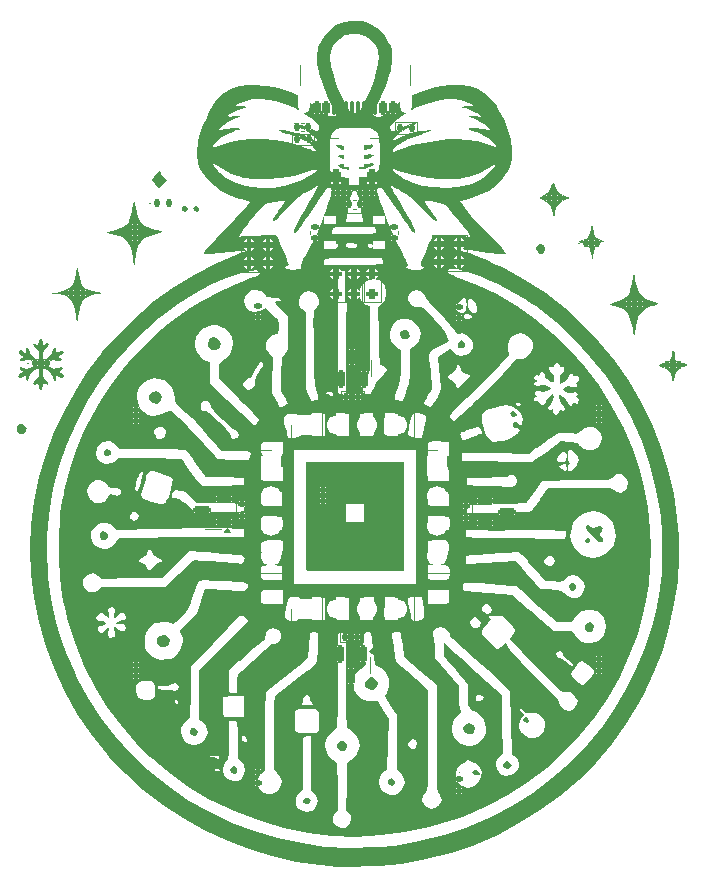
<source format=gbr>
%TF.GenerationSoftware,KiCad,Pcbnew,9.0.4*%
%TF.CreationDate,2025-12-27T15:03:28+03:00*%
%TF.ProjectId,Blinky _hristmas ball,426c696e-6b79-4202-9168-726973746d61,rev?*%
%TF.SameCoordinates,Original*%
%TF.FileFunction,Legend,Top*%
%TF.FilePolarity,Positive*%
%FSLAX46Y46*%
G04 Gerber Fmt 4.6, Leading zero omitted, Abs format (unit mm)*
G04 Created by KiCad (PCBNEW 9.0.4) date 2025-12-27 15:03:28*
%MOMM*%
%LPD*%
G01*
G04 APERTURE LIST*
G04 Aperture macros list*
%AMRoundRect*
0 Rectangle with rounded corners*
0 $1 Rounding radius*
0 $2 $3 $4 $5 $6 $7 $8 $9 X,Y pos of 4 corners*
0 Add a 4 corners polygon primitive as box body*
4,1,4,$2,$3,$4,$5,$6,$7,$8,$9,$2,$3,0*
0 Add four circle primitives for the rounded corners*
1,1,$1+$1,$2,$3*
1,1,$1+$1,$4,$5*
1,1,$1+$1,$6,$7*
1,1,$1+$1,$8,$9*
0 Add four rect primitives between the rounded corners*
20,1,$1+$1,$2,$3,$4,$5,0*
20,1,$1+$1,$4,$5,$6,$7,0*
20,1,$1+$1,$6,$7,$8,$9,0*
20,1,$1+$1,$8,$9,$2,$3,0*%
%AMFreePoly0*
4,1,9,3.862500,-0.866500,0.737500,-0.866500,0.737500,-0.450000,-0.737500,-0.450000,-0.737500,0.450000,0.737500,0.450000,0.737500,0.866500,3.862500,0.866500,3.862500,-0.866500,3.862500,-0.866500,$1*%
G04 Aperture macros list end*
%ADD10C,0.120000*%
%ADD11C,0.100000*%
%ADD12C,0.000000*%
%ADD13RoundRect,0.140000X-0.170000X0.140000X-0.170000X-0.140000X0.170000X-0.140000X0.170000X0.140000X0*%
%ADD14RoundRect,0.147500X0.172500X-0.147500X0.172500X0.147500X-0.172500X0.147500X-0.172500X-0.147500X0*%
%ADD15RoundRect,0.147500X-0.172500X0.147500X-0.172500X-0.147500X0.172500X-0.147500X0.172500X0.147500X0*%
%ADD16R,1.700000X1.700000*%
%ADD17C,1.700000*%
%ADD18RoundRect,0.135000X-0.135000X-0.185000X0.135000X-0.185000X0.135000X0.185000X-0.135000X0.185000X0*%
%ADD19RoundRect,0.140000X0.170000X-0.140000X0.170000X0.140000X-0.170000X0.140000X-0.170000X-0.140000X0*%
%ADD20RoundRect,0.147500X-0.147500X-0.172500X0.147500X-0.172500X0.147500X0.172500X-0.147500X0.172500X0*%
%ADD21RoundRect,0.200000X-0.200000X-0.275000X0.200000X-0.275000X0.200000X0.275000X-0.200000X0.275000X0*%
%ADD22RoundRect,0.150000X0.150000X-0.587500X0.150000X0.587500X-0.150000X0.587500X-0.150000X-0.587500X0*%
%ADD23RoundRect,0.140000X-0.140000X-0.170000X0.140000X-0.170000X0.140000X0.170000X-0.140000X0.170000X0*%
%ADD24RoundRect,0.135000X-0.185000X0.135000X-0.185000X-0.135000X0.185000X-0.135000X0.185000X0.135000X0*%
%ADD25RoundRect,0.200000X0.200000X0.275000X-0.200000X0.275000X-0.200000X-0.275000X0.200000X-0.275000X0*%
%ADD26RoundRect,0.150000X-0.587500X-0.150000X0.587500X-0.150000X0.587500X0.150000X-0.587500X0.150000X0*%
%ADD27RoundRect,0.140000X0.140000X0.170000X-0.140000X0.170000X-0.140000X-0.170000X0.140000X-0.170000X0*%
%ADD28RoundRect,0.135000X0.185000X-0.135000X0.185000X0.135000X-0.185000X0.135000X-0.185000X-0.135000X0*%
%ADD29RoundRect,0.200000X0.275000X-0.200000X0.275000X0.200000X-0.275000X0.200000X-0.275000X-0.200000X0*%
%ADD30RoundRect,0.135000X0.135000X0.185000X-0.135000X0.185000X-0.135000X-0.185000X0.135000X-0.185000X0*%
%ADD31R,1.050000X0.650000*%
%ADD32RoundRect,0.150000X-0.150000X0.587500X-0.150000X-0.587500X0.150000X-0.587500X0.150000X0.587500X0*%
%ADD33RoundRect,0.050000X-0.050000X0.375000X-0.050000X-0.375000X0.050000X-0.375000X0.050000X0.375000X0*%
%ADD34RoundRect,0.050000X-0.375000X0.050000X-0.375000X-0.050000X0.375000X-0.050000X0.375000X0.050000X0*%
%ADD35R,1.650000X1.650000*%
%ADD36RoundRect,0.150000X0.587500X0.150000X-0.587500X0.150000X-0.587500X-0.150000X0.587500X-0.150000X0*%
%ADD37RoundRect,0.225000X0.225000X-0.425000X0.225000X0.425000X-0.225000X0.425000X-0.225000X-0.425000X0*%
%ADD38FreePoly0,90.000000*%
%ADD39C,0.650000*%
%ADD40RoundRect,0.150000X0.150000X0.425000X-0.150000X0.425000X-0.150000X-0.425000X0.150000X-0.425000X0*%
%ADD41RoundRect,0.075000X0.075000X0.500000X-0.075000X0.500000X-0.075000X-0.500000X0.075000X-0.500000X0*%
%ADD42O,1.000000X2.100000*%
%ADD43O,1.000000X1.800000*%
G04 APERTURE END LIST*
D10*
%TO.C,C6*%
X92940000Y-84442164D02*
X92940000Y-84657836D01*
X93660000Y-84442164D02*
X93660000Y-84657836D01*
D11*
%TO.C,D6*%
X116700000Y-78740000D02*
G75*
G02*
X116600000Y-78740000I-50000J0D01*
G01*
X116600000Y-78740000D02*
G75*
G02*
X116700000Y-78740000I50000J0D01*
G01*
%TO.C,D2*%
X104900000Y-107960000D02*
G75*
G02*
X104800000Y-107960000I-50000J0D01*
G01*
X104800000Y-107960000D02*
G75*
G02*
X104900000Y-107960000I50000J0D01*
G01*
D12*
%TO.C,G\u002A\u002A\u002A*%
G36*
X82757772Y-60099732D02*
G01*
X82833400Y-60268664D01*
X82834333Y-60294493D01*
X82772722Y-60468805D01*
X82629507Y-60540783D01*
X82467111Y-60497136D01*
X82376174Y-60392028D01*
X82335227Y-60229361D01*
X82408712Y-60125899D01*
X82598499Y-60045128D01*
X82757772Y-60099732D01*
G37*
G36*
X92139515Y-110186169D02*
G01*
X92255219Y-110348320D01*
X92248465Y-110531492D01*
X92121465Y-110640932D01*
X91936000Y-110670000D01*
X91713682Y-110624597D01*
X91623535Y-110531492D01*
X91622582Y-110331018D01*
X91748072Y-110175279D01*
X91936000Y-110119667D01*
X92139515Y-110186169D01*
G37*
G36*
X106369935Y-107824656D02*
G01*
X106527867Y-107936659D01*
X106583333Y-108094725D01*
X106511591Y-108196791D01*
X106343493Y-108248448D01*
X106160000Y-108230525D01*
X105993730Y-108121537D01*
X105965738Y-107971888D01*
X106005877Y-107900006D01*
X106174058Y-107805060D01*
X106369935Y-107824656D01*
G37*
G36*
X109559368Y-77472446D02*
G01*
X109664592Y-77588910D01*
X109711114Y-77730049D01*
X109631333Y-77820447D01*
X109417729Y-77897878D01*
X109260431Y-77817428D01*
X109216886Y-77751271D01*
X109176654Y-77566234D01*
X109251662Y-77446720D01*
X109394902Y-77409775D01*
X109559368Y-77472446D01*
G37*
G36*
X110592756Y-103329919D02*
G01*
X110703979Y-103438748D01*
X110735263Y-103601916D01*
X110689464Y-103749595D01*
X110573033Y-103812000D01*
X110388991Y-103755781D01*
X110320468Y-103699220D01*
X110283527Y-103549122D01*
X110358214Y-103401930D01*
X110497922Y-103320851D01*
X110592756Y-103329919D01*
G37*
G36*
X115747256Y-88163895D02*
G01*
X115915485Y-88247384D01*
X115960448Y-88392185D01*
X115869986Y-88536430D01*
X115825998Y-88564508D01*
X115663548Y-88605138D01*
X115557418Y-88528966D01*
X115489566Y-88353509D01*
X115554378Y-88212038D01*
X115722343Y-88161302D01*
X115747256Y-88163895D01*
G37*
G36*
X81783159Y-60100935D02*
G01*
X81860667Y-60166333D01*
X81906893Y-60324027D01*
X81822925Y-60466773D01*
X81644130Y-60544106D01*
X81593642Y-60547333D01*
X81435303Y-60488862D01*
X81383284Y-60420333D01*
X81369327Y-60215983D01*
X81472332Y-60072793D01*
X81593642Y-60039333D01*
X81783159Y-60100935D01*
G37*
G36*
X85960947Y-107541987D02*
G01*
X86063304Y-107700661D01*
X86067901Y-107892046D01*
X86005958Y-108007067D01*
X85830357Y-108121220D01*
X85635145Y-108067921D01*
X85545485Y-107992723D01*
X85438679Y-107795033D01*
X85494736Y-107603728D01*
X85607167Y-107504508D01*
X85796884Y-107461457D01*
X85960947Y-107541987D01*
G37*
G36*
X114685514Y-92026606D02*
G01*
X114776085Y-92187723D01*
X114769616Y-92377965D01*
X114665302Y-92522173D01*
X114492431Y-92622137D01*
X114362033Y-92598339D01*
X114251714Y-92502952D01*
X114135919Y-92301496D01*
X114167913Y-92117073D01*
X114327854Y-91990699D01*
X114514987Y-91958667D01*
X114685514Y-92026606D01*
G37*
G36*
X74914604Y-87621710D02*
G01*
X75002323Y-87682689D01*
X75150795Y-87876600D01*
X75136306Y-88058747D01*
X75038952Y-88184952D01*
X74826019Y-88304832D01*
X74606394Y-88282881D01*
X74511600Y-88216400D01*
X74406014Y-88022740D01*
X74428131Y-87828800D01*
X74543341Y-87672221D01*
X74717035Y-87590644D01*
X74914604Y-87621710D01*
G37*
G36*
X75239457Y-80666989D02*
G01*
X75377820Y-80811262D01*
X75388013Y-81022497D01*
X75384956Y-81032604D01*
X75273855Y-81154966D01*
X75087487Y-81208701D01*
X74899051Y-81187585D01*
X74781746Y-81085391D01*
X74781182Y-81083945D01*
X74754989Y-80848082D01*
X74862254Y-80683377D01*
X75010638Y-80630219D01*
X75239457Y-80666989D01*
G37*
G36*
X99280833Y-108520508D02*
G01*
X99424789Y-108686437D01*
X99447018Y-108883074D01*
X99360871Y-109054052D01*
X99179700Y-109143010D01*
X99132667Y-109146000D01*
X98953715Y-109084936D01*
X98882042Y-109023067D01*
X98808030Y-108834205D01*
X98854102Y-108649919D01*
X98984206Y-108515644D01*
X99162289Y-108476816D01*
X99280833Y-108520508D01*
G37*
G36*
X111792950Y-63270570D02*
G01*
X112020701Y-63365430D01*
X112142456Y-63551932D01*
X112137867Y-63777076D01*
X112046653Y-63931436D01*
X111853987Y-64079956D01*
X111668254Y-64067716D01*
X111494000Y-63934000D01*
X111355108Y-63708722D01*
X111358613Y-63494108D01*
X111485392Y-63332596D01*
X111716322Y-63266624D01*
X111792950Y-63270570D01*
G37*
G36*
X116119778Y-95334332D02*
G01*
X116253791Y-95491172D01*
X116276817Y-95710017D01*
X116198069Y-95899812D01*
X116009790Y-96073598D01*
X115777664Y-96084264D01*
X115621500Y-96015885D01*
X115498880Y-95859778D01*
X115475012Y-95642241D01*
X115546719Y-95437061D01*
X115650552Y-95341113D01*
X115907718Y-95273107D01*
X116119778Y-95334332D01*
G37*
G36*
X67919952Y-78525899D02*
G01*
X68096286Y-78629714D01*
X68220684Y-78841403D01*
X68208801Y-79048648D01*
X68091160Y-79217864D01*
X67898288Y-79315464D01*
X67660707Y-79307861D01*
X67530833Y-79251885D01*
X67419312Y-79102339D01*
X67385240Y-78880684D01*
X67434412Y-78668233D01*
X67484267Y-78598267D01*
X67681473Y-78506311D01*
X67919952Y-78525899D01*
G37*
G36*
X82495856Y-104270149D02*
G01*
X82656469Y-104376072D01*
X82708971Y-104547781D01*
X82664195Y-104730540D01*
X82532978Y-104869615D01*
X82368667Y-104912667D01*
X82190890Y-104856180D01*
X82131600Y-104811067D01*
X82045616Y-104642274D01*
X82041016Y-104443579D01*
X82114146Y-104292821D01*
X82157189Y-104265878D01*
X82334659Y-104247712D01*
X82495856Y-104270149D01*
G37*
G36*
X97726616Y-67125933D02*
G01*
X97817232Y-67205008D01*
X97848280Y-67353813D01*
X97810806Y-67578849D01*
X97672680Y-67718363D01*
X97484364Y-67748823D01*
X97296324Y-67646699D01*
X97273867Y-67621660D01*
X97203457Y-67443586D01*
X97200000Y-67304160D01*
X97249795Y-67169501D01*
X97381650Y-67115683D01*
X97524000Y-67109000D01*
X97726616Y-67125933D01*
G37*
G36*
X100362269Y-70501054D02*
G01*
X100531920Y-70627452D01*
X100635212Y-70823011D01*
X100643760Y-71037782D01*
X100555067Y-71198400D01*
X100354092Y-71295125D01*
X100127144Y-71259662D01*
X99938881Y-71102860D01*
X99932934Y-71094011D01*
X99856812Y-70852625D01*
X99933208Y-70638971D01*
X100146045Y-70496572D01*
X100154644Y-70493769D01*
X100362269Y-70501054D01*
G37*
G36*
X80015198Y-96353956D02*
G01*
X80218828Y-96509317D01*
X80328528Y-96761142D01*
X80336667Y-96862259D01*
X80264910Y-97113756D01*
X80082276Y-97291446D01*
X79837723Y-97377444D01*
X79580206Y-97353865D01*
X79369776Y-97215487D01*
X79257068Y-96978736D01*
X79283673Y-96713961D01*
X79440664Y-96474985D01*
X79500992Y-96424272D01*
X79761348Y-96317971D01*
X80015198Y-96353956D01*
G37*
G36*
X95099266Y-105368535D02*
G01*
X95254392Y-105498724D01*
X95284859Y-105542691D01*
X95376368Y-105710133D01*
X95365074Y-105839344D01*
X95288119Y-105971000D01*
X95091660Y-106144660D01*
X94856669Y-106167984D01*
X94627283Y-106038419D01*
X94600680Y-106010769D01*
X94491235Y-105789501D01*
X94525377Y-105573296D01*
X94682995Y-105410532D01*
X94874483Y-105352191D01*
X95099266Y-105368535D01*
G37*
G36*
X105180146Y-71478710D02*
G01*
X105242931Y-71550591D01*
X105343665Y-71731003D01*
X105311792Y-71895481D01*
X105309125Y-71900529D01*
X105170178Y-72018221D01*
X104970046Y-72064576D01*
X104796882Y-72022190D01*
X104777111Y-72005555D01*
X104715895Y-71841272D01*
X104755743Y-71638592D01*
X104877572Y-71478445D01*
X104905494Y-71461041D01*
X105058162Y-71410145D01*
X105180146Y-71478710D01*
G37*
G36*
X109103038Y-107098700D02*
G01*
X109251933Y-107260522D01*
X109292667Y-107398719D01*
X109228832Y-107506662D01*
X109087003Y-107627969D01*
X108941693Y-107702414D01*
X108911667Y-107706667D01*
X108762918Y-107651151D01*
X108663714Y-107573619D01*
X108554089Y-107447304D01*
X108548273Y-107339275D01*
X108618312Y-107193100D01*
X108769972Y-107061253D01*
X108911667Y-107029333D01*
X109103038Y-107098700D01*
G37*
G36*
X84267274Y-71195327D02*
G01*
X84477767Y-71353703D01*
X84623089Y-71552385D01*
X84654667Y-71677765D01*
X84585905Y-71954825D01*
X84409213Y-72152871D01*
X84168977Y-72248372D01*
X83909582Y-72217798D01*
X83778970Y-72142004D01*
X83616824Y-71928750D01*
X83570675Y-71673714D01*
X83627751Y-71424445D01*
X83775283Y-71228492D01*
X84000500Y-71133406D01*
X84050582Y-71130667D01*
X84267274Y-71195327D01*
G37*
G36*
X105882898Y-103855005D02*
G01*
X106075407Y-103982126D01*
X106176014Y-104194097D01*
X106181167Y-104262842D01*
X106120092Y-104540403D01*
X105937261Y-104700323D01*
X105685918Y-104743333D01*
X105437639Y-104697538D01*
X105265394Y-104534767D01*
X105256822Y-104521910D01*
X105163597Y-104346012D01*
X105174867Y-104201494D01*
X105236344Y-104077410D01*
X105415129Y-103893180D01*
X105646726Y-103822200D01*
X105882898Y-103855005D01*
G37*
G36*
X79441691Y-75758442D02*
G01*
X79456158Y-75767463D01*
X79631893Y-75973197D01*
X79687251Y-76235263D01*
X79624776Y-76495250D01*
X79447012Y-76694744D01*
X79414952Y-76713519D01*
X79179095Y-76795332D01*
X78963798Y-76748783D01*
X78781751Y-76627855D01*
X78598969Y-76397566D01*
X78574072Y-76140386D01*
X78709539Y-75891171D01*
X78728000Y-75872000D01*
X78945181Y-75745954D01*
X79211632Y-75704002D01*
X79441691Y-75758442D01*
G37*
G36*
X97659978Y-99991032D02*
G01*
X97841466Y-100172320D01*
X97941332Y-100401483D01*
X97947333Y-100467667D01*
X97888446Y-100686671D01*
X97778000Y-100848667D01*
X97576297Y-100976761D01*
X97397000Y-101018000D01*
X97177995Y-100959113D01*
X97016000Y-100848667D01*
X96888084Y-100649531D01*
X96846667Y-100473812D01*
X96918572Y-100269397D01*
X97095170Y-100074492D01*
X97317783Y-99943149D01*
X97450751Y-99917333D01*
X97659978Y-99991032D01*
G37*
G36*
X79547135Y-57096765D02*
G01*
X79574667Y-57192954D01*
X79631286Y-57320545D01*
X79773257Y-57500460D01*
X79838073Y-57567436D01*
X80101479Y-57824964D01*
X79770408Y-58169510D01*
X79439337Y-58514057D01*
X79077321Y-58145189D01*
X78882108Y-57934392D01*
X78800939Y-57808179D01*
X78819718Y-57740432D01*
X78850317Y-57724513D01*
X78977700Y-57621868D01*
X79125727Y-57431565D01*
X79161361Y-57374352D01*
X79308461Y-57180781D01*
X79448151Y-57083381D01*
X79547135Y-57096765D01*
G37*
G36*
X97554251Y-55677352D02*
G01*
X97612731Y-55738119D01*
X97508707Y-55843077D01*
X97333500Y-55945391D01*
X97074951Y-56028834D01*
X96697684Y-56087188D01*
X96250644Y-56119078D01*
X95782778Y-56123127D01*
X95343031Y-56097960D01*
X94980350Y-56042202D01*
X94878167Y-56014404D01*
X94647265Y-55926239D01*
X94501818Y-55843432D01*
X94476000Y-55807833D01*
X94555100Y-55777192D01*
X94770421Y-55755694D01*
X95088992Y-55745545D01*
X95386167Y-55746895D01*
X95853508Y-55746743D01*
X96344112Y-55732304D01*
X96780778Y-55706370D01*
X96952500Y-55690219D01*
X97333946Y-55661233D01*
X97554251Y-55677352D01*
G37*
G36*
X97585657Y-54845457D02*
G01*
X97602833Y-54922120D01*
X97581212Y-54993422D01*
X97453057Y-55115208D01*
X97192575Y-55218096D01*
X96836091Y-55298367D01*
X96419930Y-55352302D01*
X95980416Y-55376180D01*
X95553875Y-55366281D01*
X95176630Y-55318885D01*
X94962031Y-55261651D01*
X94638669Y-55121737D01*
X94461981Y-54996748D01*
X94430993Y-54903793D01*
X94544732Y-54859983D01*
X94802226Y-54882427D01*
X94981284Y-54922980D01*
X95510388Y-55020564D01*
X96056844Y-55031444D01*
X96675555Y-54955298D01*
X96901425Y-54911745D01*
X97260025Y-54843282D01*
X97479745Y-54820182D01*
X97585657Y-54845457D01*
G37*
G36*
X100148667Y-86328333D02*
G01*
X100148667Y-90942667D01*
X96056444Y-90942667D01*
X95239734Y-90941533D01*
X94475031Y-90938282D01*
X93778942Y-90933141D01*
X93168072Y-90926334D01*
X92659027Y-90918088D01*
X92268411Y-90908629D01*
X92012832Y-90898183D01*
X91908894Y-90886976D01*
X91907778Y-90886222D01*
X91897103Y-90793233D01*
X91887089Y-90546617D01*
X91877925Y-90162079D01*
X91869806Y-89655323D01*
X91862922Y-89042056D01*
X91857466Y-88337982D01*
X91853630Y-87558806D01*
X91851606Y-86720234D01*
X91851333Y-86271889D01*
X91851333Y-81714000D01*
X96000000Y-81714000D01*
X100148667Y-81714000D01*
X100148667Y-86328333D01*
G37*
G36*
X97556711Y-56417939D02*
G01*
X97599191Y-56461091D01*
X97593644Y-56493400D01*
X97467417Y-56638611D01*
X97208334Y-56764328D01*
X96852299Y-56864963D01*
X96435218Y-56934923D01*
X95992997Y-56968620D01*
X95561540Y-56960461D01*
X95176754Y-56904857D01*
X95092096Y-56882899D01*
X94836570Y-56787228D01*
X94636255Y-56674760D01*
X94598274Y-56642654D01*
X94554734Y-56586665D01*
X94571011Y-56548826D01*
X94670259Y-56526044D01*
X94875635Y-56515223D01*
X95210294Y-56513269D01*
X95548511Y-56515654D01*
X96016071Y-56513547D01*
X96473896Y-56500323D01*
X96867822Y-56478191D01*
X97132589Y-56451067D01*
X97411702Y-56415564D01*
X97556711Y-56417939D01*
G37*
G36*
X112909975Y-58081394D02*
G01*
X112961871Y-58262429D01*
X112969613Y-58301174D01*
X113124191Y-58689203D01*
X113411569Y-59002097D01*
X113800563Y-59206959D01*
X113839602Y-59219006D01*
X114223638Y-59330985D01*
X113797059Y-59508263D01*
X113463336Y-59686220D01*
X113232248Y-59918664D01*
X113073932Y-60245911D01*
X112977045Y-60615317D01*
X112876774Y-61097667D01*
X112771875Y-60609987D01*
X112606902Y-60122865D01*
X112343249Y-59765199D01*
X111968173Y-59520536D01*
X111908492Y-59495341D01*
X111560354Y-59356044D01*
X112014010Y-59126188D01*
X112285239Y-58973275D01*
X112453558Y-58820288D01*
X112574441Y-58607260D01*
X112637000Y-58452775D01*
X112738169Y-58210694D01*
X112822422Y-58049192D01*
X112860411Y-58008275D01*
X112909975Y-58081394D01*
G37*
G36*
X115836214Y-87079906D02*
G01*
X116039026Y-87214288D01*
X116186883Y-87319629D01*
X116294557Y-87329044D01*
X116439980Y-87240253D01*
X116493340Y-87200983D01*
X116673890Y-87088346D01*
X116794950Y-87083546D01*
X116866793Y-87129728D01*
X116986616Y-87317371D01*
X116944221Y-87534934D01*
X116856408Y-87656054D01*
X116771551Y-87771584D01*
X116786875Y-87871710D01*
X116913155Y-88022183D01*
X116917075Y-88026359D01*
X117047698Y-88198001D01*
X117055962Y-88329603D01*
X117027758Y-88385305D01*
X116929353Y-88497438D01*
X116811401Y-88522547D01*
X116652333Y-88450187D01*
X116430580Y-88269910D01*
X116124574Y-87971271D01*
X116080925Y-87926736D01*
X115799562Y-87631452D01*
X115626594Y-87427906D01*
X115546095Y-87292867D01*
X115542137Y-87203106D01*
X115562125Y-87170029D01*
X115690758Y-87064872D01*
X115836214Y-87079906D01*
G37*
G36*
X116180856Y-61884242D02*
G01*
X116233780Y-62182747D01*
X116299958Y-62441070D01*
X116334351Y-62534686D01*
X116405198Y-62652436D01*
X116518739Y-62746480D01*
X116714554Y-62840796D01*
X117032223Y-62959364D01*
X117039667Y-62961997D01*
X117133972Y-63008360D01*
X117097192Y-63054834D01*
X116936002Y-63118100D01*
X116604982Y-63292210D01*
X116384615Y-63557518D01*
X116250043Y-63945817D01*
X116236434Y-64012862D01*
X116183546Y-64270579D01*
X116139203Y-64449884D01*
X116119774Y-64501115D01*
X116094349Y-64442738D01*
X116060762Y-64260955D01*
X116038141Y-64092288D01*
X115932127Y-63676050D01*
X115717466Y-63381305D01*
X115377292Y-63187245D01*
X115277726Y-63154125D01*
X114944977Y-63054431D01*
X115272655Y-62941181D01*
X115571191Y-62808501D01*
X115772235Y-62630098D01*
X115907812Y-62364289D01*
X116006573Y-61985896D01*
X116119641Y-61436333D01*
X116180856Y-61884242D01*
G37*
G36*
X123039217Y-72273492D02*
G01*
X123078118Y-72457817D01*
X123093333Y-72685086D01*
X123152992Y-73022581D01*
X123328460Y-73239362D01*
X123614475Y-73329630D01*
X123680434Y-73332000D01*
X123916455Y-73360843D01*
X124083413Y-73431944D01*
X124101063Y-73449035D01*
X124130942Y-73528758D01*
X124049549Y-73596906D01*
X123830469Y-73674238D01*
X123804756Y-73681869D01*
X123423583Y-73855157D01*
X123188764Y-74110434D01*
X123095469Y-74453414D01*
X123093333Y-74523754D01*
X123070644Y-74757557D01*
X123014288Y-74888800D01*
X122941829Y-74893015D01*
X122890538Y-74806256D01*
X122845999Y-74605520D01*
X122839333Y-74506204D01*
X122778518Y-74226557D01*
X122623938Y-73975521D01*
X122417396Y-73814201D01*
X122350960Y-73792306D01*
X122095153Y-73716687D01*
X121922853Y-73646394D01*
X121789445Y-73568448D01*
X121799584Y-73502311D01*
X121875535Y-73441314D01*
X122073658Y-73357726D01*
X122259551Y-73332000D01*
X122530192Y-73255490D01*
X122732637Y-73050918D01*
X122834520Y-72755721D01*
X122840630Y-72659868D01*
X122861500Y-72409652D01*
X122911920Y-72244521D01*
X122977256Y-72192944D01*
X123039217Y-72273492D01*
G37*
G36*
X72637436Y-65820135D02*
G01*
X72717478Y-66171411D01*
X72803234Y-66477875D01*
X72879294Y-66686094D01*
X72896873Y-66719708D01*
X73118451Y-66944285D01*
X73468264Y-67129535D01*
X73906482Y-67256812D01*
X74113535Y-67289235D01*
X74379819Y-67340539D01*
X74482473Y-67401707D01*
X74421486Y-67456356D01*
X74196847Y-67488105D01*
X74113667Y-67490563D01*
X73771728Y-67553484D01*
X73407500Y-67709788D01*
X73098013Y-67922161D01*
X72990113Y-68034841D01*
X72873108Y-68247923D01*
X72767228Y-68547399D01*
X72720179Y-68743978D01*
X72655084Y-69084002D01*
X72589992Y-69417110D01*
X72560589Y-69564333D01*
X72492022Y-69903000D01*
X72427457Y-69395000D01*
X72326116Y-68784837D01*
X72185976Y-68321770D01*
X71989514Y-67984901D01*
X71719205Y-67753334D01*
X71357528Y-67606173D01*
X70886957Y-67522521D01*
X70854267Y-67519002D01*
X70590559Y-67487356D01*
X70414915Y-67458367D01*
X70367222Y-67440556D01*
X70456076Y-67412564D01*
X70668198Y-67361349D01*
X70960857Y-67297120D01*
X71015679Y-67285614D01*
X71483162Y-67167622D01*
X71821833Y-67019196D01*
X72058706Y-66810318D01*
X72220797Y-66510971D01*
X72335122Y-66091139D01*
X72394403Y-65753702D01*
X72494124Y-65112269D01*
X72637436Y-65820135D01*
G37*
G36*
X119672315Y-65782521D02*
G01*
X119714433Y-65988674D01*
X119762713Y-66262333D01*
X119895618Y-66861809D01*
X120073769Y-67319911D01*
X120319572Y-67663051D01*
X120655436Y-67917643D01*
X121103768Y-68110097D01*
X121405583Y-68198815D01*
X121627864Y-68260677D01*
X121732941Y-68309742D01*
X121709985Y-68359373D01*
X121548170Y-68422930D01*
X121236667Y-68513774D01*
X121125210Y-68544792D01*
X120732540Y-68698047D01*
X120382932Y-68914584D01*
X120119568Y-69162555D01*
X119994204Y-69379048D01*
X119954949Y-69540486D01*
X119898071Y-69822229D01*
X119832756Y-70177381D01*
X119795324Y-70394381D01*
X119655675Y-71224429D01*
X119547928Y-70463154D01*
X119430038Y-69846005D01*
X119260948Y-69371914D01*
X119021835Y-69017732D01*
X118693880Y-68760309D01*
X118258258Y-68576493D01*
X117947006Y-68494068D01*
X117687497Y-68425254D01*
X117586033Y-68363557D01*
X117644988Y-68297448D01*
X117866737Y-68215398D01*
X118013333Y-68172173D01*
X118562317Y-67972222D01*
X118957741Y-67725992D01*
X119191011Y-67460053D01*
X119271898Y-67312455D01*
X119339908Y-67139722D01*
X119403398Y-66909540D01*
X119470723Y-66589598D01*
X119550237Y-66147581D01*
X119588285Y-65923667D01*
X119617693Y-65766426D01*
X119642886Y-65713908D01*
X119672315Y-65782521D01*
G37*
G36*
X77365366Y-59665956D02*
G01*
X77389903Y-59873253D01*
X77447539Y-60183040D01*
X77526712Y-60534471D01*
X77542317Y-60597290D01*
X77704919Y-61101920D01*
X77919473Y-61471833D01*
X78216368Y-61735922D01*
X78625992Y-61923082D01*
X79056650Y-62037133D01*
X79371042Y-62110363D01*
X79609877Y-62176790D01*
X79734508Y-62225248D01*
X79744000Y-62235714D01*
X79667972Y-62276564D01*
X79469743Y-62332627D01*
X79223860Y-62385438D01*
X78638051Y-62544026D01*
X78180240Y-62769331D01*
X77864675Y-63053434D01*
X77777375Y-63189553D01*
X77691028Y-63415220D01*
X77599381Y-63750074D01*
X77517743Y-64135227D01*
X77491476Y-64289192D01*
X77434949Y-64640886D01*
X77386291Y-64930463D01*
X77352610Y-65116228D01*
X77343329Y-65158116D01*
X77322164Y-65117720D01*
X77285494Y-64941812D01*
X77239580Y-64662809D01*
X77214775Y-64492366D01*
X77103936Y-63869179D01*
X76956384Y-63390791D01*
X76754359Y-63033733D01*
X76480101Y-62774533D01*
X76115849Y-62589723D01*
X75679734Y-62463805D01*
X75360916Y-62395022D01*
X75095166Y-62343477D01*
X74935984Y-62319483D01*
X74928781Y-62319030D01*
X74939367Y-62296028D01*
X75085250Y-62239954D01*
X75338035Y-62161079D01*
X75468333Y-62123879D01*
X75991692Y-61965405D01*
X76377803Y-61804880D01*
X76655361Y-61611501D01*
X76853058Y-61354463D01*
X76999590Y-61002959D01*
X77123649Y-60526187D01*
X77173444Y-60293333D01*
X77246839Y-59963237D01*
X77307774Y-59735603D01*
X77349565Y-59632275D01*
X77365366Y-59665956D01*
G37*
G36*
X69519490Y-71336408D02*
G01*
X69568198Y-71532833D01*
X69617021Y-71741262D01*
X69699533Y-71807312D01*
X69795667Y-71723333D01*
X69908792Y-71645722D01*
X70035697Y-71660063D01*
X70092000Y-71751671D01*
X70033202Y-71876161D01*
X69887089Y-72045120D01*
X69838000Y-72090991D01*
X69669519Y-72274972D01*
X69596796Y-72476347D01*
X69584000Y-72697653D01*
X69592764Y-72924731D01*
X69614931Y-73060737D01*
X69628016Y-73078000D01*
X69791211Y-73018908D01*
X70004062Y-72872504D01*
X70212204Y-72685093D01*
X70361276Y-72502982D01*
X70398408Y-72421781D01*
X70468430Y-72211002D01*
X70536601Y-72084099D01*
X70648511Y-72012572D01*
X70726611Y-72076242D01*
X70739901Y-72240995D01*
X70729005Y-72295822D01*
X70699342Y-72439844D01*
X70738976Y-72461503D01*
X70882766Y-72375005D01*
X70898318Y-72364819D01*
X71091168Y-72275059D01*
X71241631Y-72264496D01*
X71241840Y-72264576D01*
X71354163Y-72367330D01*
X71331470Y-72504304D01*
X71188871Y-72631386D01*
X71103317Y-72668986D01*
X70933006Y-72735542D01*
X70906819Y-72789991D01*
X71008224Y-72873736D01*
X71018650Y-72881049D01*
X71174702Y-73021461D01*
X71172436Y-73109042D01*
X71015562Y-73140161D01*
X70773670Y-73120930D01*
X70461761Y-73100129D01*
X70229318Y-73149152D01*
X70096337Y-73215906D01*
X69925012Y-73329975D01*
X69840026Y-73411776D01*
X69838000Y-73419331D01*
X69905033Y-73487112D01*
X70074913Y-73600816D01*
X70180591Y-73662699D01*
X70401584Y-73776935D01*
X70559034Y-73810018D01*
X70733847Y-73769161D01*
X70854258Y-73722775D01*
X71096170Y-73656497D01*
X71238220Y-73674867D01*
X71259256Y-73761837D01*
X71138122Y-73901361D01*
X71114216Y-73919978D01*
X70926745Y-74061387D01*
X71144372Y-74160545D01*
X71312188Y-74288901D01*
X71360854Y-74439057D01*
X71279820Y-74558130D01*
X71156191Y-74556792D01*
X70961983Y-74486559D01*
X70934348Y-74472766D01*
X70671056Y-74336613D01*
X70699028Y-74567752D01*
X70693343Y-74765849D01*
X70628553Y-74824027D01*
X70531120Y-74748494D01*
X70427510Y-74545451D01*
X70411747Y-74500400D01*
X70281257Y-74221526D01*
X70075860Y-74024142D01*
X69937614Y-73939490D01*
X69584000Y-73742646D01*
X69584000Y-74104792D01*
X69614305Y-74385323D01*
X69730908Y-74606800D01*
X69847518Y-74738820D01*
X70001204Y-74935289D01*
X70053901Y-75083672D01*
X70006314Y-75155143D01*
X69859150Y-75120878D01*
X69838428Y-75110229D01*
X69680573Y-75038921D01*
X69606432Y-75073168D01*
X69573537Y-75241847D01*
X69568198Y-75293980D01*
X69511934Y-75510474D01*
X69412503Y-75605210D01*
X69303542Y-75563319D01*
X69260864Y-75443462D01*
X69245333Y-75265222D01*
X69216891Y-75072282D01*
X69129180Y-75037169D01*
X69008267Y-75126933D01*
X68894618Y-75183534D01*
X68800833Y-75119970D01*
X68758003Y-75028366D01*
X68823708Y-74914537D01*
X68970167Y-74779370D01*
X69145718Y-74605643D01*
X69225755Y-74427458D01*
X69245313Y-74164849D01*
X69245333Y-74151334D01*
X69236870Y-73918886D01*
X69215376Y-73776444D01*
X69201185Y-73755333D01*
X69057619Y-73809569D01*
X68862679Y-73943031D01*
X68668031Y-74111849D01*
X68525347Y-74272156D01*
X68483333Y-74364817D01*
X68448154Y-74567842D01*
X68363919Y-74735699D01*
X68262579Y-74815117D01*
X68218225Y-74806801D01*
X68169650Y-74693298D01*
X68181753Y-74550430D01*
X68206298Y-74395800D01*
X68154728Y-74360608D01*
X68002266Y-74438329D01*
X67930675Y-74484309D01*
X67728419Y-74566693D01*
X67556554Y-74556699D01*
X67469717Y-74460251D01*
X67467333Y-74434079D01*
X67533151Y-74335560D01*
X67695035Y-74207820D01*
X67729887Y-74185842D01*
X67894478Y-74078399D01*
X67925297Y-74020120D01*
X67835835Y-73976572D01*
X67814554Y-73969715D01*
X67672685Y-73872135D01*
X67636667Y-73781378D01*
X67662491Y-73707821D01*
X67759980Y-73686356D01*
X67959157Y-73717755D01*
X68271667Y-73797738D01*
X68437339Y-73785853D01*
X68650922Y-73705175D01*
X68850946Y-73588002D01*
X68975940Y-73466627D01*
X68991333Y-73419632D01*
X68917968Y-73313555D01*
X68737965Y-73203324D01*
X68511458Y-73114104D01*
X68298586Y-73071065D01*
X68187000Y-73083007D01*
X67942037Y-73147972D01*
X67743751Y-73143541D01*
X67641461Y-73073072D01*
X67636667Y-73045541D01*
X67708125Y-72934683D01*
X67827167Y-72876202D01*
X68017667Y-72823989D01*
X67806750Y-72716034D01*
X67640298Y-72586765D01*
X67567659Y-72461784D01*
X67598660Y-72316179D01*
X67727660Y-72259611D01*
X67901325Y-72305138D01*
X67978487Y-72361187D01*
X68093041Y-72453585D01*
X68137299Y-72424022D01*
X68144666Y-72249034D01*
X68144667Y-72244455D01*
X68172958Y-72035411D01*
X68243629Y-71971826D01*
X68335376Y-72042255D01*
X68426892Y-72235257D01*
X68476506Y-72422692D01*
X68583584Y-72643763D01*
X68825138Y-72845671D01*
X68886329Y-72883180D01*
X69245333Y-73095194D01*
X69245333Y-72677259D01*
X69229086Y-72401051D01*
X69159862Y-72216440D01*
X69006939Y-72047158D01*
X68982724Y-72025338D01*
X68818183Y-71852077D01*
X68788242Y-71736350D01*
X68813391Y-71698076D01*
X68930012Y-71652724D01*
X69008267Y-71706400D01*
X69139924Y-71799009D01*
X69219241Y-71744327D01*
X69261135Y-71532833D01*
X69317790Y-71322165D01*
X69414667Y-71257667D01*
X69519490Y-71336408D01*
G37*
G36*
X96388686Y-44350143D02*
G01*
X96676617Y-44382992D01*
X96933819Y-44455902D01*
X97229388Y-44582986D01*
X97270932Y-44602650D01*
X97899054Y-44993206D01*
X98435972Y-45514769D01*
X98856873Y-46142568D01*
X98901770Y-46230683D01*
X99034997Y-46516519D01*
X99115114Y-46749216D01*
X99154302Y-46990452D01*
X99164746Y-47301906D01*
X99162260Y-47549472D01*
X99147540Y-47920613D01*
X99109928Y-48247202D01*
X99038641Y-48583946D01*
X98922896Y-48985549D01*
X98811497Y-49329000D01*
X98628446Y-49841225D01*
X98401110Y-50421986D01*
X98162493Y-50989150D01*
X98002121Y-51343215D01*
X97530767Y-52341430D01*
X97744562Y-52422715D01*
X97959847Y-52488145D01*
X98129279Y-52477702D01*
X98312384Y-52375627D01*
X98503593Y-52221746D01*
X99571211Y-51405939D01*
X100652568Y-50758464D01*
X101748910Y-50278784D01*
X102861481Y-49966360D01*
X103991527Y-49820653D01*
X104061951Y-49817107D01*
X104960663Y-49817674D01*
X105732787Y-49914174D01*
X106397098Y-50115683D01*
X106972368Y-50431276D01*
X107477369Y-50870030D01*
X107930876Y-51441022D01*
X108153847Y-51795368D01*
X108624021Y-52697353D01*
X108975619Y-53589425D01*
X109205977Y-54454743D01*
X109312431Y-55276464D01*
X109292317Y-56037749D01*
X109142969Y-56721756D01*
X108990907Y-57086709D01*
X108587164Y-57701460D01*
X108036450Y-58254508D01*
X107352852Y-58736446D01*
X106550454Y-59137866D01*
X105643343Y-59449359D01*
X105335996Y-59527863D01*
X104892991Y-59632172D01*
X105135530Y-59983919D01*
X105303402Y-60203469D01*
X105558980Y-60508599D01*
X105876730Y-60871591D01*
X106231121Y-61264722D01*
X106596619Y-61660272D01*
X106947691Y-62030521D01*
X107258805Y-62347746D01*
X107504429Y-62584228D01*
X107628569Y-62690603D01*
X107811361Y-62851039D01*
X108037285Y-63078774D01*
X108276385Y-63339516D01*
X108498704Y-63598972D01*
X108674285Y-63822851D01*
X108773171Y-63976859D01*
X108784667Y-64014004D01*
X108740679Y-64093875D01*
X108596217Y-64132073D01*
X108332534Y-64129330D01*
X107930882Y-64086376D01*
X107712089Y-64055873D01*
X107251920Y-63990295D01*
X106757809Y-63922403D01*
X106316713Y-63864078D01*
X106202333Y-63849548D01*
X105839193Y-63802532D01*
X105504767Y-63756588D01*
X105264159Y-63720700D01*
X105241499Y-63716961D01*
X105051616Y-63702739D01*
X105003373Y-63739019D01*
X105082569Y-63810064D01*
X105275005Y-63900138D01*
X105465137Y-63964783D01*
X105937695Y-64124214D01*
X106516817Y-64346958D01*
X107160382Y-64615294D01*
X107826269Y-64911498D01*
X108472358Y-65217847D01*
X108635540Y-65298796D01*
X110451579Y-66302567D01*
X112173928Y-67442317D01*
X113796908Y-68709360D01*
X115314839Y-70095011D01*
X116722042Y-71590584D01*
X118012837Y-73187392D01*
X119181545Y-74876751D01*
X120222487Y-76649973D01*
X121129983Y-78498375D01*
X121898354Y-80413269D01*
X122521920Y-82385970D01*
X122995003Y-84407792D01*
X123311922Y-86470049D01*
X123438037Y-87937000D01*
X123468046Y-89848510D01*
X123341847Y-91792888D01*
X123064132Y-93750240D01*
X122639598Y-95700673D01*
X122072939Y-97624292D01*
X121368850Y-99501206D01*
X120532025Y-101311519D01*
X120082904Y-102153978D01*
X118994193Y-103934720D01*
X117774334Y-105612806D01*
X116430247Y-107183622D01*
X114968847Y-108642554D01*
X113397052Y-109984988D01*
X111721779Y-111206309D01*
X109949946Y-112301903D01*
X108088469Y-113267157D01*
X106144266Y-114097455D01*
X104124255Y-114788183D01*
X102035352Y-115334728D01*
X99884475Y-115732474D01*
X99683926Y-115761403D01*
X99290536Y-115806366D01*
X98782740Y-115848696D01*
X98190951Y-115887318D01*
X97545581Y-115921160D01*
X96877044Y-115949146D01*
X96215752Y-115970204D01*
X95592119Y-115983259D01*
X95036556Y-115987239D01*
X94579478Y-115981069D01*
X94251297Y-115963675D01*
X94179667Y-115955726D01*
X93988905Y-115932610D01*
X93678920Y-115897869D01*
X93298960Y-115856940D01*
X93036667Y-115829479D01*
X91017099Y-115539167D01*
X89014081Y-115091553D01*
X87041332Y-114493767D01*
X85112574Y-113752941D01*
X83241525Y-112876206D01*
X81441906Y-111870692D01*
X79727438Y-110743530D01*
X78111839Y-109501852D01*
X76608831Y-108152789D01*
X75232132Y-106703472D01*
X75032007Y-106471573D01*
X73694945Y-104778976D01*
X72513400Y-103022069D01*
X71483776Y-101194477D01*
X70602478Y-99289829D01*
X69876821Y-97335000D01*
X69285193Y-95279575D01*
X68862787Y-93226421D01*
X68609603Y-91176093D01*
X68525641Y-89129144D01*
X68535306Y-88897562D01*
X69967488Y-88897562D01*
X69972088Y-89803628D01*
X69998593Y-90663795D01*
X70047279Y-91437468D01*
X70118423Y-92084051D01*
X70118657Y-92085667D01*
X70393450Y-93710163D01*
X70734833Y-95219875D01*
X71156809Y-96660979D01*
X71673377Y-98079650D01*
X72298540Y-99522063D01*
X72506142Y-99959667D01*
X73434198Y-101689353D01*
X74511624Y-103352750D01*
X75727326Y-104937641D01*
X77070206Y-106431811D01*
X78529168Y-107823043D01*
X80093116Y-109099123D01*
X81750955Y-110247834D01*
X81984986Y-110394741D01*
X83734551Y-111383734D01*
X85582723Y-112246469D01*
X87507592Y-112975635D01*
X89487248Y-113563925D01*
X91499781Y-114004030D01*
X93523279Y-114288641D01*
X93714000Y-114307206D01*
X94200268Y-114338451D01*
X94813903Y-114356086D01*
X95516210Y-114360939D01*
X96268496Y-114353842D01*
X97032067Y-114335626D01*
X97768231Y-114307119D01*
X98438294Y-114269154D01*
X99003561Y-114222561D01*
X99302000Y-114187267D01*
X101480860Y-113802541D01*
X103577233Y-113272581D01*
X105588370Y-112598958D01*
X107511523Y-111783241D01*
X109343944Y-110827002D01*
X111082884Y-109731812D01*
X112725595Y-108499242D01*
X114269328Y-107130861D01*
X115711336Y-105628242D01*
X116980141Y-104083593D01*
X118044420Y-102562701D01*
X119005594Y-100938011D01*
X119851337Y-99236919D01*
X120569321Y-97486822D01*
X121147220Y-95715117D01*
X121572707Y-93949200D01*
X121597451Y-93821333D01*
X121737892Y-93054495D01*
X121845133Y-92389346D01*
X121923369Y-91779914D01*
X121976796Y-91180227D01*
X122009609Y-90544314D01*
X122026006Y-89826203D01*
X122030190Y-89080000D01*
X122027304Y-88353128D01*
X122016412Y-87754731D01*
X121995136Y-87244042D01*
X121961097Y-86780298D01*
X121911916Y-86322731D01*
X121845215Y-85830578D01*
X121837505Y-85778000D01*
X121448796Y-83707294D01*
X120904219Y-81699764D01*
X120207025Y-79760655D01*
X119360461Y-77895209D01*
X118367777Y-76108671D01*
X117232219Y-74406283D01*
X115957037Y-72793289D01*
X114545480Y-71274932D01*
X113000794Y-69856456D01*
X111326230Y-68543105D01*
X111028333Y-68330288D01*
X110375092Y-67896770D01*
X109653993Y-67464977D01*
X108888674Y-67045484D01*
X108102769Y-66648866D01*
X107319917Y-66285698D01*
X106563754Y-65966555D01*
X105857916Y-65702012D01*
X105226040Y-65502643D01*
X104691762Y-65379023D01*
X104348364Y-65341718D01*
X104093038Y-65341957D01*
X103961000Y-65373381D01*
X103906493Y-65457328D01*
X103890368Y-65555282D01*
X103888388Y-65666519D01*
X103933101Y-65750201D01*
X104054703Y-65826730D01*
X104283392Y-65916508D01*
X104567701Y-66012894D01*
X106336065Y-66687610D01*
X108051822Y-67517079D01*
X109704732Y-68492104D01*
X111284552Y-69603490D01*
X112781041Y-70842040D01*
X114183956Y-72198558D01*
X115483057Y-73663849D01*
X116668101Y-75228717D01*
X117728846Y-76883966D01*
X118655051Y-78620399D01*
X118689917Y-78693005D01*
X119452117Y-80431628D01*
X120059367Y-82144377D01*
X120517745Y-83857762D01*
X120833328Y-85598291D01*
X121012195Y-87392471D01*
X121061333Y-89035657D01*
X121020724Y-90594364D01*
X120893606Y-92054582D01*
X120672047Y-93467819D01*
X120348111Y-94885588D01*
X119951102Y-96243691D01*
X119257872Y-98138819D01*
X118418106Y-99954878D01*
X117438277Y-101685334D01*
X116324862Y-103323654D01*
X115084334Y-104863305D01*
X113723167Y-106297753D01*
X112247837Y-107620467D01*
X110664817Y-108824911D01*
X108980582Y-109904555D01*
X107201606Y-110852863D01*
X105334364Y-111663304D01*
X104297333Y-112039387D01*
X102269657Y-112639276D01*
X100232073Y-113070603D01*
X98188719Y-113333556D01*
X96143737Y-113428321D01*
X94101264Y-113355086D01*
X92065442Y-113114040D01*
X90040409Y-112705368D01*
X88030305Y-112129260D01*
X86039270Y-111385901D01*
X85586000Y-111191964D01*
X83995427Y-110416000D01*
X91004667Y-110416000D01*
X91030734Y-110675358D01*
X91133277Y-110881064D01*
X91292533Y-111059467D01*
X91608832Y-111286766D01*
X91944308Y-111347394D01*
X92312837Y-111243451D01*
X92358398Y-111220817D01*
X92670313Y-110980335D01*
X92836226Y-110654555D01*
X92867333Y-110388694D01*
X92838787Y-110147548D01*
X92730261Y-109942237D01*
X92562748Y-109755815D01*
X92258164Y-109451230D01*
X92267454Y-107181948D01*
X92273451Y-105717000D01*
X93463719Y-105717000D01*
X93541307Y-106135572D01*
X93752924Y-106534078D01*
X94066853Y-106857798D01*
X94163535Y-106924345D01*
X94535837Y-107156136D01*
X94585380Y-109145901D01*
X94600362Y-109779201D01*
X94609029Y-110264661D01*
X94610321Y-110623697D01*
X94603181Y-110877721D01*
X94586548Y-111048146D01*
X94559365Y-111156386D01*
X94520571Y-111223854D01*
X94480704Y-111262667D01*
X94252903Y-111538914D01*
X94158896Y-111854069D01*
X94197992Y-112166378D01*
X94369502Y-112434088D01*
X94501761Y-112536388D01*
X94861617Y-112681623D01*
X95191045Y-112661501D01*
X95447804Y-112511500D01*
X95631166Y-112266031D01*
X95715471Y-112016635D01*
X95725938Y-111790420D01*
X95653143Y-111601222D01*
X95518192Y-111423969D01*
X95272491Y-111135667D01*
X95306989Y-109146000D01*
X95341488Y-107156333D01*
X95716794Y-106924443D01*
X96075718Y-106611633D01*
X96311721Y-106212488D01*
X96412393Y-105764380D01*
X96365321Y-105304682D01*
X96308945Y-105141458D01*
X96182666Y-104931754D01*
X95988444Y-104702991D01*
X95769910Y-104497353D01*
X95570695Y-104357021D01*
X95459269Y-104320000D01*
X95410245Y-104286449D01*
X95368543Y-104178607D01*
X95333665Y-103985693D01*
X95305110Y-103696926D01*
X95282376Y-103301524D01*
X95264965Y-102788705D01*
X95252374Y-102147688D01*
X95244105Y-101367691D01*
X95239655Y-100437933D01*
X95239619Y-100410487D01*
X95902787Y-100410487D01*
X95914575Y-100772558D01*
X95979262Y-101063872D01*
X95999578Y-101108842D01*
X96288134Y-101527744D01*
X96650470Y-101797852D01*
X97101040Y-101927433D01*
X97453110Y-101940016D01*
X97961212Y-101919279D01*
X98426476Y-102696162D01*
X98891740Y-103473046D01*
X98830817Y-105624091D01*
X98769894Y-107775136D01*
X98570086Y-107866175D01*
X98391863Y-107999521D01*
X98219590Y-108205578D01*
X98201455Y-108234107D01*
X98055734Y-108618923D01*
X98059606Y-109011687D01*
X98201946Y-109373158D01*
X98471631Y-109664098D01*
X98634953Y-109763227D01*
X98984651Y-109886494D01*
X99314674Y-109878865D01*
X99599199Y-109786095D01*
X99921249Y-109570464D01*
X100128289Y-109264339D01*
X100217014Y-108904489D01*
X100184122Y-108527681D01*
X100026307Y-108170683D01*
X99769358Y-107892457D01*
X99556000Y-107724629D01*
X99556000Y-105487404D01*
X100508869Y-105487404D01*
X100525029Y-105673808D01*
X100656667Y-105844000D01*
X100862800Y-105990859D01*
X101047609Y-105977014D01*
X101203912Y-105847411D01*
X101312863Y-105620384D01*
X101300412Y-105467701D01*
X101178572Y-105271933D01*
X100975427Y-105187778D01*
X100748957Y-105230549D01*
X100653255Y-105296754D01*
X100508869Y-105487404D01*
X99556000Y-105487404D01*
X99556000Y-105440511D01*
X99556000Y-103156393D01*
X99141422Y-102521323D01*
X98889766Y-102134420D01*
X98719740Y-101860780D01*
X98621179Y-101671369D01*
X98583919Y-101537158D01*
X98597795Y-101429114D01*
X98652642Y-101318206D01*
X98695399Y-101247428D01*
X98891578Y-100793910D01*
X98924493Y-100333851D01*
X98876033Y-100072585D01*
X98672059Y-99588529D01*
X98352582Y-99223241D01*
X98041938Y-99032814D01*
X97907998Y-98971472D01*
X97808224Y-98909244D01*
X97735172Y-98821166D01*
X97681399Y-98682276D01*
X97639462Y-98467610D01*
X97601918Y-98152205D01*
X97561324Y-97711098D01*
X97526133Y-97302856D01*
X97488050Y-96895997D01*
X97450060Y-96550339D01*
X97416432Y-96301110D01*
X99169418Y-96301110D01*
X99188256Y-96545388D01*
X99228571Y-96891389D01*
X99286898Y-97306507D01*
X99309750Y-97454642D01*
X99495788Y-98634298D01*
X100436061Y-99444446D01*
X100811148Y-99768759D01*
X101177845Y-100087816D01*
X101498938Y-100369107D01*
X101737211Y-100580123D01*
X101776200Y-100615130D01*
X102176066Y-100975667D01*
X102187285Y-105237115D01*
X102189658Y-106195586D01*
X102190951Y-106998898D01*
X102190644Y-107661225D01*
X102188218Y-108196740D01*
X102183154Y-108619615D01*
X102174933Y-108944026D01*
X102163034Y-109184145D01*
X102146939Y-109354145D01*
X102126129Y-109468200D01*
X102100084Y-109540483D01*
X102068284Y-109585168D01*
X102030211Y-109616429D01*
X102026731Y-109618877D01*
X101881292Y-109782100D01*
X101765009Y-110012037D01*
X101761271Y-110023067D01*
X101718437Y-110375240D01*
X101837262Y-110677951D01*
X102115056Y-110927247D01*
X102450531Y-111054267D01*
X102774906Y-111012839D01*
X103084029Y-110803709D01*
X103142358Y-110743254D01*
X103300510Y-110536745D01*
X103350815Y-110349160D01*
X103336211Y-110180569D01*
X103252715Y-109919656D01*
X103118331Y-109703109D01*
X103115353Y-109699902D01*
X103077276Y-109655384D01*
X103045251Y-109600339D01*
X103018754Y-109520717D01*
X102997261Y-109402469D01*
X102980250Y-109231546D01*
X102967196Y-108993898D01*
X102957577Y-108675477D01*
X102950869Y-108262232D01*
X102949331Y-108076338D01*
X104557728Y-108076338D01*
X104586742Y-108467130D01*
X104696741Y-108731030D01*
X104866670Y-108925511D01*
X105110552Y-109106348D01*
X105183575Y-109146193D01*
X105403299Y-109253915D01*
X105541731Y-109300533D01*
X105672129Y-109294137D01*
X105867753Y-109242819D01*
X105921724Y-109227717D01*
X106267822Y-109049952D01*
X106536404Y-108754988D01*
X106702787Y-108386508D01*
X106742285Y-107988195D01*
X106715315Y-107823374D01*
X106597075Y-107576519D01*
X106395880Y-107343789D01*
X106162995Y-107173632D01*
X105964721Y-107114000D01*
X105770675Y-107049606D01*
X105695234Y-106923500D01*
X105645364Y-106799103D01*
X105610182Y-106829213D01*
X105593823Y-106884601D01*
X105494648Y-107009469D01*
X105296302Y-107135890D01*
X105223423Y-107168310D01*
X104890191Y-107385024D01*
X104663585Y-107701668D01*
X104557728Y-108076338D01*
X102949331Y-108076338D01*
X102946548Y-107740116D01*
X102944091Y-107095078D01*
X102942974Y-106313069D01*
X102942675Y-105380040D01*
X102942667Y-105064855D01*
X102942667Y-100613625D01*
X101568073Y-99412729D01*
X100193480Y-98211834D01*
X100046830Y-97223083D01*
X99989191Y-96830862D01*
X99941715Y-96500958D01*
X99909438Y-96268843D01*
X99909226Y-96267110D01*
X102619253Y-96267110D01*
X102664616Y-96479785D01*
X102685060Y-96548842D01*
X102736757Y-96814317D01*
X102770577Y-97174979D01*
X102779865Y-97557055D01*
X102779212Y-97592592D01*
X102763708Y-98273518D01*
X103784521Y-99491760D01*
X104805333Y-100710003D01*
X104805333Y-101400879D01*
X104820298Y-101788008D01*
X104859740Y-102165127D01*
X104915486Y-102456678D01*
X104922049Y-102479570D01*
X105038764Y-102867385D01*
X104745491Y-103149193D01*
X104445161Y-103483694D01*
X104278270Y-103802322D01*
X104223014Y-104156819D01*
X104230957Y-104370075D01*
X104350066Y-104854190D01*
X104615803Y-105257561D01*
X105020321Y-105568810D01*
X105079153Y-105600111D01*
X105504941Y-105734076D01*
X105925688Y-105721113D01*
X106318267Y-105582662D01*
X106659548Y-105340159D01*
X106926404Y-105015043D01*
X107095706Y-104628751D01*
X107144327Y-104202722D01*
X107053612Y-103769960D01*
X106859355Y-103420225D01*
X106580421Y-103113641D01*
X106264498Y-102895637D01*
X106058857Y-102822338D01*
X105861047Y-102737807D01*
X105719683Y-102562465D01*
X105628098Y-102276740D01*
X105579625Y-101861055D01*
X105573611Y-101625345D01*
X106241703Y-101625345D01*
X106277182Y-101827279D01*
X106392224Y-101925519D01*
X106581169Y-101941808D01*
X106770616Y-101877707D01*
X106843223Y-101815236D01*
X106904452Y-101644123D01*
X106825809Y-101495613D01*
X106636004Y-101408221D01*
X106532932Y-101399000D01*
X106325407Y-101459588D01*
X106241703Y-101625345D01*
X105573611Y-101625345D01*
X105567333Y-101379327D01*
X105567333Y-100549883D01*
X105128211Y-100000775D01*
X104865932Y-99681065D01*
X104544893Y-99301661D01*
X104220596Y-98927843D01*
X104108217Y-98801019D01*
X103527345Y-98150372D01*
X103552506Y-97573353D01*
X103577667Y-96996333D01*
X104593667Y-97929296D01*
X105027141Y-98325737D01*
X105502549Y-98757893D01*
X105968568Y-99179262D01*
X106373872Y-99543340D01*
X106456333Y-99616961D01*
X106837616Y-99958113D01*
X107235896Y-100316619D01*
X107601959Y-100648065D01*
X107867970Y-100890911D01*
X108432941Y-101410158D01*
X108493850Y-103902900D01*
X108554758Y-106395641D01*
X108246379Y-106704021D01*
X108044346Y-106938971D01*
X107953323Y-107150690D01*
X107938000Y-107320179D01*
X108010871Y-107694909D01*
X108206406Y-107994001D01*
X108489991Y-108198355D01*
X108827010Y-108288872D01*
X109182847Y-108246453D01*
X109413958Y-108134543D01*
X109714101Y-107851248D01*
X109865784Y-107515236D01*
X109867482Y-107157957D01*
X109717668Y-106810860D01*
X109490145Y-106563667D01*
X109286026Y-106394333D01*
X109229062Y-103877007D01*
X109937900Y-103877007D01*
X109939720Y-104205109D01*
X110097142Y-104531584D01*
X110203100Y-104668699D01*
X110461877Y-104918307D01*
X110736605Y-105037532D01*
X111091398Y-105052349D01*
X111140602Y-105048500D01*
X111506103Y-104955543D01*
X111754971Y-104778988D01*
X112002198Y-104445932D01*
X112105787Y-104087302D01*
X112080986Y-103732308D01*
X111943039Y-103410156D01*
X111707192Y-103150056D01*
X111388690Y-102981216D01*
X111002780Y-102932844D01*
X110805235Y-102959429D01*
X110603041Y-102982422D01*
X110455119Y-102921998D01*
X110295759Y-102760227D01*
X110118610Y-102596190D01*
X110012683Y-102568642D01*
X110001977Y-102661717D01*
X110110492Y-102859553D01*
X110121878Y-102875164D01*
X110304060Y-103121580D01*
X110087825Y-103508466D01*
X109937900Y-103877007D01*
X109229062Y-103877007D01*
X109225846Y-103734904D01*
X109165667Y-101075476D01*
X108146731Y-100136571D01*
X107751116Y-99774572D01*
X107269698Y-99338034D01*
X106743843Y-98864232D01*
X106214914Y-98390440D01*
X105742412Y-97970000D01*
X105235044Y-97520423D01*
X104840092Y-97169559D01*
X104543507Y-96903510D01*
X104331244Y-96708378D01*
X104189253Y-96570267D01*
X104103489Y-96475277D01*
X104059904Y-96409513D01*
X104044451Y-96359076D01*
X104043082Y-96310069D01*
X104043333Y-96289030D01*
X103988422Y-96124674D01*
X103977504Y-96108755D01*
X106787124Y-96108755D01*
X106791859Y-96266770D01*
X106871489Y-96390341D01*
X107040113Y-96586651D01*
X107265242Y-96823820D01*
X107514387Y-97069967D01*
X107755060Y-97293210D01*
X107954773Y-97461670D01*
X108081036Y-97543464D01*
X108096155Y-97546667D01*
X108209147Y-97494749D01*
X108390732Y-97363524D01*
X108481141Y-97287623D01*
X108776175Y-97028580D01*
X108980328Y-97351979D01*
X109176704Y-97620993D01*
X109483561Y-97986557D01*
X109885197Y-98432300D01*
X110365909Y-98941852D01*
X110909994Y-99498841D01*
X111501749Y-100086895D01*
X112125472Y-100689643D01*
X112700500Y-101230522D01*
X112981713Y-101501274D01*
X113154867Y-101698718D01*
X113243607Y-101855976D01*
X113271582Y-102006167D01*
X113272000Y-102030970D01*
X113344987Y-102321361D01*
X113519487Y-102548513D01*
X113809796Y-102748936D01*
X114124104Y-102784678D01*
X114445054Y-102675349D01*
X114690647Y-102462896D01*
X114846774Y-102158395D01*
X114880667Y-101936883D01*
X114823400Y-101777580D01*
X114677951Y-101569611D01*
X114581969Y-101464369D01*
X114380681Y-101282735D01*
X114216936Y-101204586D01*
X114022249Y-101201379D01*
X113967015Y-101208090D01*
X113856285Y-101218565D01*
X113754369Y-101207629D01*
X113641626Y-101160703D01*
X113498415Y-101063210D01*
X113305093Y-100900574D01*
X113042019Y-100658215D01*
X112689552Y-100321556D01*
X112413040Y-100054755D01*
X112049292Y-99699026D01*
X114305774Y-99699026D01*
X114380697Y-99828529D01*
X114551084Y-100016265D01*
X114774107Y-100224439D01*
X115006941Y-100415254D01*
X115206760Y-100550917D01*
X115320637Y-100594667D01*
X115423575Y-100536724D01*
X115598798Y-100385462D01*
X115790308Y-100192500D01*
X116079926Y-99852736D01*
X116237558Y-99592765D01*
X116271544Y-99397609D01*
X116259286Y-99350532D01*
X116165716Y-99233620D01*
X115976469Y-99065282D01*
X115737756Y-98879892D01*
X115495789Y-98711823D01*
X115296779Y-98595449D01*
X115200083Y-98562667D01*
X115058903Y-98627300D01*
X114941716Y-98753167D01*
X114804510Y-98935368D01*
X114614741Y-99162281D01*
X114547586Y-99237882D01*
X114386994Y-99455699D01*
X114307796Y-99646939D01*
X114305774Y-99699026D01*
X112049292Y-99699026D01*
X111941083Y-99593202D01*
X111423342Y-99077528D01*
X110905373Y-98553703D01*
X110432733Y-98067696D01*
X110372385Y-98004404D01*
X113035851Y-98004404D01*
X113105846Y-98167591D01*
X113308455Y-98294145D01*
X113383080Y-98317823D01*
X113576033Y-98407223D01*
X113821628Y-98569492D01*
X113963342Y-98682015D01*
X114215002Y-98884703D01*
X114368502Y-98971883D01*
X114442595Y-98950548D01*
X114457333Y-98866211D01*
X114393426Y-98756206D01*
X114227272Y-98590839D01*
X114034000Y-98435667D01*
X113798091Y-98237856D01*
X113647238Y-98061714D01*
X113610667Y-97968494D01*
X113543231Y-97816808D01*
X113384454Y-97746951D01*
X113199632Y-97776422D01*
X113115827Y-97835887D01*
X113035851Y-98004404D01*
X110372385Y-98004404D01*
X110150763Y-97771969D01*
X109126204Y-96684938D01*
X109323914Y-96417302D01*
X109486760Y-96182824D01*
X109564045Y-96002444D01*
X109547573Y-95836786D01*
X109429147Y-95646474D01*
X109200573Y-95392132D01*
X109085769Y-95273221D01*
X108538910Y-94710333D01*
X107942278Y-94710333D01*
X107587345Y-94720535D01*
X107392864Y-94752846D01*
X107351088Y-94809829D01*
X107430000Y-94879667D01*
X107508006Y-94979243D01*
X107454036Y-95117815D01*
X107265874Y-95311702D01*
X107042466Y-95561644D01*
X106874234Y-95844753D01*
X106787124Y-96108755D01*
X103977504Y-96108755D01*
X103853951Y-95928615D01*
X103831218Y-95903184D01*
X103565915Y-95727827D01*
X103256371Y-95685244D01*
X102957530Y-95772749D01*
X102746333Y-95956175D01*
X102643861Y-96118024D01*
X102619253Y-96267110D01*
X99909226Y-96267110D01*
X99897423Y-96170833D01*
X99822432Y-96126180D01*
X99646487Y-96108669D01*
X99435465Y-96116447D01*
X99255243Y-96147658D01*
X99175519Y-96191159D01*
X99169418Y-96301110D01*
X97416432Y-96301110D01*
X97416421Y-96301027D01*
X97391391Y-96183208D01*
X97390215Y-96181023D01*
X97263111Y-96114195D01*
X97064290Y-96120988D01*
X96870478Y-96193548D01*
X96810381Y-96240381D01*
X96743771Y-96315161D01*
X96703222Y-96400714D01*
X96688561Y-96527957D01*
X96699615Y-96727805D01*
X96736211Y-97031173D01*
X96798174Y-97468977D01*
X96803294Y-97504333D01*
X96882759Y-98114160D01*
X96920791Y-98561744D01*
X96917451Y-98849013D01*
X96872799Y-98977894D01*
X96849613Y-98986000D01*
X96718404Y-99045987D01*
X96526494Y-99198401D01*
X96317032Y-99401920D01*
X96133167Y-99615222D01*
X96030972Y-99769971D01*
X95942164Y-100051634D01*
X95902787Y-100410487D01*
X95239619Y-100410487D01*
X95238507Y-99564227D01*
X95238000Y-96205454D01*
X94986066Y-96150120D01*
X94779399Y-96126777D01*
X94647399Y-96148390D01*
X94624209Y-96248194D01*
X94604563Y-96515711D01*
X94588496Y-96949353D01*
X94576041Y-97547537D01*
X94567233Y-98308677D01*
X94562106Y-99231187D01*
X94560667Y-100172992D01*
X94559678Y-101145002D01*
X94556506Y-101959430D01*
X94550847Y-102628019D01*
X94542393Y-103162511D01*
X94530838Y-103574646D01*
X94515875Y-103876168D01*
X94497200Y-104078817D01*
X94474505Y-104194336D01*
X94454833Y-104230719D01*
X94324536Y-104336435D01*
X94128096Y-104494769D01*
X94061785Y-104548054D01*
X93788559Y-104845287D01*
X93580057Y-105219178D01*
X93471562Y-105600765D01*
X93463719Y-105717000D01*
X92273451Y-105717000D01*
X92276744Y-104912667D01*
X91988430Y-104912667D01*
X91748070Y-104953138D01*
X91648725Y-105046591D01*
X91634668Y-105165245D01*
X91622078Y-105428788D01*
X91611506Y-105812779D01*
X91603503Y-106292775D01*
X91598621Y-106844335D01*
X91597333Y-107324125D01*
X91597333Y-109467733D01*
X91301000Y-109764067D01*
X91109753Y-109985013D01*
X91022969Y-110189448D01*
X91004667Y-110416000D01*
X83995427Y-110416000D01*
X83776771Y-110309328D01*
X82057231Y-109289529D01*
X81493497Y-108890471D01*
X87754920Y-108890471D01*
X87789696Y-109110827D01*
X87983911Y-109455753D01*
X88280824Y-109695597D01*
X88640366Y-109815210D01*
X89022468Y-109799442D01*
X89307961Y-109684857D01*
X89612963Y-109419009D01*
X89782127Y-109085021D01*
X89813385Y-108718579D01*
X89704663Y-108355371D01*
X89453893Y-108031086D01*
X89406299Y-107989973D01*
X89184333Y-107807613D01*
X89156805Y-105534640D01*
X89151402Y-104875223D01*
X89150748Y-104221485D01*
X89153470Y-103779814D01*
X90917207Y-103779814D01*
X90931375Y-104114842D01*
X90962770Y-104385262D01*
X91011579Y-104544445D01*
X91021600Y-104557067D01*
X91149525Y-104603889D01*
X91396570Y-104636911D01*
X91718662Y-104655981D01*
X92071728Y-104660949D01*
X92411695Y-104651666D01*
X92694489Y-104627981D01*
X92876038Y-104589744D01*
X92916146Y-104563516D01*
X92945179Y-104440997D01*
X92973514Y-104192864D01*
X92996729Y-103862797D01*
X93004711Y-103689197D01*
X93016269Y-103243728D01*
X92993643Y-102940685D01*
X92911109Y-102753374D01*
X92742944Y-102655098D01*
X92463423Y-102619164D01*
X92046821Y-102618875D01*
X91974583Y-102620187D01*
X91606168Y-102635609D01*
X91296376Y-102664390D01*
X91087804Y-102701752D01*
X91029017Y-102726257D01*
X90976170Y-102853401D01*
X90939794Y-103102463D01*
X90920076Y-103426811D01*
X90917207Y-103779814D01*
X89153470Y-103779814D01*
X89154530Y-103607781D01*
X89162432Y-103068466D01*
X89174141Y-102637894D01*
X89185436Y-102403858D01*
X89193536Y-102280139D01*
X91532432Y-102280139D01*
X92009383Y-102305236D01*
X92275437Y-102315424D01*
X92463665Y-102315487D01*
X92521945Y-102308833D01*
X92496027Y-102240499D01*
X92384845Y-102103598D01*
X92373778Y-102091709D01*
X92240795Y-101882142D01*
X92190000Y-101677768D01*
X92148873Y-101497118D01*
X92071229Y-101413873D01*
X91892446Y-101424427D01*
X91736890Y-101584579D01*
X91622291Y-101874683D01*
X91610594Y-101924236D01*
X91532432Y-102280139D01*
X89193536Y-102280139D01*
X89241595Y-101546049D01*
X90398297Y-100621848D01*
X90823847Y-100283021D01*
X91248097Y-99947323D01*
X91634822Y-99643271D01*
X91947800Y-99399385D01*
X92086769Y-99292538D01*
X92357458Y-99074428D01*
X92584090Y-98870351D01*
X92723303Y-98719735D01*
X92734160Y-98703882D01*
X92791154Y-98537850D01*
X92840715Y-98255664D01*
X92881049Y-97894893D01*
X92910364Y-97493105D01*
X92926869Y-97087870D01*
X92928771Y-96716755D01*
X92914278Y-96417329D01*
X92881597Y-96227162D01*
X92854452Y-96182247D01*
X92664557Y-96118441D01*
X92450781Y-96117786D01*
X92287470Y-96175211D01*
X92248169Y-96223596D01*
X92225546Y-96350618D01*
X92197638Y-96608286D01*
X92168114Y-96958148D01*
X92142569Y-97330208D01*
X92081582Y-98320558D01*
X91521958Y-98763457D01*
X91268145Y-98964865D01*
X90916871Y-99244353D01*
X90502904Y-99574221D01*
X90061011Y-99926768D01*
X89722673Y-100196996D01*
X88483014Y-101187635D01*
X88421059Y-102757363D01*
X88402599Y-103375757D01*
X88390552Y-104098242D01*
X88385433Y-104859679D01*
X88387755Y-105594928D01*
X88394757Y-106093408D01*
X88430410Y-107859726D01*
X88203069Y-107994020D01*
X87967086Y-108220927D01*
X87809500Y-108541908D01*
X87754920Y-108890471D01*
X81493497Y-108890471D01*
X80434296Y-108140681D01*
X80016270Y-107791333D01*
X84146667Y-107791333D01*
X84219123Y-107854979D01*
X84358333Y-107876000D01*
X84517448Y-107847017D01*
X84570000Y-107791333D01*
X84827317Y-107791333D01*
X84897702Y-108191588D01*
X85096632Y-108483471D01*
X85418065Y-108661373D01*
X85827197Y-108719666D01*
X86100074Y-108696317D01*
X86298936Y-108595310D01*
X86438332Y-108462602D01*
X86662293Y-108119343D01*
X86737150Y-107753969D01*
X86666036Y-107401058D01*
X86452079Y-107095186D01*
X86303905Y-106978060D01*
X86094000Y-106840525D01*
X86094000Y-105247804D01*
X86093896Y-105056292D01*
X86433577Y-105056292D01*
X86450246Y-105232662D01*
X86518875Y-105353631D01*
X86538500Y-105364593D01*
X86766427Y-105410310D01*
X86896855Y-105338391D01*
X86891911Y-105210059D01*
X86802080Y-105038415D01*
X86672035Y-104889181D01*
X86549929Y-104828000D01*
X86467321Y-104897183D01*
X86433577Y-105056292D01*
X86093896Y-105056292D01*
X86093686Y-104672228D01*
X86088193Y-104245080D01*
X86070689Y-103945463D01*
X86034344Y-103752480D01*
X85972329Y-103645235D01*
X85877812Y-103602829D01*
X85743963Y-103604365D01*
X85564833Y-103628823D01*
X85332000Y-103661886D01*
X85332000Y-105303276D01*
X85327639Y-105927314D01*
X85314825Y-106409543D01*
X85293959Y-106742283D01*
X85265444Y-106917856D01*
X85246089Y-106944667D01*
X85129218Y-107018529D01*
X85003827Y-107204265D01*
X84896516Y-107448095D01*
X84833884Y-107696241D01*
X84827317Y-107791333D01*
X84570000Y-107791333D01*
X84497544Y-107727687D01*
X84358333Y-107706667D01*
X84199218Y-107735649D01*
X84146667Y-107791333D01*
X80016270Y-107791333D01*
X78914884Y-106870894D01*
X78703191Y-106663162D01*
X83650890Y-106663162D01*
X83716308Y-106677311D01*
X83808000Y-106682065D01*
X84046989Y-106712429D01*
X84224061Y-106770894D01*
X84231333Y-106775333D01*
X84405222Y-106854102D01*
X84508585Y-106805208D01*
X84517083Y-106792457D01*
X84517156Y-106669013D01*
X84494991Y-106621627D01*
X84402639Y-106565512D01*
X84206539Y-106562722D01*
X83971411Y-106594605D01*
X83732454Y-106637451D01*
X83650890Y-106663162D01*
X78703191Y-106663162D01*
X77505909Y-105488280D01*
X76644186Y-104495987D01*
X81268316Y-104495987D01*
X81341439Y-104914555D01*
X81539483Y-105259483D01*
X81831606Y-105512727D01*
X82186962Y-105656246D01*
X82574706Y-105671998D01*
X82963995Y-105541941D01*
X83010443Y-105515012D01*
X83254274Y-105290663D01*
X83447916Y-104977997D01*
X83548406Y-104651814D01*
X83554000Y-104568643D01*
X83504713Y-104351101D01*
X83380379Y-104087617D01*
X83216284Y-103835615D01*
X83047718Y-103652521D01*
X82958398Y-103599402D01*
X82905098Y-103576551D01*
X82864257Y-103532625D01*
X82834325Y-103447392D01*
X82813755Y-103300619D01*
X82800999Y-103072074D01*
X82794509Y-102741524D01*
X82793283Y-102428246D01*
X84833763Y-102428246D01*
X84848206Y-102775863D01*
X84865881Y-102944167D01*
X84919042Y-103304000D01*
X85760521Y-103304000D01*
X86602000Y-103304000D01*
X86602000Y-102412038D01*
X86602000Y-101520076D01*
X85734167Y-101544205D01*
X84866333Y-101568333D01*
X84839527Y-102076333D01*
X84833763Y-102428246D01*
X82793283Y-102428246D01*
X82792737Y-102288738D01*
X82794135Y-101693483D01*
X82795022Y-101464081D01*
X82799872Y-100253502D01*
X85332000Y-100253502D01*
X85337344Y-100629999D01*
X85351798Y-100941974D01*
X85372995Y-101151623D01*
X85392474Y-101219585D01*
X85510136Y-101253518D01*
X85719024Y-101257267D01*
X85752307Y-101254863D01*
X86051667Y-101229667D01*
X86064501Y-100440721D01*
X86073032Y-100095667D01*
X86085305Y-99822382D01*
X86099310Y-99659329D01*
X86106835Y-99630692D01*
X86211881Y-99545282D01*
X86414644Y-99371961D01*
X86692133Y-99131054D01*
X87021359Y-98842885D01*
X87379334Y-98527779D01*
X87743068Y-98206059D01*
X88089572Y-97898050D01*
X88395857Y-97624076D01*
X88638933Y-97404461D01*
X88795811Y-97259530D01*
X88843822Y-97210984D01*
X88959541Y-97148182D01*
X89150845Y-97123333D01*
X89448325Y-97051738D01*
X89666254Y-96865400D01*
X89787495Y-96606986D01*
X89794907Y-96319167D01*
X89671351Y-96044610D01*
X89611515Y-95976485D01*
X89352620Y-95815533D01*
X89065624Y-95783114D01*
X88793862Y-95863686D01*
X88580669Y-96041705D01*
X88469379Y-96301630D01*
X88462364Y-96388645D01*
X88443815Y-96529033D01*
X88374889Y-96666160D01*
X88231764Y-96829696D01*
X87990620Y-97049311D01*
X87806197Y-97205911D01*
X87483558Y-97479053D01*
X87084024Y-97821186D01*
X86657663Y-98189252D01*
X86254540Y-98540194D01*
X86242167Y-98551025D01*
X85332000Y-99347894D01*
X85332000Y-100253502D01*
X82799872Y-100253502D01*
X82803359Y-99383260D01*
X82837446Y-99347894D01*
X84469846Y-97654230D01*
X84922488Y-97189105D01*
X85357831Y-96750130D01*
X85756227Y-96356480D01*
X86098027Y-96027331D01*
X86363582Y-95781858D01*
X86533243Y-95639238D01*
X86538500Y-95635407D01*
X86813851Y-95397962D01*
X86821807Y-95383771D01*
X105751911Y-95383771D01*
X105838069Y-95527935D01*
X105906000Y-95599333D01*
X106134381Y-95743949D01*
X106364631Y-95756953D01*
X106548269Y-95640939D01*
X106596279Y-95562399D01*
X106652511Y-95319653D01*
X106563534Y-95117004D01*
X106365241Y-94952337D01*
X106208450Y-94861374D01*
X106103651Y-94868631D01*
X105979391Y-94988212D01*
X105937357Y-95036792D01*
X105783947Y-95239089D01*
X105751911Y-95383771D01*
X86821807Y-95383771D01*
X86930768Y-95189416D01*
X86894480Y-94995207D01*
X86807619Y-94885714D01*
X86574644Y-94756094D01*
X86308586Y-94781192D01*
X86032920Y-94956116D01*
X85922432Y-95070167D01*
X85794033Y-95211955D01*
X85565479Y-95456894D01*
X85254360Y-95786439D01*
X84878265Y-96182043D01*
X84454784Y-96625161D01*
X84001506Y-97097247D01*
X83892881Y-97210057D01*
X82137106Y-99032448D01*
X82099720Y-101196491D01*
X82062335Y-103360533D01*
X81665167Y-103741087D01*
X81445087Y-103964626D01*
X81325378Y-104135963D01*
X81276427Y-104311423D01*
X81268316Y-104495987D01*
X76644186Y-104495987D01*
X76214289Y-104000952D01*
X75046940Y-102417021D01*
X74784044Y-101992693D01*
X80774567Y-101992693D01*
X80824358Y-102136706D01*
X80929333Y-102203333D01*
X81033409Y-102135269D01*
X81071328Y-102067788D01*
X81061023Y-101928552D01*
X80961188Y-101836750D01*
X80836360Y-101843662D01*
X80812965Y-101862501D01*
X80774567Y-101992693D01*
X74784044Y-101992693D01*
X74036375Y-100785914D01*
X77466656Y-100785914D01*
X77471582Y-101039915D01*
X77478279Y-101114601D01*
X77536232Y-101440582D01*
X77645405Y-101648175D01*
X77710468Y-101711118D01*
X77948508Y-101818771D01*
X78276746Y-101863469D01*
X78626540Y-101840932D01*
X78849488Y-101782095D01*
X78958039Y-101731002D01*
X79022687Y-101653654D01*
X79054770Y-101510790D01*
X79065625Y-101263150D01*
X79066667Y-101029970D01*
X79062348Y-100778304D01*
X79332956Y-100778304D01*
X79337410Y-100827500D01*
X79380910Y-100908735D01*
X79495964Y-100954169D01*
X79719777Y-100973124D01*
X79928688Y-100975667D01*
X80224550Y-100984616D01*
X80450705Y-101008022D01*
X80554847Y-101039167D01*
X80720263Y-101100906D01*
X80915440Y-101055394D01*
X81010624Y-100979734D01*
X81085651Y-100776341D01*
X81014926Y-100573189D01*
X80910196Y-100478454D01*
X80758484Y-100435896D01*
X80564917Y-100505138D01*
X80516132Y-100532880D01*
X80215774Y-100639007D01*
X79809319Y-100679246D01*
X79788228Y-100679333D01*
X79515162Y-100686409D01*
X79375333Y-100715479D01*
X79332956Y-100778304D01*
X79062348Y-100778304D01*
X79060559Y-100674066D01*
X79021179Y-100449000D01*
X78916938Y-100324662D01*
X78716249Y-100270943D01*
X78387524Y-100257731D01*
X78255925Y-100257156D01*
X77964080Y-100274675D01*
X77770970Y-100344184D01*
X77630950Y-100463817D01*
X77514552Y-100616162D01*
X77466656Y-100785914D01*
X74036375Y-100785914D01*
X74010778Y-100744599D01*
X73112719Y-98991798D01*
X72359680Y-97166730D01*
X72300340Y-96980230D01*
X78227987Y-96980230D01*
X78283374Y-97377373D01*
X78358915Y-97602150D01*
X78583454Y-97920898D01*
X78910680Y-98202218D01*
X79274943Y-98390332D01*
X79293995Y-98396625D01*
X79616528Y-98444104D01*
X80007699Y-98425348D01*
X80384023Y-98348505D01*
X80581738Y-98270950D01*
X80914360Y-98012581D01*
X81187477Y-97630207D01*
X81366554Y-97180613D01*
X81426244Y-96898131D01*
X81418632Y-96671107D01*
X81339361Y-96399494D01*
X81331589Y-96377813D01*
X81188217Y-95980333D01*
X81905027Y-95259408D01*
X82418572Y-94742915D01*
X90099803Y-94742915D01*
X90115237Y-94889148D01*
X90152337Y-94957510D01*
X90319205Y-95061360D01*
X90578698Y-95133512D01*
X90857731Y-95162583D01*
X91083216Y-95137190D01*
X91139199Y-95111203D01*
X91145880Y-95099070D01*
X92359333Y-95099070D01*
X92930833Y-95074035D01*
X93502333Y-95049000D01*
X93502333Y-94117667D01*
X93502333Y-94057354D01*
X93502333Y-93186333D01*
X92930833Y-93161298D01*
X92359333Y-93136263D01*
X94391333Y-93136263D01*
X94391333Y-94057354D01*
X94396550Y-94437083D01*
X94410673Y-94752420D01*
X94431416Y-94965955D01*
X94451358Y-95038470D01*
X94561973Y-95066557D01*
X94788048Y-95078441D01*
X95022858Y-95073747D01*
X95534333Y-95049000D01*
X95534333Y-94397108D01*
X96435112Y-94397108D01*
X96438436Y-94709692D01*
X96450325Y-94921893D01*
X96461322Y-94983542D01*
X96542258Y-95050331D01*
X96736462Y-95078499D01*
X97036070Y-95074235D01*
X97566333Y-95049000D01*
X97578495Y-94563868D01*
X98508301Y-94563868D01*
X98518173Y-94802767D01*
X98522852Y-94843551D01*
X98560287Y-95098608D01*
X99121643Y-95073804D01*
X99683000Y-95049000D01*
X99683000Y-94117667D01*
X99683000Y-93416224D01*
X100510114Y-93416224D01*
X100536958Y-93674009D01*
X100588070Y-94001499D01*
X100654704Y-94351492D01*
X100728111Y-94676790D01*
X100799547Y-94930193D01*
X100842969Y-95038175D01*
X100924704Y-95134443D01*
X101063647Y-95165637D01*
X101312805Y-95143897D01*
X101574599Y-95089891D01*
X101776472Y-95016667D01*
X101822216Y-94987952D01*
X101897697Y-94819524D01*
X101904446Y-94497058D01*
X101849366Y-94074033D01*
X106775451Y-94074033D01*
X106788172Y-94283334D01*
X106940839Y-94451532D01*
X107204662Y-94571615D01*
X107422804Y-94537169D01*
X107510799Y-94460993D01*
X107589308Y-94250682D01*
X107530904Y-94024724D01*
X107351765Y-93839838D01*
X107329952Y-93826971D01*
X107156556Y-93748383D01*
X107034268Y-93772778D01*
X106927786Y-93858430D01*
X106775451Y-94074033D01*
X101849366Y-94074033D01*
X101842495Y-94021259D01*
X101785832Y-93736667D01*
X102180667Y-93736667D01*
X103060608Y-93736667D01*
X103464103Y-93732950D01*
X103729323Y-93718617D01*
X103887224Y-93688895D01*
X103968763Y-93639012D01*
X103995885Y-93592466D01*
X104017388Y-93429076D01*
X104011556Y-93169896D01*
X103995187Y-92999799D01*
X103939155Y-92551333D01*
X103059911Y-92551333D01*
X102180667Y-92551333D01*
X102180667Y-93144000D01*
X102180667Y-93736667D01*
X101785832Y-93736667D01*
X101756331Y-93588500D01*
X101658635Y-93144000D01*
X101112660Y-93144000D01*
X100791598Y-93154932D01*
X100605486Y-93192613D01*
X100521057Y-93264369D01*
X100516285Y-93275341D01*
X100510114Y-93416224D01*
X99683000Y-93416224D01*
X99683000Y-93186333D01*
X99122307Y-93161544D01*
X98561615Y-93136756D01*
X98523516Y-93862625D01*
X98510095Y-94230858D01*
X98508301Y-94563868D01*
X97578495Y-94563868D01*
X97590310Y-94092567D01*
X97614286Y-93136135D01*
X97039976Y-93161234D01*
X96465667Y-93186333D01*
X96441251Y-94026973D01*
X96435112Y-94397108D01*
X95534333Y-94397108D01*
X95534333Y-94117667D01*
X95534333Y-93186333D01*
X94962833Y-93161298D01*
X94391333Y-93136263D01*
X92359333Y-93136263D01*
X92359333Y-94117667D01*
X92359333Y-95099070D01*
X91145880Y-95099070D01*
X91200434Y-94999993D01*
X91274240Y-94766682D01*
X91350972Y-94457039D01*
X91420812Y-94117667D01*
X91420984Y-94116833D01*
X91474633Y-93791833D01*
X91502272Y-93527808D01*
X91500226Y-93398000D01*
X91467810Y-93276802D01*
X91385424Y-93209524D01*
X91209758Y-93176108D01*
X90988658Y-93161095D01*
X90746673Y-93153354D01*
X90577645Y-93177810D01*
X90460026Y-93261079D01*
X90372273Y-93429778D01*
X90292837Y-93710524D01*
X90200175Y-94129934D01*
X90198656Y-94137036D01*
X90126951Y-94503879D01*
X90099803Y-94742915D01*
X82418572Y-94742915D01*
X82621838Y-94538482D01*
X82968369Y-93502574D01*
X83088319Y-93144000D01*
X88041333Y-93144000D01*
X88046574Y-93397135D01*
X88081426Y-93565454D01*
X88174584Y-93666261D01*
X88354742Y-93716863D01*
X88650595Y-93734563D01*
X89024058Y-93736667D01*
X89904000Y-93736667D01*
X89904000Y-93144000D01*
X89904000Y-92551333D01*
X89024058Y-92551333D01*
X88604324Y-92554494D01*
X88325228Y-92575512D01*
X88158075Y-92631695D01*
X88074171Y-92740345D01*
X88044821Y-92918770D01*
X88041333Y-93144000D01*
X83088319Y-93144000D01*
X83314901Y-92466667D01*
X83622684Y-92466667D01*
X83811382Y-92472352D01*
X84132331Y-92488049D01*
X84548879Y-92511723D01*
X85024374Y-92541337D01*
X85323673Y-92561174D01*
X85840528Y-92595092D01*
X86214496Y-92615185D01*
X86471539Y-92620443D01*
X86637620Y-92609858D01*
X86738699Y-92582419D01*
X86800739Y-92537118D01*
X86828773Y-92502659D01*
X86921533Y-92299675D01*
X105145260Y-92299675D01*
X105170849Y-92491751D01*
X105264336Y-92602825D01*
X105380044Y-92621910D01*
X105639465Y-92650426D01*
X106017386Y-92686068D01*
X106488593Y-92726532D01*
X107027874Y-92769517D01*
X107374482Y-92795621D01*
X109364291Y-92942239D01*
X110020216Y-93529953D01*
X110319487Y-93796587D01*
X110705339Y-94138141D01*
X111136654Y-94518332D01*
X111572310Y-94900877D01*
X111765729Y-95070167D01*
X112855318Y-96022667D01*
X113635159Y-96025343D01*
X114415000Y-96028019D01*
X114633743Y-96388943D01*
X114905782Y-96729829D01*
X115240173Y-96934860D01*
X115666128Y-97018061D01*
X115942602Y-97017370D01*
X116360327Y-96961912D01*
X116664340Y-96838418D01*
X116715330Y-96804606D01*
X117024395Y-96487038D01*
X117211122Y-96084020D01*
X117268065Y-95634494D01*
X117187782Y-95177400D01*
X117074944Y-94923334D01*
X116810929Y-94569668D01*
X116479971Y-94354137D01*
X116056588Y-94263979D01*
X115758664Y-94264104D01*
X115263894Y-94356851D01*
X114872683Y-94566878D01*
X114600889Y-94884555D01*
X114544135Y-95001512D01*
X114484763Y-95130297D01*
X114411680Y-95207271D01*
X114284688Y-95245769D01*
X114063588Y-95259124D01*
X113762838Y-95260667D01*
X113088887Y-95260667D01*
X112058610Y-94355858D01*
X111642558Y-93986979D01*
X111209770Y-93597306D01*
X110803806Y-93226432D01*
X110468228Y-92913948D01*
X110381889Y-92831858D01*
X110051378Y-92527699D01*
X109806085Y-92334316D01*
X109620842Y-92234077D01*
X109492889Y-92208950D01*
X109339647Y-92201066D01*
X109045645Y-92181062D01*
X108638860Y-92151027D01*
X108147266Y-92113052D01*
X107598840Y-92069226D01*
X107345333Y-92048512D01*
X106648603Y-91995393D01*
X106084855Y-91961341D01*
X105663320Y-91946707D01*
X105393231Y-91951840D01*
X105292167Y-91970541D01*
X105186782Y-92101332D01*
X105145260Y-92299675D01*
X86921533Y-92299675D01*
X86933281Y-92273966D01*
X86922372Y-92070205D01*
X86898823Y-92044635D01*
X90834141Y-92044635D01*
X96020570Y-92022818D01*
X101207000Y-92001000D01*
X101207000Y-91020278D01*
X101207000Y-90434667D01*
X102180667Y-90434667D01*
X102180667Y-91020278D01*
X102196819Y-91393984D01*
X102245128Y-91603412D01*
X102286500Y-91648593D01*
X102456485Y-91679718D01*
X102735810Y-91695282D01*
X103070430Y-91696356D01*
X103406302Y-91684013D01*
X103689380Y-91659324D01*
X103865619Y-91623358D01*
X103879566Y-91617021D01*
X103989376Y-91509996D01*
X104037266Y-91313223D01*
X104043333Y-91145788D01*
X104033744Y-90846137D01*
X103986306Y-90645015D01*
X103873009Y-90522877D01*
X103665846Y-90460177D01*
X103336807Y-90437366D01*
X103024354Y-90434667D01*
X102180667Y-90434667D01*
X101207000Y-90434667D01*
X101207000Y-89909460D01*
X105407926Y-89909460D01*
X105414226Y-89993020D01*
X105440333Y-90307667D01*
X106075333Y-90305975D01*
X106378807Y-90298579D01*
X106806136Y-90279243D01*
X107312453Y-90250435D01*
X107852893Y-90214622D01*
X108187507Y-90189821D01*
X109664681Y-90075359D01*
X109838507Y-90284338D01*
X109954275Y-90422469D01*
X110154853Y-90660730D01*
X110415677Y-90969979D01*
X110712180Y-91321077D01*
X110835502Y-91466982D01*
X111658671Y-92440648D01*
X112565101Y-92496109D01*
X112970087Y-92523360D01*
X113243492Y-92552686D01*
X113422879Y-92594154D01*
X113545811Y-92657835D01*
X113649853Y-92753798D01*
X113689266Y-92797450D01*
X114031978Y-93094261D01*
X114388449Y-93223166D01*
X114763776Y-93185373D01*
X114968105Y-93100233D01*
X115225373Y-92886431D01*
X115408557Y-92582590D01*
X115473017Y-92280371D01*
X115400799Y-91989731D01*
X115214369Y-91698930D01*
X114957741Y-91468122D01*
X114827709Y-91398437D01*
X114448528Y-91315024D01*
X114097746Y-91396986D01*
X113785314Y-91627711D01*
X113660071Y-91746547D01*
X113546891Y-91816683D01*
X113401339Y-91846821D01*
X113178982Y-91845660D01*
X112835388Y-91821902D01*
X112805364Y-91819595D01*
X112073549Y-91763344D01*
X111243335Y-90781505D01*
X110930226Y-90415350D01*
X110701099Y-90153164D01*
X112039013Y-90153164D01*
X112124210Y-90341587D01*
X112303921Y-90466444D01*
X112540848Y-90500297D01*
X112769566Y-90431688D01*
X112907121Y-90275699D01*
X112933990Y-90056918D01*
X112853812Y-89837467D01*
X112727344Y-89710934D01*
X112483897Y-89635111D01*
X112256601Y-89718743D01*
X112085628Y-89928607D01*
X112039013Y-90153164D01*
X110701099Y-90153164D01*
X110633568Y-90075889D01*
X110380504Y-89793661D01*
X110198176Y-89599206D01*
X110152444Y-89554075D01*
X109891767Y-89308483D01*
X108639717Y-89404504D01*
X108109868Y-89444153D01*
X107557988Y-89483785D01*
X107044785Y-89519137D01*
X106630969Y-89545949D01*
X106583333Y-89548844D01*
X106112054Y-89578485D01*
X105784570Y-89607529D01*
X105575647Y-89645562D01*
X105460054Y-89702170D01*
X105412557Y-89786941D01*
X105407926Y-89909460D01*
X101207000Y-89909460D01*
X101207000Y-89181451D01*
X102183809Y-89181451D01*
X102202190Y-89392203D01*
X102280702Y-89513665D01*
X102447645Y-89568395D01*
X102731319Y-89578948D01*
X103089359Y-89569917D01*
X103916333Y-89545667D01*
X103941310Y-88976736D01*
X103948415Y-88696253D01*
X103922836Y-88506959D01*
X103837903Y-88392420D01*
X103666941Y-88336203D01*
X103383279Y-88321877D01*
X102960244Y-88333008D01*
X102900049Y-88335229D01*
X102223000Y-88360333D01*
X102197259Y-88858853D01*
X102183809Y-89181451D01*
X101207000Y-89181451D01*
X101207000Y-87954709D01*
X105403344Y-87954709D01*
X105409852Y-88071285D01*
X105414056Y-88078814D01*
X105506338Y-88086036D01*
X105746618Y-88094862D01*
X106113572Y-88104934D01*
X106585875Y-88115895D01*
X107142203Y-88127387D01*
X107761233Y-88139051D01*
X108421638Y-88150531D01*
X109102097Y-88161467D01*
X109781284Y-88171503D01*
X110437875Y-88180281D01*
X111050546Y-88187442D01*
X111597972Y-88192629D01*
X112058830Y-88195484D01*
X112383000Y-88195760D01*
X113822333Y-88191000D01*
X113848179Y-87880740D01*
X113850545Y-87852333D01*
X114266833Y-87852333D01*
X114340818Y-88403380D01*
X114546876Y-88882543D01*
X114861159Y-89276063D01*
X115259821Y-89570183D01*
X115719016Y-89751141D01*
X116214896Y-89805181D01*
X116723615Y-89718542D01*
X117155997Y-89519310D01*
X117608343Y-89157955D01*
X117910063Y-88720568D01*
X118064213Y-88202232D01*
X118082346Y-88026979D01*
X118077980Y-87524920D01*
X117979336Y-87115093D01*
X117766617Y-86737659D01*
X117578917Y-86505170D01*
X117174611Y-86156988D01*
X116723027Y-85952468D01*
X116248368Y-85881768D01*
X115774835Y-85935042D01*
X115326631Y-86102448D01*
X114927957Y-86374141D01*
X114603016Y-86740277D01*
X114376009Y-87191012D01*
X114271139Y-87716503D01*
X114266833Y-87852333D01*
X113850545Y-87852333D01*
X113874025Y-87570480D01*
X113340179Y-87522347D01*
X113142116Y-87511587D01*
X112795389Y-87500608D01*
X112320665Y-87489757D01*
X111738613Y-87479380D01*
X111069900Y-87469824D01*
X110335194Y-87461435D01*
X109555164Y-87454561D01*
X109123333Y-87451607D01*
X105440333Y-87429000D01*
X105414056Y-87746500D01*
X105403344Y-87954709D01*
X101207000Y-87954709D01*
X101207000Y-87477062D01*
X102180667Y-87477062D01*
X103090833Y-87453031D01*
X104001000Y-87429000D01*
X104026789Y-86928853D01*
X104025959Y-86588537D01*
X103978875Y-86398556D01*
X103942122Y-86358650D01*
X103813650Y-86328362D01*
X103558928Y-86304373D01*
X103221009Y-86289966D01*
X103006167Y-86287296D01*
X102180667Y-86286000D01*
X102180667Y-86881531D01*
X102180667Y-87477062D01*
X101207000Y-87477062D01*
X101207000Y-86881531D01*
X101207000Y-86328333D01*
X101207000Y-86059490D01*
X105471587Y-86059490D01*
X108158170Y-86002124D01*
X109029652Y-85980713D01*
X109735269Y-85957161D01*
X110278477Y-85931278D01*
X110662733Y-85902872D01*
X110891494Y-85871752D01*
X110962363Y-85847150D01*
X111053172Y-85743228D01*
X111217100Y-85529139D01*
X111432000Y-85234707D01*
X111675727Y-84889758D01*
X111711056Y-84838890D01*
X112342138Y-83928238D01*
X114987236Y-83900619D01*
X117632333Y-83873000D01*
X117910446Y-84105833D01*
X118230191Y-84290324D01*
X118536227Y-84310857D01*
X118809966Y-84172739D01*
X119032818Y-83881275D01*
X119084469Y-83770751D01*
X119155606Y-83560835D01*
X119147744Y-83391925D01*
X119056281Y-83171918D01*
X119054359Y-83167983D01*
X118838197Y-82859395D01*
X118571569Y-82711180D01*
X118257840Y-82724848D01*
X118151031Y-82762407D01*
X117929438Y-82890519D01*
X117774733Y-83042060D01*
X117763763Y-83060390D01*
X117733811Y-83107469D01*
X117688112Y-83145445D01*
X117609389Y-83175462D01*
X117480366Y-83198663D01*
X117283768Y-83216193D01*
X117002318Y-83229194D01*
X116618742Y-83238811D01*
X116115763Y-83246187D01*
X115476105Y-83252466D01*
X114777845Y-83258058D01*
X111885794Y-83280333D01*
X111306054Y-84084667D01*
X111065315Y-84419681D01*
X110852188Y-84718123D01*
X110691508Y-84945102D01*
X110613006Y-85058333D01*
X110572939Y-85107131D01*
X110512767Y-85146062D01*
X110413642Y-85176659D01*
X110256715Y-85200456D01*
X110023138Y-85218987D01*
X109694065Y-85233787D01*
X109250648Y-85246389D01*
X108674038Y-85258328D01*
X108012349Y-85270000D01*
X105525000Y-85312333D01*
X105498293Y-85685911D01*
X105471587Y-86059490D01*
X101207000Y-86059490D01*
X101207000Y-84999793D01*
X102190424Y-84999793D01*
X102199562Y-85229024D01*
X102215769Y-85324020D01*
X102283981Y-85380416D01*
X102452725Y-85416337D01*
X102746060Y-85434891D01*
X103107730Y-85439333D01*
X103493526Y-85437298D01*
X103742703Y-85426465D01*
X103887966Y-85399741D01*
X103962019Y-85350033D01*
X103997568Y-85270249D01*
X104004239Y-85244905D01*
X104019383Y-85046771D01*
X104001791Y-84767912D01*
X103982723Y-84631072D01*
X103912409Y-84211667D01*
X103067705Y-84211667D01*
X102223000Y-84211667D01*
X102197259Y-84710186D01*
X102190424Y-84999793D01*
X101207000Y-84999793D01*
X101207000Y-83552612D01*
X105488010Y-83552612D01*
X105494539Y-83670265D01*
X105498722Y-83678061D01*
X105587358Y-83685429D01*
X105819736Y-83696378D01*
X106170328Y-83709936D01*
X106613604Y-83725135D01*
X107124034Y-83741004D01*
X107260667Y-83745006D01*
X107800615Y-83761153D01*
X108295502Y-83776934D01*
X108715630Y-83791325D01*
X109031305Y-83803301D01*
X109212831Y-83811838D01*
X109229167Y-83812945D01*
X109490902Y-83759123D01*
X109631333Y-83661333D01*
X109778665Y-83439777D01*
X109762491Y-83218404D01*
X109616575Y-83010623D01*
X109385385Y-82851290D01*
X109145615Y-82825881D01*
X108965921Y-82920500D01*
X108872703Y-82960293D01*
X108673901Y-82989850D01*
X108354147Y-83010087D01*
X107898073Y-83021921D01*
X107290310Y-83026270D01*
X107192155Y-83026333D01*
X105525000Y-83026333D01*
X105498722Y-83343833D01*
X105488010Y-83552612D01*
X101207000Y-83552612D01*
X101207000Y-83322667D01*
X102180667Y-83322667D01*
X103060488Y-83322667D01*
X103454407Y-83320992D01*
X103711123Y-83311289D01*
X103862762Y-83286540D01*
X103941451Y-83239728D01*
X103979316Y-83163834D01*
X103991343Y-83119331D01*
X104011397Y-82909859D01*
X104000532Y-82628304D01*
X103989014Y-82526664D01*
X103935650Y-82137333D01*
X103058158Y-82137333D01*
X102180667Y-82137333D01*
X102180667Y-82730000D01*
X102180667Y-83322667D01*
X101207000Y-83322667D01*
X101207000Y-82730000D01*
X101207000Y-82076966D01*
X113325538Y-82076966D01*
X113557490Y-82276483D01*
X113766348Y-82433104D01*
X113887741Y-82454025D01*
X113941409Y-82334619D01*
X113949333Y-82184663D01*
X113948688Y-82179667D01*
X114034000Y-82179667D01*
X114055671Y-82388122D01*
X114133404Y-82469319D01*
X114182167Y-82474703D01*
X114359299Y-82440261D01*
X114416362Y-82411203D01*
X114630401Y-82204381D01*
X114818321Y-81935764D01*
X114940286Y-81669320D01*
X114965333Y-81529704D01*
X114901268Y-81300203D01*
X114739454Y-81054323D01*
X114525466Y-80842365D01*
X114304878Y-80714632D01*
X114211800Y-80698000D01*
X114106888Y-80717282D01*
X114053717Y-80802877D01*
X114035387Y-80996406D01*
X114034000Y-81135833D01*
X114070530Y-81506737D01*
X114174122Y-81728500D01*
X114267094Y-81843334D01*
X114241667Y-81880404D01*
X114174122Y-81883333D01*
X114073931Y-81933244D01*
X114035717Y-82104957D01*
X114034000Y-82179667D01*
X113948688Y-82179667D01*
X113916866Y-81933200D01*
X113813786Y-81833866D01*
X113631580Y-81881257D01*
X113549046Y-81930518D01*
X113325538Y-82076966D01*
X101207000Y-82076966D01*
X101207000Y-80655667D01*
X96042333Y-80655667D01*
X90877667Y-80655667D01*
X90855904Y-86350151D01*
X90834141Y-92044635D01*
X86898823Y-92044635D01*
X86802680Y-91940242D01*
X86750167Y-91923649D01*
X86564011Y-91899233D01*
X86253441Y-91872558D01*
X85849225Y-91845014D01*
X85382134Y-91817989D01*
X84882939Y-91792873D01*
X84382411Y-91771055D01*
X83911320Y-91753925D01*
X83500436Y-91742871D01*
X83180531Y-91739284D01*
X82982374Y-91744552D01*
X82937035Y-91751486D01*
X82839095Y-91810021D01*
X82745775Y-91920787D01*
X82646260Y-92106721D01*
X82529738Y-92390758D01*
X82385394Y-92795835D01*
X82240576Y-93228667D01*
X82100011Y-93646444D01*
X81983998Y-93948193D01*
X81866105Y-94179360D01*
X81719903Y-94385394D01*
X81518960Y-94611741D01*
X81310017Y-94828758D01*
X81034776Y-95108871D01*
X80846355Y-95285793D01*
X80713768Y-95377968D01*
X80606029Y-95403840D01*
X80492152Y-95381856D01*
X80421059Y-95357924D01*
X80077665Y-95283348D01*
X79688036Y-95265387D01*
X79324180Y-95302846D01*
X79083629Y-95380108D01*
X78776684Y-95598963D01*
X78500178Y-95895655D01*
X78316246Y-96202825D01*
X78310053Y-96218678D01*
X78235898Y-96566219D01*
X78227987Y-96980230D01*
X72300340Y-96980230D01*
X71758577Y-95277507D01*
X71662965Y-94912853D01*
X74118771Y-94912853D01*
X74155541Y-95005810D01*
X74320366Y-95147898D01*
X74476479Y-95177296D01*
X74709720Y-95208272D01*
X74864009Y-95283132D01*
X74902059Y-95379180D01*
X74874959Y-95419846D01*
X74739368Y-95495855D01*
X74524916Y-95569071D01*
X74510668Y-95572774D01*
X74324260Y-95636695D01*
X74236549Y-95699347D01*
X74235502Y-95706402D01*
X74240367Y-95837771D01*
X74241327Y-95916833D01*
X74311614Y-96058745D01*
X74454557Y-96163605D01*
X74611560Y-96215627D01*
X74710503Y-96159452D01*
X74789432Y-96025699D01*
X74919877Y-95839929D01*
X75053064Y-95734954D01*
X75137786Y-95723245D01*
X75169138Y-95800163D01*
X75158038Y-96001334D01*
X75151924Y-96057489D01*
X75144553Y-96314597D01*
X75179750Y-96493617D01*
X75199995Y-96524795D01*
X75286197Y-96595873D01*
X75386177Y-96605968D01*
X75573738Y-96562110D01*
X75578477Y-96560842D01*
X75689406Y-96505550D01*
X75734759Y-96394850D01*
X75716689Y-96195448D01*
X75637353Y-95874048D01*
X75625640Y-95832167D01*
X75626108Y-95706498D01*
X75729632Y-95708147D01*
X75929110Y-95835826D01*
X76010599Y-95901871D01*
X76257814Y-96053036D01*
X76455808Y-96066082D01*
X76580468Y-95946219D01*
X76611333Y-95772019D01*
X76569096Y-95574417D01*
X76423997Y-95466723D01*
X76148451Y-95430437D01*
X76101405Y-95430000D01*
X75880863Y-95401185D01*
X75818506Y-95330452D01*
X75916360Y-95241363D01*
X76079999Y-95181050D01*
X76313493Y-95123203D01*
X76484396Y-95093029D01*
X76505500Y-95091805D01*
X76595188Y-95025742D01*
X76616577Y-94869578D01*
X76577111Y-94684661D01*
X76484234Y-94532339D01*
X76432940Y-94493818D01*
X76301471Y-94450970D01*
X76172499Y-94497383D01*
X75991558Y-94653256D01*
X75984409Y-94660172D01*
X75808393Y-94818896D01*
X75681568Y-94911892D01*
X75654802Y-94922000D01*
X75603534Y-94852577D01*
X75602260Y-94687674D01*
X75647086Y-94492343D01*
X75685875Y-94403022D01*
X75717158Y-94202089D01*
X75613022Y-94046944D01*
X75426000Y-93990667D01*
X75234565Y-94050863D01*
X75148764Y-94235444D01*
X75165896Y-94550399D01*
X75168016Y-94562167D01*
X75196111Y-94779930D01*
X75189810Y-94907841D01*
X75176472Y-94922000D01*
X75087257Y-94866260D01*
X74933604Y-94726838D01*
X74875667Y-94668000D01*
X74711631Y-94509712D01*
X74595602Y-94420942D01*
X74575856Y-94414000D01*
X74482339Y-94466272D01*
X74324629Y-94595025D01*
X74291926Y-94624810D01*
X74145497Y-94785749D01*
X74118771Y-94912853D01*
X71662965Y-94912853D01*
X71643782Y-94839689D01*
X71461064Y-94094046D01*
X71315273Y-93441360D01*
X71202331Y-92846162D01*
X71118158Y-92272984D01*
X71091068Y-92005816D01*
X72980705Y-92005816D01*
X73055694Y-92289343D01*
X73225170Y-92531316D01*
X73477428Y-92698015D01*
X73800766Y-92755725D01*
X73958807Y-92738622D01*
X74146597Y-92652924D01*
X74333405Y-92500408D01*
X74524184Y-92297333D01*
X77252504Y-92297333D01*
X79980823Y-92297333D01*
X80987274Y-91302500D01*
X81089587Y-91201768D01*
X88045042Y-91201768D01*
X88077767Y-91452807D01*
X88145761Y-91605894D01*
X88282554Y-91660823D01*
X88562207Y-91687840D01*
X88996314Y-91687968D01*
X89055927Y-91686327D01*
X89861667Y-91662333D01*
X89861667Y-91069667D01*
X89861667Y-90477000D01*
X89069973Y-90452543D01*
X88620184Y-90450693D01*
X88311639Y-90476301D01*
X88159806Y-90526410D01*
X88086915Y-90672986D01*
X88048375Y-90919966D01*
X88045042Y-91201768D01*
X81089587Y-91201768D01*
X81336619Y-90958554D01*
X81655818Y-90646817D01*
X81920303Y-90391090D01*
X82105505Y-90215176D01*
X82172486Y-90154260D01*
X82241229Y-90102525D01*
X82324383Y-90066630D01*
X82446201Y-90046290D01*
X82630939Y-90041221D01*
X82902851Y-90051140D01*
X83286192Y-90075763D01*
X83805218Y-90114806D01*
X84032123Y-90132507D01*
X84572355Y-90175418D01*
X85076479Y-90216568D01*
X85511857Y-90253208D01*
X85845848Y-90282586D01*
X86045813Y-90301953D01*
X86053564Y-90302819D01*
X86347478Y-90313027D01*
X86522197Y-90246810D01*
X86618279Y-90083897D01*
X86638463Y-90010485D01*
X86662421Y-89901397D01*
X86667491Y-89811576D01*
X86638477Y-89737968D01*
X86560182Y-89677518D01*
X86417409Y-89627169D01*
X86194961Y-89583867D01*
X85877642Y-89544555D01*
X85450254Y-89506179D01*
X84897600Y-89465683D01*
X84204484Y-89420011D01*
X83469333Y-89373306D01*
X83082362Y-89346142D01*
X82711398Y-89315612D01*
X82426192Y-89287542D01*
X82386621Y-89282865D01*
X82023575Y-89237994D01*
X80862621Y-90379752D01*
X79701667Y-91521510D01*
X77161667Y-91549588D01*
X74621667Y-91577667D01*
X74292352Y-91344833D01*
X74034497Y-91181506D01*
X73834656Y-91123649D01*
X73625213Y-91163195D01*
X73439693Y-91243080D01*
X73161001Y-91448967D01*
X73011906Y-91714451D01*
X72980705Y-92005816D01*
X71091068Y-92005816D01*
X71058675Y-91686356D01*
X71019801Y-91050810D01*
X70997458Y-90330877D01*
X70994586Y-90087049D01*
X77681890Y-90087049D01*
X77794717Y-90182405D01*
X77997598Y-90261790D01*
X78288931Y-90444398D01*
X78439006Y-90648967D01*
X78547416Y-90835001D01*
X78622500Y-90936395D01*
X78633298Y-90942667D01*
X78703819Y-90883955D01*
X78845898Y-90733281D01*
X78959309Y-90604000D01*
X79141910Y-90412220D01*
X79294221Y-90289466D01*
X79353415Y-90265333D01*
X79500483Y-90218733D01*
X79616446Y-90149208D01*
X79696411Y-90075932D01*
X79680604Y-90013458D01*
X79546197Y-89934045D01*
X79375327Y-89856176D01*
X79105804Y-89711295D01*
X78931833Y-89532001D01*
X78796401Y-89274615D01*
X78689222Y-89048641D01*
X78621448Y-88961652D01*
X78572980Y-88994100D01*
X78553606Y-89038481D01*
X78478406Y-89238333D01*
X78389489Y-89476074D01*
X78239490Y-89709568D01*
X77969882Y-89872803D01*
X77953906Y-89879294D01*
X77735362Y-89989594D01*
X77681890Y-90087049D01*
X70994586Y-90087049D01*
X70987565Y-89491088D01*
X70986199Y-89122333D01*
X70986821Y-88296597D01*
X70990043Y-88003923D01*
X73638966Y-88003923D01*
X73729431Y-88380690D01*
X73965523Y-88714327D01*
X74071333Y-88806245D01*
X74464884Y-89024202D01*
X74866420Y-89073252D01*
X75280090Y-88953783D01*
X75309792Y-88938636D01*
X88044089Y-88938636D01*
X88060222Y-89208361D01*
X88106640Y-89420677D01*
X88145761Y-89489227D01*
X88282554Y-89544157D01*
X88562207Y-89571173D01*
X88996314Y-89571302D01*
X89055927Y-89569661D01*
X89861667Y-89545667D01*
X89886598Y-88978709D01*
X89911530Y-88411752D01*
X89601393Y-88353570D01*
X89331235Y-88327404D01*
X89004731Y-88330286D01*
X88670495Y-88357217D01*
X88377141Y-88403197D01*
X88173284Y-88463226D01*
X88112225Y-88506722D01*
X88060628Y-88681442D01*
X88044089Y-88938636D01*
X75309792Y-88938636D01*
X75339095Y-88923692D01*
X75570900Y-88748107D01*
X75748573Y-88527698D01*
X75761107Y-88504065D01*
X75960838Y-88263307D01*
X76145667Y-88181357D01*
X76274370Y-88169888D01*
X76556851Y-88157502D01*
X76977557Y-88144514D01*
X77520938Y-88131242D01*
X78171441Y-88118002D01*
X78913516Y-88105111D01*
X79731611Y-88092886D01*
X80610173Y-88081644D01*
X81522000Y-88071816D01*
X86644333Y-88021667D01*
X86644333Y-87683000D01*
X86644333Y-87344333D01*
X84654667Y-87320637D01*
X84099555Y-87317273D01*
X83409867Y-87318294D01*
X82620293Y-87323352D01*
X81765522Y-87332098D01*
X80880246Y-87344183D01*
X79999154Y-87359260D01*
X79243988Y-87374971D01*
X75822977Y-87453003D01*
X75621718Y-87213820D01*
X75302063Y-86950696D01*
X74931241Y-86833662D01*
X74542056Y-86861762D01*
X74167315Y-87034041D01*
X73909852Y-87263659D01*
X73697862Y-87619691D01*
X73638966Y-88003923D01*
X70990043Y-88003923D01*
X70994409Y-87607244D01*
X71011799Y-87021375D01*
X71027853Y-86745907D01*
X88052230Y-86745907D01*
X88058679Y-86955705D01*
X88083667Y-87429000D01*
X88761000Y-87476974D01*
X89096491Y-87501362D01*
X89375315Y-87522770D01*
X89546924Y-87537289D01*
X89565333Y-87539177D01*
X89751064Y-87508998D01*
X89802556Y-87483494D01*
X89868347Y-87364901D01*
X89892383Y-87108783D01*
X89887223Y-86870957D01*
X89861667Y-86328333D01*
X89069973Y-86303876D01*
X88634411Y-86297473D01*
X88341255Y-86321459D01*
X88164105Y-86392849D01*
X88076563Y-86528660D01*
X88052230Y-86745907D01*
X71027853Y-86745907D01*
X71041829Y-86506090D01*
X71066287Y-86249385D01*
X76970270Y-86249385D01*
X76986989Y-86449078D01*
X77083047Y-86576286D01*
X77299610Y-86697980D01*
X77516925Y-86659380D01*
X77669635Y-86509596D01*
X77757145Y-86275085D01*
X77681576Y-86085286D01*
X77494429Y-85960048D01*
X77315937Y-85911456D01*
X77170666Y-85983712D01*
X77118086Y-86033247D01*
X76970270Y-86249385D01*
X71066287Y-86249385D01*
X71087333Y-86028490D01*
X71151149Y-85555674D01*
X71236112Y-85054743D01*
X71345059Y-84492797D01*
X71407072Y-84190358D01*
X73333353Y-84190358D01*
X73381753Y-84522185D01*
X73565011Y-84842303D01*
X73663508Y-84945820D01*
X73987237Y-85141739D01*
X74355736Y-85181360D01*
X74740945Y-85062326D01*
X74945757Y-84893623D01*
X75085679Y-84681326D01*
X75190815Y-84495547D01*
X75329519Y-84432135D01*
X75549717Y-84476379D01*
X75643338Y-84510156D01*
X75926371Y-84559824D01*
X75994647Y-84533874D01*
X77924864Y-84533874D01*
X77971520Y-84705896D01*
X78128019Y-84834610D01*
X78413058Y-84950164D01*
X78784214Y-85064653D01*
X79233130Y-85188462D01*
X79554028Y-85250370D01*
X79776609Y-85250112D01*
X79930573Y-85187420D01*
X80045622Y-85062030D01*
X80051413Y-85053305D01*
X80195334Y-84772198D01*
X80247450Y-84634288D01*
X80528298Y-84634288D01*
X80566878Y-84719012D01*
X80707097Y-84764164D01*
X80897737Y-84792677D01*
X81110535Y-84835748D01*
X81297556Y-84916771D01*
X81501082Y-85062062D01*
X81763393Y-85297932D01*
X81863258Y-85393559D01*
X82428889Y-85939630D01*
X84506143Y-85944115D01*
X85159851Y-85944421D01*
X85663849Y-85941369D01*
X86037747Y-85933762D01*
X86301157Y-85920403D01*
X86473687Y-85900096D01*
X86574949Y-85871645D01*
X86624552Y-85833853D01*
X86634956Y-85814239D01*
X86656622Y-85626484D01*
X86638005Y-85486598D01*
X86591734Y-85380221D01*
X86492083Y-85313654D01*
X86298636Y-85270652D01*
X86024248Y-85239928D01*
X85739416Y-85221270D01*
X85330621Y-85205373D01*
X84843224Y-85193490D01*
X84322589Y-85186875D01*
X84069191Y-85185935D01*
X82679381Y-85185333D01*
X82484233Y-84998048D01*
X88046804Y-84998048D01*
X88057061Y-85216228D01*
X88140147Y-85346982D01*
X88321038Y-85410731D01*
X88624711Y-85427899D01*
X89000456Y-85421055D01*
X89861667Y-85397000D01*
X89861667Y-84804333D01*
X89861667Y-84211667D01*
X89184617Y-84186562D01*
X88752035Y-84175169D01*
X88458468Y-84187778D01*
X88273943Y-84237617D01*
X88168487Y-84337910D01*
X88112126Y-84501884D01*
X88084398Y-84672016D01*
X88046804Y-84998048D01*
X82484233Y-84998048D01*
X82164191Y-84690901D01*
X81892255Y-84439896D01*
X81685735Y-84284531D01*
X81494813Y-84196371D01*
X81269674Y-84146977D01*
X81192124Y-84136010D01*
X80892878Y-84107425D01*
X80716116Y-84136211D01*
X80618525Y-84245332D01*
X80556787Y-84457754D01*
X80553176Y-84474766D01*
X80528298Y-84634288D01*
X80247450Y-84634288D01*
X80340626Y-84387721D01*
X80466304Y-83964358D01*
X80551384Y-83566591D01*
X80563861Y-83478629D01*
X80585255Y-83233960D01*
X80555273Y-83095640D01*
X80450132Y-83002950D01*
X80357833Y-82952612D01*
X80168964Y-82873662D01*
X79882373Y-82774255D01*
X79548807Y-82669595D01*
X79219012Y-82574886D01*
X78943737Y-82505332D01*
X78773727Y-82476139D01*
X78767051Y-82476000D01*
X78565969Y-82552176D01*
X78409922Y-82746804D01*
X78341630Y-82993093D01*
X78303519Y-83210356D01*
X78220590Y-83524287D01*
X78109351Y-83873714D01*
X78086290Y-83939313D01*
X77969353Y-84288396D01*
X77924864Y-84533874D01*
X75994647Y-84533874D01*
X76137101Y-84479731D01*
X76232997Y-84330273D01*
X76237729Y-84121054D01*
X76098798Y-83989946D01*
X77429183Y-83989946D01*
X77435143Y-84031169D01*
X77491949Y-84200248D01*
X77569417Y-84212399D01*
X77669579Y-84064951D01*
X77794466Y-83755238D01*
X77906535Y-83411746D01*
X78029613Y-82972987D01*
X78082987Y-82684913D01*
X78067257Y-82544164D01*
X78062732Y-82538865D01*
X77966367Y-82535561D01*
X77847029Y-82661726D01*
X77719674Y-82881799D01*
X77599257Y-83160219D01*
X77500732Y-83461425D01*
X77439056Y-83749854D01*
X77429183Y-83989946D01*
X76098798Y-83989946D01*
X76093840Y-83985267D01*
X75798909Y-83921235D01*
X75633005Y-83915333D01*
X75361794Y-83905126D01*
X75213072Y-83863830D01*
X75140668Y-83775436D01*
X75127812Y-83740158D01*
X75020313Y-83579544D01*
X74831038Y-83418599D01*
X74804607Y-83401808D01*
X74445247Y-83260774D01*
X74106062Y-83263208D01*
X73806167Y-83383246D01*
X73564674Y-83595026D01*
X73400698Y-83872684D01*
X73333353Y-84190358D01*
X71407072Y-84190358D01*
X71414494Y-84154162D01*
X71872096Y-82342724D01*
X72331601Y-80995960D01*
X74101582Y-80995960D01*
X74188346Y-81336589D01*
X74382395Y-81605568D01*
X74655372Y-81788148D01*
X74978919Y-81869583D01*
X75324678Y-81835125D01*
X75664290Y-81670026D01*
X75864557Y-81489835D01*
X75912283Y-81446259D01*
X75979913Y-81412080D01*
X76085759Y-81386551D01*
X76248133Y-81368928D01*
X76485348Y-81358464D01*
X76815717Y-81354415D01*
X77257551Y-81356036D01*
X77829162Y-81362580D01*
X78548864Y-81373302D01*
X78677563Y-81375333D01*
X81348744Y-81417667D01*
X81994272Y-82349000D01*
X82254666Y-82718484D01*
X82501068Y-83057053D01*
X82707464Y-83329672D01*
X82847836Y-83501305D01*
X82858740Y-83513167D01*
X83077681Y-83746000D01*
X84353007Y-83736811D01*
X84850319Y-83729760D01*
X85333416Y-83716767D01*
X85755367Y-83699502D01*
X86069242Y-83679636D01*
X86136333Y-83673311D01*
X86644333Y-83619000D01*
X86644333Y-83322667D01*
X86644333Y-83026333D01*
X84993333Y-83000361D01*
X83342333Y-82974389D01*
X83310026Y-82927622D01*
X88044269Y-82927622D01*
X88061933Y-83122550D01*
X88138104Y-83239773D01*
X88300206Y-83299036D01*
X88575661Y-83320085D01*
X88991890Y-83322668D01*
X89012343Y-83322667D01*
X89904000Y-83322667D01*
X89904000Y-82727135D01*
X89904000Y-82131604D01*
X88993833Y-82155635D01*
X88083667Y-82179667D01*
X88057691Y-82635241D01*
X88044269Y-82927622D01*
X83310026Y-82927622D01*
X82580333Y-81871321D01*
X82310136Y-81488055D01*
X82063330Y-81152497D01*
X81859845Y-80890656D01*
X81719613Y-80728544D01*
X81675733Y-80690793D01*
X81558610Y-80671859D01*
X81293645Y-80654601D01*
X80902325Y-80639601D01*
X80406138Y-80627446D01*
X79826570Y-80618719D01*
X79185110Y-80614005D01*
X78828193Y-80613333D01*
X76123255Y-80613333D01*
X75784588Y-80274667D01*
X75554562Y-80067952D01*
X75361930Y-79965856D01*
X75143897Y-79936482D01*
X75118461Y-79936316D01*
X74714170Y-80007437D01*
X74391724Y-80206530D01*
X74180565Y-80513459D01*
X74150463Y-80598428D01*
X74101582Y-80995960D01*
X72331601Y-80995960D01*
X72486727Y-80541299D01*
X73026374Y-79287761D01*
X79006969Y-79287761D01*
X79136537Y-79538251D01*
X79159117Y-79563286D01*
X79367441Y-79730650D01*
X79570494Y-79751283D01*
X79747626Y-79680059D01*
X79973049Y-79485519D01*
X80051171Y-79248809D01*
X79982920Y-79009622D01*
X79769226Y-78807648D01*
X79726639Y-78784022D01*
X79538059Y-78701461D01*
X79404580Y-78712107D01*
X79245806Y-78814612D01*
X79044027Y-79041063D01*
X79006969Y-79287761D01*
X73026374Y-79287761D01*
X73246819Y-78775692D01*
X74140806Y-77071706D01*
X74682131Y-76210667D01*
X77542667Y-76210667D01*
X77616234Y-76716687D01*
X77819869Y-77142536D01*
X78127970Y-77474686D01*
X78514935Y-77699605D01*
X78955162Y-77803763D01*
X79423050Y-77773631D01*
X79892996Y-77595678D01*
X80018817Y-77519274D01*
X80272147Y-77385201D01*
X80444615Y-77365428D01*
X80461676Y-77372878D01*
X80605722Y-77482638D01*
X80843851Y-77697327D01*
X81156076Y-77996727D01*
X81522408Y-78360622D01*
X81922860Y-78768795D01*
X82337443Y-79201029D01*
X82746168Y-79637108D01*
X83129048Y-80056814D01*
X83255542Y-80198690D01*
X83586555Y-80570787D01*
X83884482Y-80902343D01*
X84128938Y-81170935D01*
X84299535Y-81354142D01*
X84371736Y-81426396D01*
X84510023Y-81466584D01*
X84807419Y-81494204D01*
X85254124Y-81508674D01*
X85774014Y-81509984D01*
X87064348Y-81500174D01*
X87147423Y-81263953D01*
X87183699Y-81004573D01*
X87138191Y-80884032D01*
X87081438Y-80825654D01*
X86981036Y-80786686D01*
X86808779Y-80764346D01*
X86536462Y-80755851D01*
X86135879Y-80758419D01*
X85905790Y-80762451D01*
X84765696Y-80784569D01*
X84737133Y-80753743D01*
X88052175Y-80753743D01*
X88121456Y-81046163D01*
X88257242Y-81208971D01*
X88319300Y-81231281D01*
X88564583Y-81259914D01*
X88891754Y-81274803D01*
X89236760Y-81275671D01*
X89535544Y-81262242D01*
X89713500Y-81237302D01*
X89815030Y-81194805D01*
X89872356Y-81108633D01*
X89897873Y-80938047D01*
X89903979Y-80642310D01*
X89903996Y-80617319D01*
X102180667Y-80617319D01*
X102185382Y-80924610D01*
X102207737Y-81102310D01*
X102260044Y-81190076D01*
X102354615Y-81227567D01*
X102371167Y-81230914D01*
X102714312Y-81268789D01*
X103130118Y-81276021D01*
X103524634Y-81252209D01*
X103641167Y-81236323D01*
X103958667Y-81183844D01*
X103958667Y-80933536D01*
X105048011Y-80933536D01*
X105074839Y-81260268D01*
X105101667Y-81587000D01*
X106498667Y-81632525D01*
X107086562Y-81649582D01*
X107774434Y-81666213D01*
X108492929Y-81680930D01*
X109172694Y-81692250D01*
X109463506Y-81696025D01*
X111031346Y-81714000D01*
X111388113Y-81458565D01*
X113149606Y-81458565D01*
X113151611Y-81573697D01*
X113268242Y-81673676D01*
X113472493Y-81717272D01*
X113693216Y-81703877D01*
X113859263Y-81632883D01*
X113897941Y-81580075D01*
X113955831Y-81304690D01*
X113940061Y-81135833D01*
X113931845Y-81047859D01*
X113838706Y-80857785D01*
X113689137Y-80782674D01*
X113687476Y-80782667D01*
X113538160Y-80853367D01*
X113373040Y-81027525D01*
X113230671Y-81248229D01*
X113149606Y-81458565D01*
X111388113Y-81458565D01*
X112257506Y-80836104D01*
X113483667Y-79958209D01*
X114161000Y-80000167D01*
X114504114Y-80025796D01*
X114725715Y-80061893D01*
X114873504Y-80125280D01*
X114995181Y-80232778D01*
X115072199Y-80321504D01*
X115400782Y-80603008D01*
X115768423Y-80733211D01*
X116144477Y-80711627D01*
X116498294Y-80537772D01*
X116698229Y-80347185D01*
X116878074Y-80016476D01*
X116915449Y-79657347D01*
X116823185Y-79308874D01*
X116614111Y-79010136D01*
X116301057Y-78800211D01*
X116176086Y-78756801D01*
X115806115Y-78736204D01*
X115435682Y-78854693D01*
X115122786Y-79092432D01*
X115092333Y-79127459D01*
X115001490Y-79225740D01*
X114902918Y-79281742D01*
X114755065Y-79301950D01*
X114516376Y-79292848D01*
X114203333Y-79266213D01*
X113843223Y-79244331D01*
X113528020Y-79244585D01*
X113311885Y-79266398D01*
X113277160Y-79276047D01*
X113111605Y-79357548D01*
X112851538Y-79517784D01*
X112487463Y-79763167D01*
X112009885Y-80100106D01*
X111409310Y-80535013D01*
X111370419Y-80563440D01*
X110781172Y-80994333D01*
X107914591Y-80963935D01*
X105048011Y-80933536D01*
X103958667Y-80933536D01*
X103958667Y-80613763D01*
X103958667Y-80043683D01*
X103565849Y-79989841D01*
X103059249Y-79943489D01*
X102626481Y-79948961D01*
X102371167Y-79989364D01*
X102269775Y-80031761D01*
X102212456Y-80117700D01*
X102186874Y-80287845D01*
X102180693Y-80582855D01*
X102180667Y-80617319D01*
X89903996Y-80617319D01*
X89904000Y-80611294D01*
X89904000Y-80036338D01*
X89417167Y-80007336D01*
X89049509Y-79998428D01*
X88667717Y-80008677D01*
X88507000Y-80020667D01*
X88255762Y-80052553D01*
X88126897Y-80105488D01*
X88073960Y-80213762D01*
X88055981Y-80353645D01*
X88052175Y-80753743D01*
X84737133Y-80753743D01*
X84350348Y-80336312D01*
X84130839Y-80095082D01*
X83838760Y-79768067D01*
X83511934Y-79397882D01*
X83188189Y-79027141D01*
X83182994Y-79021153D01*
X82880254Y-78678267D01*
X82592403Y-78363126D01*
X82349630Y-78108082D01*
X82182129Y-77945486D01*
X82166994Y-77932437D01*
X81984687Y-77773863D01*
X81724158Y-77540553D01*
X81430895Y-77273399D01*
X81313998Y-77165651D01*
X81096082Y-76957685D01*
X82961333Y-76957685D01*
X83018917Y-77223150D01*
X83193629Y-77366586D01*
X83389521Y-77396000D01*
X83511708Y-77425184D01*
X83673386Y-77523025D01*
X83893643Y-77704956D01*
X84191568Y-77986409D01*
X84494421Y-78289297D01*
X84807096Y-78611107D01*
X85075478Y-78895620D01*
X85277558Y-79118859D01*
X85391326Y-79256849D01*
X85407656Y-79284131D01*
X85506905Y-79557280D01*
X85595026Y-79703445D01*
X85701324Y-79760080D01*
X85785204Y-79766667D01*
X85987821Y-79717094D01*
X86093087Y-79640766D01*
X86162775Y-79441353D01*
X86097828Y-79223263D01*
X85917701Y-79038038D01*
X85851270Y-79000066D01*
X85701914Y-78898250D01*
X85461464Y-78702461D01*
X85159194Y-78437828D01*
X84824377Y-78129483D01*
X84705725Y-78016658D01*
X84328208Y-77646779D01*
X84064945Y-77368476D01*
X83901014Y-77163839D01*
X83821492Y-77014957D01*
X83808000Y-76939110D01*
X83728159Y-76706332D01*
X83596333Y-76583881D01*
X83430624Y-76494298D01*
X83300329Y-76508787D01*
X83173000Y-76583881D01*
X82994787Y-76785449D01*
X82961333Y-76957685D01*
X81096082Y-76957685D01*
X81031664Y-76896208D01*
X80857315Y-76703120D01*
X80768431Y-76554845D01*
X80742487Y-76419841D01*
X80744266Y-76367785D01*
X80704653Y-75890904D01*
X80528774Y-75454180D01*
X80242708Y-75083412D01*
X79872533Y-74804399D01*
X79444326Y-74642942D01*
X78984165Y-74624839D01*
X78982712Y-74625033D01*
X78473234Y-74768576D01*
X78056583Y-75037934D01*
X77751606Y-75412353D01*
X77577151Y-75871079D01*
X77542667Y-76210667D01*
X74682131Y-76210667D01*
X75157119Y-75455144D01*
X75582636Y-74856000D01*
X76362953Y-73861854D01*
X77252423Y-72845706D01*
X78213698Y-71845207D01*
X78469722Y-71601661D01*
X82486564Y-71601661D01*
X82505103Y-71974929D01*
X82643445Y-72386627D01*
X82899122Y-72763425D01*
X83230040Y-73049385D01*
X83369776Y-73123932D01*
X83705035Y-73271848D01*
X83737495Y-74148750D01*
X83769956Y-75025652D01*
X84445145Y-75710442D01*
X84788132Y-76053534D01*
X85173534Y-76431099D01*
X85582470Y-76825484D01*
X85996058Y-77219036D01*
X86395416Y-77594103D01*
X86761662Y-77933033D01*
X87075916Y-78218174D01*
X87319296Y-78431872D01*
X87472919Y-78556475D01*
X87515942Y-78581333D01*
X87625353Y-78523695D01*
X87718999Y-78433167D01*
X87845791Y-78271371D01*
X87902283Y-78185911D01*
X87859535Y-78099388D01*
X87777615Y-77998442D01*
X89979092Y-77998442D01*
X89987048Y-78151622D01*
X90032897Y-78390599D01*
X90119155Y-78751141D01*
X90138884Y-78830573D01*
X90235237Y-79211428D01*
X90307150Y-79457415D01*
X90371077Y-79597991D01*
X90443473Y-79662608D01*
X90540792Y-79680722D01*
X90614268Y-79681528D01*
X90880210Y-79657301D01*
X91172538Y-79598992D01*
X91195167Y-79592881D01*
X91354609Y-79539421D01*
X91455088Y-79465669D01*
X91499322Y-79343414D01*
X91490030Y-79144444D01*
X91429933Y-78840548D01*
X91321749Y-78403514D01*
X91313077Y-78369667D01*
X91309541Y-78355879D01*
X92292613Y-78355879D01*
X92309168Y-78721063D01*
X92315797Y-78807538D01*
X92375149Y-79520043D01*
X92938741Y-79495188D01*
X93502333Y-79470333D01*
X93502333Y-78539000D01*
X93502333Y-78478687D01*
X93502333Y-77607667D01*
X92938372Y-77582803D01*
X92374411Y-77557940D01*
X92315429Y-77826487D01*
X92294692Y-78037425D01*
X92292613Y-78355879D01*
X91309541Y-78355879D01*
X91117664Y-77607667D01*
X90662163Y-77620660D01*
X90352891Y-77648536D01*
X90159931Y-77720764D01*
X90066781Y-77806400D01*
X90006509Y-77895291D01*
X89979092Y-77998442D01*
X87777615Y-77998442D01*
X87703924Y-77907637D01*
X87445691Y-77621708D01*
X87384783Y-77557596D01*
X94391333Y-77557596D01*
X94391333Y-78478687D01*
X94396550Y-78858417D01*
X94410673Y-79173754D01*
X94431416Y-79387289D01*
X94451358Y-79459803D01*
X94561973Y-79487891D01*
X94788048Y-79499774D01*
X95022858Y-79495081D01*
X95534333Y-79470333D01*
X95534333Y-78817860D01*
X96434962Y-78817860D01*
X96437873Y-79129287D01*
X96449156Y-79340006D01*
X96459761Y-79400807D01*
X96570946Y-79473717D01*
X96838070Y-79508838D01*
X97015438Y-79512667D01*
X97303620Y-79506352D01*
X97469051Y-79476246D01*
X97558166Y-79405604D01*
X97609654Y-79298402D01*
X97633354Y-79161642D01*
X98476698Y-79161642D01*
X98515675Y-79356898D01*
X98610072Y-79460989D01*
X98774360Y-79499829D01*
X99023006Y-79499330D01*
X99121951Y-79495130D01*
X99683000Y-79470333D01*
X99683000Y-79416656D01*
X100526153Y-79416656D01*
X100530641Y-79429577D01*
X100658000Y-79517064D01*
X100895700Y-79598134D01*
X101185058Y-79656152D01*
X101394236Y-79674364D01*
X101577284Y-79661144D01*
X101676782Y-79576389D01*
X101746740Y-79372919D01*
X101748944Y-79364500D01*
X101750745Y-79357502D01*
X104948874Y-79357502D01*
X104981007Y-79540905D01*
X105041572Y-79726122D01*
X105110477Y-79841050D01*
X105133390Y-79851333D01*
X105239384Y-79824406D01*
X105464039Y-79752410D01*
X105767016Y-79648520D01*
X105914136Y-79596318D01*
X106245279Y-79477549D01*
X106521612Y-79378279D01*
X106699765Y-79314097D01*
X106734461Y-79301506D01*
X106793576Y-79240734D01*
X106759457Y-79105863D01*
X106711120Y-79006188D01*
X106593828Y-78832778D01*
X106484468Y-78751512D01*
X106475614Y-78750667D01*
X106345535Y-78776281D01*
X106109091Y-78842892D01*
X105812899Y-78935148D01*
X105503576Y-79037698D01*
X105227740Y-79135192D01*
X105032005Y-79212280D01*
X104965265Y-79248014D01*
X104948874Y-79357502D01*
X101750745Y-79357502D01*
X101882623Y-78845078D01*
X101975509Y-78464655D01*
X102032424Y-78199157D01*
X102058189Y-78024508D01*
X102057625Y-77916634D01*
X102049398Y-77884062D01*
X104081885Y-77884062D01*
X104164451Y-78033905D01*
X104296896Y-78184539D01*
X104410307Y-78242667D01*
X104494064Y-78185394D01*
X104494257Y-78185228D01*
X106774113Y-78185228D01*
X106785945Y-78343945D01*
X106903786Y-78938500D01*
X107151802Y-79450154D01*
X107417584Y-79787833D01*
X107561165Y-79922404D01*
X107712133Y-79993698D01*
X107911501Y-80005647D01*
X108200286Y-79962184D01*
X108512165Y-79892776D01*
X109043655Y-79735039D01*
X109470395Y-79541762D01*
X109765288Y-79326276D01*
X109837405Y-79240961D01*
X109953119Y-79030868D01*
X109933074Y-78913026D01*
X109774067Y-78874318D01*
X109747895Y-78874329D01*
X109528728Y-78815802D01*
X109401192Y-78663521D01*
X109403535Y-78465841D01*
X109521439Y-78349072D01*
X109697471Y-78342481D01*
X109864328Y-78442492D01*
X109902294Y-78492362D01*
X110020137Y-78596927D01*
X110127450Y-78554316D01*
X110202277Y-78386297D01*
X110224000Y-78173350D01*
X110152469Y-77842149D01*
X109961350Y-77496885D01*
X109685853Y-77192135D01*
X109503736Y-77056964D01*
X109205485Y-76932017D01*
X108842615Y-76896934D01*
X108389491Y-76952423D01*
X107820474Y-77099193D01*
X107804860Y-77103941D01*
X107355644Y-77257656D01*
X107050956Y-77414657D01*
X106867802Y-77602931D01*
X106783186Y-77850459D01*
X106774113Y-78185228D01*
X104494257Y-78185228D01*
X104683983Y-78022456D01*
X104965740Y-77767174D01*
X105325012Y-77432866D01*
X105747476Y-77032854D01*
X105996196Y-76794128D01*
X109677613Y-76794128D01*
X109716000Y-76845667D01*
X109860148Y-76953257D01*
X109938033Y-76972667D01*
X110041228Y-76904670D01*
X110054667Y-76845667D01*
X109980521Y-76743864D01*
X109832633Y-76718667D01*
X109683625Y-76732955D01*
X109677613Y-76794128D01*
X105996196Y-76794128D01*
X106218811Y-76580458D01*
X106354210Y-76448961D01*
X111167895Y-76448961D01*
X111268463Y-76553439D01*
X111432825Y-76588329D01*
X111600571Y-76617111D01*
X111663333Y-76683795D01*
X111722946Y-76823651D01*
X111852286Y-76912585D01*
X111967313Y-76904323D01*
X112058061Y-76789781D01*
X112156179Y-76595365D01*
X112157697Y-76591667D01*
X112298848Y-76370434D01*
X112506719Y-76165519D01*
X112533890Y-76145487D01*
X112806333Y-75953307D01*
X112833668Y-76219759D01*
X112818471Y-76435736D01*
X112703354Y-76638995D01*
X112589634Y-76766192D01*
X112415193Y-76987231D01*
X112363351Y-77154548D01*
X112369143Y-77178753D01*
X112484293Y-77297589D01*
X112655664Y-77278281D01*
X112759528Y-77205500D01*
X112838997Y-77148853D01*
X112827354Y-77230018D01*
X112819098Y-77253967D01*
X112812360Y-77452419D01*
X112897364Y-77634979D01*
X113037959Y-77731748D01*
X113067716Y-77734667D01*
X113181748Y-77662702D01*
X113281863Y-77488460D01*
X113285631Y-77477957D01*
X113363301Y-77310399D01*
X113443886Y-77286235D01*
X113489185Y-77315913D01*
X113640343Y-77365959D01*
X113756964Y-77294926D01*
X113780000Y-77208495D01*
X113732268Y-77085879D01*
X113614113Y-76899519D01*
X113580049Y-76853501D01*
X113478737Y-76675008D01*
X113391848Y-76446338D01*
X113332133Y-76217576D01*
X113312342Y-76038806D01*
X113345228Y-75960114D01*
X113352501Y-75959711D01*
X113484365Y-76027070D01*
X113667278Y-76185952D01*
X113854817Y-76389413D01*
X114000558Y-76590513D01*
X114029741Y-76644511D01*
X114169942Y-76867374D01*
X114300081Y-76952926D01*
X114399971Y-76892454D01*
X114429243Y-76816938D01*
X114485605Y-76698009D01*
X114592689Y-76716947D01*
X114640473Y-76744518D01*
X114788740Y-76798128D01*
X114904131Y-76713063D01*
X114922341Y-76689270D01*
X114999377Y-76484227D01*
X114917714Y-76319819D01*
X114782335Y-76248663D01*
X114666575Y-76197898D01*
X114703483Y-76132525D01*
X114760758Y-76088951D01*
X114869094Y-75962837D01*
X114827492Y-75869791D01*
X114654102Y-75822376D01*
X114387549Y-75830594D01*
X114104775Y-75844752D01*
X113908924Y-75792918D01*
X113780000Y-75706300D01*
X113645321Y-75579422D01*
X113638156Y-75498479D01*
X113695333Y-75448541D01*
X114039430Y-75309897D01*
X114405382Y-75323609D01*
X114489897Y-75350375D01*
X114724652Y-75398760D01*
X114854890Y-75343002D01*
X114859604Y-75198804D01*
X114814329Y-75107887D01*
X114753269Y-74980770D01*
X114804661Y-74941681D01*
X114832619Y-74940667D01*
X114987318Y-74876906D01*
X115028389Y-74703753D01*
X115005149Y-74594067D01*
X114917437Y-74465965D01*
X114755346Y-74467013D01*
X114592357Y-74467671D01*
X114517255Y-74347188D01*
X114430061Y-74201428D01*
X114306975Y-74199171D01*
X114182339Y-74329836D01*
X114120506Y-74469425D01*
X113938014Y-74768050D01*
X113728101Y-74935092D01*
X113533617Y-75044905D01*
X113409680Y-75105709D01*
X113394160Y-75110000D01*
X113371127Y-75034576D01*
X113357904Y-74845184D01*
X113356667Y-74754799D01*
X113396291Y-74450637D01*
X113537563Y-74212867D01*
X113579331Y-74167187D01*
X113718877Y-73966876D01*
X113750683Y-73797414D01*
X113678684Y-73696258D01*
X113529660Y-73694241D01*
X113391962Y-73682382D01*
X113340189Y-73555680D01*
X113255163Y-73412033D01*
X113101126Y-73363931D01*
X112947833Y-73411873D01*
X112865589Y-73552281D01*
X112808290Y-73681390D01*
X112659043Y-73695211D01*
X112632756Y-73690578D01*
X112469543Y-73703193D01*
X112425347Y-73805596D01*
X112500361Y-73966929D01*
X112630161Y-74103882D01*
X112833644Y-74368322D01*
X112913501Y-74671849D01*
X112889040Y-74862176D01*
X112848596Y-74958387D01*
X112780331Y-74977626D01*
X112635759Y-74919340D01*
X112513721Y-74857898D01*
X112277452Y-74700788D01*
X112151052Y-74499576D01*
X112113759Y-74372089D01*
X112016940Y-74145086D01*
X111886114Y-74044608D01*
X111756832Y-74079311D01*
X111664646Y-74257850D01*
X111663535Y-74262480D01*
X111608883Y-74396475D01*
X111548746Y-74368084D01*
X111447235Y-74306491D01*
X111319528Y-74350750D01*
X111180608Y-74486224D01*
X111174863Y-74634847D01*
X111301865Y-74740100D01*
X111322539Y-74746245D01*
X111435511Y-74785127D01*
X111419913Y-74841877D01*
X111313846Y-74932403D01*
X111196223Y-75044946D01*
X111208346Y-75126410D01*
X111279214Y-75192078D01*
X111413527Y-75262738D01*
X111586790Y-75245240D01*
X111702481Y-75207347D01*
X111905627Y-75152996D01*
X112076127Y-75176727D01*
X112297886Y-75290288D01*
X112298827Y-75290843D01*
X112613173Y-75476312D01*
X112413420Y-75634530D01*
X112218820Y-75735051D01*
X111968780Y-75751133D01*
X111622176Y-75683669D01*
X111516195Y-75654023D01*
X111342494Y-75660002D01*
X111262048Y-75771193D01*
X111294242Y-75940434D01*
X111360116Y-76033727D01*
X111451065Y-76152503D01*
X111410753Y-76208986D01*
X111320687Y-76236239D01*
X111179738Y-76325754D01*
X111167895Y-76448961D01*
X106354210Y-76448961D01*
X106697582Y-76115483D01*
X107219533Y-75601341D01*
X107717909Y-75102086D01*
X108175730Y-74635351D01*
X108576015Y-74218768D01*
X108901783Y-73869971D01*
X109136053Y-73606592D01*
X109246712Y-73468495D01*
X109438748Y-73204905D01*
X109574481Y-73052016D01*
X109695649Y-72982461D01*
X109843989Y-72968876D01*
X109993880Y-72978614D01*
X110255019Y-72979797D01*
X110451529Y-72912058D01*
X110669862Y-72745362D01*
X110672892Y-72742704D01*
X110965297Y-72396887D01*
X111104149Y-72024064D01*
X111088668Y-71649424D01*
X110918076Y-71298155D01*
X110723856Y-71094473D01*
X110352399Y-70876096D01*
X109960983Y-70823004D01*
X109587236Y-70925512D01*
X109259844Y-71139907D01*
X109061397Y-71424603D01*
X108978721Y-71805978D01*
X108982117Y-72136941D01*
X109021004Y-72677548D01*
X108281251Y-73491607D01*
X108005772Y-73785475D01*
X107635120Y-74167315D01*
X107197355Y-74608961D01*
X106720536Y-75082249D01*
X106232720Y-75559012D01*
X105953371Y-75828362D01*
X105514818Y-76251694D01*
X105109412Y-76648412D01*
X104755705Y-76999932D01*
X104472251Y-77287670D01*
X104277605Y-77493044D01*
X104196454Y-77588101D01*
X104088896Y-77760509D01*
X104081885Y-77884062D01*
X102049398Y-77884062D01*
X102047191Y-77875322D01*
X101917694Y-77739232D01*
X101683919Y-77637290D01*
X101405831Y-77580464D01*
X101143391Y-77579726D01*
X100956562Y-77646042D01*
X100931202Y-77671167D01*
X100871117Y-77803152D01*
X100794940Y-78048157D01*
X100712769Y-78361843D01*
X100634705Y-78699874D01*
X100570847Y-79017911D01*
X100531297Y-79271617D01*
X100526153Y-79416656D01*
X99683000Y-79416656D01*
X99683000Y-78539000D01*
X99683000Y-77607667D01*
X99123850Y-77582913D01*
X98564701Y-77558159D01*
X98507135Y-78393978D01*
X98478675Y-78849306D01*
X98476698Y-79161642D01*
X97633354Y-79161642D01*
X97641872Y-79112486D01*
X97653841Y-78808474D01*
X97644159Y-78436551D01*
X97636960Y-78321161D01*
X97582803Y-77558186D01*
X97024235Y-77582926D01*
X96465667Y-77607667D01*
X96441251Y-78448307D01*
X96434962Y-78817860D01*
X95534333Y-78817860D01*
X95534333Y-78539000D01*
X95534333Y-77607667D01*
X94962833Y-77582631D01*
X94391333Y-77557596D01*
X87384783Y-77557596D01*
X87095074Y-77252647D01*
X86662312Y-76811505D01*
X86221828Y-76372610D01*
X85063490Y-75229137D01*
X86566733Y-75229137D01*
X86709328Y-75482668D01*
X86924648Y-75598165D01*
X87177799Y-75568329D01*
X87414020Y-75406343D01*
X87559933Y-75217275D01*
X87588054Y-75017756D01*
X87573113Y-74914501D01*
X87560333Y-74749844D01*
X87599866Y-74581955D01*
X87708634Y-74367502D01*
X87903558Y-74063154D01*
X87908416Y-74055904D01*
X88104663Y-73748557D01*
X88206783Y-73545247D01*
X88226601Y-73417925D01*
X88200774Y-73362414D01*
X88090767Y-73269266D01*
X87982178Y-73279986D01*
X87858362Y-73409545D01*
X87702675Y-73672915D01*
X87575667Y-73924667D01*
X87402638Y-74262603D01*
X87271638Y-74470171D01*
X87162030Y-74574314D01*
X87056859Y-74602000D01*
X86855630Y-74673365D01*
X86677644Y-74847319D01*
X86569958Y-75063651D01*
X86566733Y-75229137D01*
X85063490Y-75229137D01*
X84485333Y-74658399D01*
X84485333Y-74037533D01*
X84488186Y-73724890D01*
X84513856Y-73513616D01*
X84588008Y-73354617D01*
X84736306Y-73198802D01*
X84984416Y-72997077D01*
X85060546Y-72937258D01*
X85406341Y-72566133D01*
X85610802Y-72126039D01*
X85668484Y-71649040D01*
X85573941Y-71167198D01*
X85415604Y-70846294D01*
X85097759Y-70477625D01*
X84719067Y-70244964D01*
X84304790Y-70138515D01*
X83880191Y-70148480D01*
X83470533Y-70265064D01*
X83101079Y-70478471D01*
X82797091Y-70778903D01*
X82583831Y-71156566D01*
X82486564Y-71601661D01*
X78469722Y-71601661D01*
X79209427Y-70898007D01*
X80202261Y-70041755D01*
X80889957Y-69505951D01*
X82038740Y-68709429D01*
X83079928Y-68072179D01*
X86634144Y-68072179D01*
X86689043Y-68386201D01*
X86876014Y-68722571D01*
X87157413Y-68931867D01*
X87507276Y-69006092D01*
X87899638Y-68937248D01*
X88132541Y-68830817D01*
X88458470Y-68647634D01*
X88929572Y-69105984D01*
X89164030Y-69327787D01*
X89356905Y-69498747D01*
X89472534Y-69587510D01*
X89483004Y-69592555D01*
X89522728Y-69684619D01*
X89551934Y-69901818D01*
X89565087Y-70200029D01*
X89565333Y-70248722D01*
X89561415Y-70570879D01*
X89543139Y-70759158D01*
X89500725Y-70848955D01*
X89424390Y-70875663D01*
X89391795Y-70876667D01*
X89091574Y-70947632D01*
X88801894Y-71129693D01*
X88595872Y-71376598D01*
X88593100Y-71381895D01*
X88477024Y-71769086D01*
X88523540Y-72142489D01*
X88726268Y-72477203D01*
X88917042Y-72646796D01*
X88974741Y-72697150D01*
X89015717Y-72768167D01*
X89041505Y-72884368D01*
X89053636Y-73070275D01*
X89053645Y-73350408D01*
X89043065Y-73749290D01*
X89023429Y-74291440D01*
X89022086Y-74326694D01*
X88962581Y-75887462D01*
X89316004Y-76472397D01*
X89483982Y-76743696D01*
X89618295Y-76948144D01*
X89696045Y-77051289D01*
X89704766Y-77057333D01*
X89798325Y-77027822D01*
X89984920Y-76954842D01*
X90033719Y-76934653D01*
X90224097Y-76834750D01*
X90323279Y-76742955D01*
X90327333Y-76727227D01*
X90286312Y-76615821D01*
X90179053Y-76407219D01*
X90037210Y-76160862D01*
X89747086Y-75679243D01*
X89795363Y-74272788D01*
X89843639Y-72866333D01*
X90135637Y-72539936D01*
X90307595Y-72332671D01*
X90383878Y-72170358D01*
X90388570Y-71978231D01*
X90367458Y-71820269D01*
X90344548Y-71576303D01*
X90328324Y-71214643D01*
X90320452Y-70786853D01*
X90321657Y-70403610D01*
X90336034Y-69380221D01*
X89773866Y-68854341D01*
X89466074Y-68543709D01*
X89299805Y-68317410D01*
X89273181Y-68169725D01*
X89354503Y-68115003D01*
X91260549Y-68115003D01*
X91286918Y-68356346D01*
X91393455Y-68553066D01*
X91555000Y-68723150D01*
X91851333Y-69002629D01*
X91851333Y-72224757D01*
X91851333Y-75446885D01*
X92070551Y-75994482D01*
X92188928Y-76280548D01*
X92276458Y-76440155D01*
X92363776Y-76504620D01*
X92481515Y-76505260D01*
X92557385Y-76492177D01*
X92763978Y-76440229D01*
X92889673Y-76384430D01*
X92890729Y-76383508D01*
X92898354Y-76279841D01*
X92855329Y-76064294D01*
X92784868Y-75829667D01*
X93502333Y-75829667D01*
X93756333Y-75974443D01*
X93971278Y-76087516D01*
X94091974Y-76114370D01*
X94165810Y-76061596D01*
X94184226Y-76033956D01*
X94194634Y-75905892D01*
X94068191Y-75821585D01*
X93835381Y-75798868D01*
X93788266Y-75802333D01*
X93502333Y-75829667D01*
X92784868Y-75829667D01*
X92770959Y-75783350D01*
X92770110Y-75780871D01*
X92721709Y-75631290D01*
X92681987Y-75480130D01*
X92649749Y-75308484D01*
X92623800Y-75097446D01*
X92602945Y-74828112D01*
X92585990Y-74481575D01*
X92571739Y-74038930D01*
X92558998Y-73481271D01*
X92553088Y-73152389D01*
X94574346Y-73152389D01*
X94575856Y-73874687D01*
X94578877Y-74503564D01*
X94583337Y-75023485D01*
X94589166Y-75418912D01*
X94596290Y-75674310D01*
X94603626Y-75771107D01*
X94660870Y-75899899D01*
X94783004Y-75945848D01*
X94965686Y-75940441D01*
X95280333Y-75914333D01*
X95302152Y-70723600D01*
X95316024Y-67423664D01*
X96369588Y-67423664D01*
X96452267Y-67813093D01*
X96651000Y-68150091D01*
X96946428Y-68389068D01*
X97013803Y-68420423D01*
X97270000Y-68526543D01*
X97270000Y-71240564D01*
X97270000Y-73954586D01*
X96955514Y-74875910D01*
X96813049Y-75307741D01*
X96734753Y-75605826D01*
X96725147Y-75794898D01*
X96788753Y-75899691D01*
X96930090Y-75944938D01*
X97152822Y-75955370D01*
X97298605Y-75944202D01*
X97399375Y-75885025D01*
X97486107Y-75741966D01*
X97589774Y-75479150D01*
X97608583Y-75427500D01*
X97775313Y-75052064D01*
X97996859Y-74738910D01*
X98255611Y-74475000D01*
X98478753Y-74247800D01*
X98640824Y-74045341D01*
X98709518Y-73908454D01*
X98710017Y-73900644D01*
X98641791Y-73764785D01*
X98472844Y-73613197D01*
X98413000Y-73574781D01*
X98226248Y-73462738D01*
X98118758Y-73394676D01*
X98109236Y-73387137D01*
X98105076Y-73302656D01*
X98096988Y-73070275D01*
X98085627Y-72711366D01*
X98071648Y-72247301D01*
X98055706Y-71699451D01*
X98038455Y-71089187D01*
X98037971Y-71071763D01*
X98977626Y-71071763D01*
X99089483Y-71452764D01*
X99149451Y-71554000D01*
X99350752Y-71793225D01*
X99583904Y-71995951D01*
X99619397Y-72019667D01*
X99888144Y-72189000D01*
X99891405Y-73448951D01*
X99890636Y-73948969D01*
X99881709Y-74322408D01*
X99859182Y-74612002D01*
X99817612Y-74860483D01*
X99751556Y-75110586D01*
X99655572Y-75405043D01*
X99634374Y-75466993D01*
X99525393Y-75808576D01*
X99448767Y-76096622D01*
X99414850Y-76289467D01*
X99417707Y-76338769D01*
X99525829Y-76433430D01*
X99699166Y-76488208D01*
X99890286Y-76518440D01*
X99990228Y-76536647D01*
X100055157Y-76476745D01*
X100135471Y-76316500D01*
X100324748Y-75832946D01*
X100461561Y-75457068D01*
X100554423Y-75143515D01*
X100611850Y-74846938D01*
X100642356Y-74521986D01*
X100654455Y-74123308D01*
X100656662Y-73605554D01*
X100656667Y-73540492D01*
X100656667Y-72160477D01*
X100946993Y-71981046D01*
X101191811Y-71758973D01*
X101405818Y-71443718D01*
X101549711Y-71103533D01*
X101588000Y-70867875D01*
X101523315Y-70556812D01*
X101356388Y-70221577D01*
X101127912Y-69928792D01*
X100911987Y-69761098D01*
X100487582Y-69627826D01*
X100025038Y-69631156D01*
X99692867Y-69724087D01*
X99366056Y-69945657D01*
X99129113Y-70273759D01*
X98995236Y-70663945D01*
X98977626Y-71071763D01*
X98037971Y-71071763D01*
X98034900Y-70961333D01*
X97967995Y-68548333D01*
X98251937Y-68311034D01*
X98522584Y-67988834D01*
X100511796Y-67988834D01*
X100664383Y-68265906D01*
X100743506Y-68351865D01*
X100938888Y-68518420D01*
X101125650Y-68580224D01*
X101357339Y-68573623D01*
X101518505Y-68563434D01*
X101648956Y-68582366D01*
X101780721Y-68650628D01*
X101945830Y-68788431D01*
X102176311Y-69015984D01*
X102363902Y-69208750D01*
X102709266Y-69582254D01*
X103046768Y-69977908D01*
X103357197Y-70369814D01*
X103621345Y-70732076D01*
X103819999Y-71038797D01*
X103933951Y-71264081D01*
X103953628Y-71351822D01*
X103893958Y-71465096D01*
X103710779Y-71605824D01*
X103388058Y-71785501D01*
X103258341Y-71850333D01*
X102845330Y-72063027D01*
X102566666Y-72247955D01*
X102400558Y-72442878D01*
X102325214Y-72685558D01*
X102318841Y-73013755D01*
X102354408Y-73416667D01*
X102423911Y-74065847D01*
X102476327Y-74568325D01*
X102511793Y-74945851D01*
X102530443Y-75220178D01*
X102532415Y-75413059D01*
X102517844Y-75546244D01*
X102486866Y-75641487D01*
X102439618Y-75720538D01*
X102376234Y-75805151D01*
X102369401Y-75814239D01*
X102228321Y-76021310D01*
X102077308Y-76270673D01*
X101944769Y-76511660D01*
X101859109Y-76693608D01*
X101842000Y-76754923D01*
X101909122Y-76822313D01*
X102066048Y-76918362D01*
X102246115Y-77006984D01*
X102382661Y-77052090D01*
X102392333Y-77052850D01*
X102473623Y-76987442D01*
X102618239Y-76810805D01*
X102800324Y-76555652D01*
X102879167Y-76436921D01*
X103038992Y-76183335D01*
X103155473Y-75963757D01*
X103231838Y-75747977D01*
X103271318Y-75505782D01*
X103277143Y-75206962D01*
X103252543Y-74821304D01*
X103218182Y-74487803D01*
X103874229Y-74487803D01*
X103940833Y-74588637D01*
X104107189Y-74720612D01*
X104170344Y-74760121D01*
X104408005Y-74958191D01*
X104597490Y-75211455D01*
X104613496Y-75242827D01*
X104711561Y-75429745D01*
X104776027Y-75479853D01*
X104837124Y-75413182D01*
X104846318Y-75397121D01*
X104965293Y-75231276D01*
X105136249Y-75038921D01*
X105146444Y-75028612D01*
X105375038Y-74820420D01*
X105612111Y-74631807D01*
X105863667Y-74449947D01*
X105475504Y-74280985D01*
X105265953Y-74178737D01*
X105123237Y-74064139D01*
X105014121Y-73893659D01*
X104905369Y-73623765D01*
X104847941Y-73459000D01*
X104804249Y-73382256D01*
X104751005Y-73426333D01*
X104670566Y-73609863D01*
X104647520Y-73670667D01*
X104488203Y-73977455D01*
X104257771Y-74181923D01*
X104189743Y-74221000D01*
X103994363Y-74347006D01*
X103883620Y-74459275D01*
X103874229Y-74487803D01*
X103218182Y-74487803D01*
X103200749Y-74318598D01*
X103151310Y-73891644D01*
X103105091Y-73483071D01*
X103069937Y-73140723D01*
X103048872Y-72896645D01*
X103044923Y-72782882D01*
X103046245Y-72778734D01*
X103125098Y-72727705D01*
X103310138Y-72614018D01*
X103562130Y-72461767D01*
X103575152Y-72453953D01*
X104080637Y-72150725D01*
X104294818Y-72350017D01*
X104648198Y-72618181D01*
X104976631Y-72729044D01*
X105305459Y-72686997D01*
X105551261Y-72567829D01*
X105802717Y-72341190D01*
X105972440Y-72045419D01*
X106030811Y-71740122D01*
X106016875Y-71630840D01*
X105888123Y-71364151D01*
X105662395Y-71119385D01*
X105385830Y-70929272D01*
X105104571Y-70826540D01*
X104892706Y-70833474D01*
X104781551Y-70843038D01*
X104661543Y-70785864D01*
X104510418Y-70641840D01*
X104305910Y-70390857D01*
X104105990Y-70122908D01*
X103915598Y-69884616D01*
X103638500Y-69565754D01*
X103402596Y-69307170D01*
X105241503Y-69307170D01*
X105278880Y-69468035D01*
X105424545Y-69573673D01*
X105622201Y-69608676D01*
X105815549Y-69557637D01*
X105899669Y-69487295D01*
X105945211Y-69374539D01*
X105850854Y-69264830D01*
X105826602Y-69247353D01*
X105607699Y-69153421D01*
X105400970Y-69156262D01*
X105263495Y-69250040D01*
X105241503Y-69307170D01*
X103402596Y-69307170D01*
X103308821Y-69204380D01*
X102960688Y-68838554D01*
X102885201Y-68761447D01*
X102662136Y-68530168D01*
X104657197Y-68530168D01*
X104672443Y-68812264D01*
X104807274Y-69015940D01*
X105006410Y-69122631D01*
X105208302Y-69070312D01*
X105385948Y-68866671D01*
X105396059Y-68848292D01*
X105457577Y-68635416D01*
X105478883Y-68354423D01*
X105477414Y-68334602D01*
X105567333Y-68334602D01*
X105582854Y-68604418D01*
X105647303Y-68773766D01*
X105787516Y-68910062D01*
X105800167Y-68919589D01*
X106035038Y-69063442D01*
X106196341Y-69072575D01*
X106315690Y-68944969D01*
X106345760Y-68884757D01*
X106378457Y-68628169D01*
X106289931Y-68339751D01*
X106103675Y-68075606D01*
X105955403Y-67952513D01*
X105761559Y-67862067D01*
X105640145Y-67904796D01*
X105579650Y-68092030D01*
X105567333Y-68334602D01*
X105477414Y-68334602D01*
X105458998Y-68086056D01*
X105407274Y-67925439D01*
X105276885Y-67849119D01*
X105096160Y-67897773D01*
X104905495Y-68053405D01*
X104799808Y-68196059D01*
X104657197Y-68530168D01*
X102662136Y-68530168D01*
X102576467Y-68441345D01*
X102315611Y-68158431D01*
X102123769Y-67936608D01*
X102022079Y-67799784D01*
X102011333Y-67773110D01*
X101960534Y-67648401D01*
X101834314Y-67463835D01*
X101792140Y-67411829D01*
X101517896Y-67196022D01*
X101212935Y-67136352D01*
X100912078Y-67232821D01*
X100706526Y-67411829D01*
X100526064Y-67709754D01*
X100511796Y-67988834D01*
X98522584Y-67988834D01*
X98526493Y-67984180D01*
X98669510Y-67598102D01*
X98678282Y-67193528D01*
X98550101Y-66811188D01*
X98367723Y-66568748D01*
X98027029Y-66335184D01*
X97641794Y-66240286D01*
X97249710Y-66275167D01*
X96888468Y-66430943D01*
X96595761Y-66698725D01*
X96422322Y-67027397D01*
X96369588Y-67423664D01*
X95316024Y-67423664D01*
X95323972Y-65532866D01*
X94963486Y-65558933D01*
X94603000Y-65585000D01*
X94579606Y-70580333D01*
X94576150Y-71489676D01*
X94574420Y-72352207D01*
X94574346Y-73152389D01*
X92553088Y-73152389D01*
X92546571Y-72789693D01*
X92535048Y-72062000D01*
X92522702Y-71245785D01*
X92513658Y-70582186D01*
X92508572Y-70054503D01*
X92508100Y-69646041D01*
X92512897Y-69340100D01*
X92523619Y-69119983D01*
X92540921Y-68968994D01*
X92565457Y-68870433D01*
X92597885Y-68807603D01*
X92638858Y-68763808D01*
X92665373Y-68741703D01*
X92830174Y-68554460D01*
X92947875Y-68346624D01*
X93004673Y-68147112D01*
X92976515Y-67957713D01*
X92905585Y-67789692D01*
X92687140Y-67485369D01*
X92405880Y-67307853D01*
X92096199Y-67250342D01*
X91792492Y-67306034D01*
X91529152Y-67468129D01*
X91340573Y-67729824D01*
X91261150Y-68084318D01*
X91260549Y-68115003D01*
X89354503Y-68115003D01*
X89384323Y-68094937D01*
X89520343Y-68082667D01*
X89687481Y-68042281D01*
X89734667Y-67965221D01*
X89682339Y-67896396D01*
X89510208Y-67849075D01*
X89195555Y-67817584D01*
X89126678Y-67813421D01*
X88758140Y-67778475D01*
X88545517Y-67722616D01*
X88479518Y-67661555D01*
X88311111Y-67406743D01*
X88024389Y-67228591D01*
X87662403Y-67152424D01*
X87612149Y-67151333D01*
X87326912Y-67172639D01*
X87124282Y-67257893D01*
X86957251Y-67401774D01*
X86713925Y-67729391D01*
X86634144Y-68072179D01*
X83079928Y-68072179D01*
X83260610Y-67961594D01*
X84510996Y-67286877D01*
X85745325Y-66709712D01*
X86644333Y-66351677D01*
X87130419Y-66174116D01*
X87479678Y-66043866D01*
X87714102Y-65949501D01*
X87855685Y-65879598D01*
X87926421Y-65822733D01*
X87948303Y-65767482D01*
X87943324Y-65702421D01*
X87939809Y-65678777D01*
X87849757Y-65537484D01*
X87628345Y-65477047D01*
X87270874Y-65497564D01*
X86772643Y-65599132D01*
X86360963Y-65711628D01*
X85062302Y-66162399D01*
X83725433Y-66759597D01*
X82372046Y-67491266D01*
X81023834Y-68345447D01*
X79702486Y-69310185D01*
X79405333Y-69545911D01*
X78947191Y-69934723D01*
X78413372Y-70419895D01*
X77837339Y-70968314D01*
X77252553Y-71546870D01*
X76692474Y-72122449D01*
X76190565Y-72661941D01*
X75780284Y-73132232D01*
X75776044Y-73137332D01*
X74529464Y-74767022D01*
X73419365Y-76487423D01*
X72451201Y-78286404D01*
X71630423Y-80151836D01*
X70962483Y-82071591D01*
X70452833Y-84033538D01*
X70162613Y-85626216D01*
X70082355Y-86309924D01*
X70022898Y-87110114D01*
X69984517Y-87986192D01*
X69967488Y-88897562D01*
X68535306Y-88897562D01*
X68610902Y-87086129D01*
X68865384Y-85047601D01*
X69289088Y-83014116D01*
X69879303Y-80994333D01*
X70551102Y-79199422D01*
X71350454Y-77460770D01*
X72287805Y-75759257D01*
X73373604Y-74075761D01*
X74490820Y-72554496D01*
X74802776Y-72178671D01*
X75217692Y-71717375D01*
X75710218Y-71195640D01*
X76255007Y-70638497D01*
X76826712Y-70070980D01*
X77399985Y-69518122D01*
X77949477Y-69004954D01*
X78449842Y-68556509D01*
X78875732Y-68197820D01*
X79006152Y-68095322D01*
X80678136Y-66903151D01*
X82392869Y-65853690D01*
X84133762Y-64956448D01*
X85526611Y-64357600D01*
X85944149Y-64193123D01*
X86316124Y-64045088D01*
X86608519Y-63927142D01*
X86787320Y-63852930D01*
X86813667Y-63841261D01*
X86833881Y-63807000D01*
X86705664Y-63796370D01*
X86448054Y-63807941D01*
X86080089Y-63840285D01*
X85620807Y-63891972D01*
X85089246Y-63961574D01*
X84951000Y-63981076D01*
X84360254Y-64057453D01*
X83876942Y-64103215D01*
X83517501Y-64117462D01*
X83298367Y-64099291D01*
X83243153Y-64074708D01*
X83246381Y-63997101D01*
X83340975Y-63840577D01*
X83532900Y-63598184D01*
X83828118Y-63262967D01*
X84232594Y-62827972D01*
X84455411Y-62595711D01*
X86178667Y-62595711D01*
X86255570Y-62645149D01*
X86489194Y-62650899D01*
X86707833Y-62633365D01*
X87011288Y-62606682D01*
X87425027Y-62576184D01*
X87890186Y-62545983D01*
X88267770Y-62524374D01*
X89298540Y-62469536D01*
X89474459Y-62757268D01*
X89573871Y-62942690D01*
X89709944Y-63226488D01*
X89866874Y-63571966D01*
X90028859Y-63942426D01*
X90180097Y-64301172D01*
X90304783Y-64611507D01*
X90387117Y-64836735D01*
X90412000Y-64934403D01*
X90341958Y-65028494D01*
X90242667Y-65077000D01*
X90096999Y-65177469D01*
X90096500Y-65301553D01*
X90237417Y-65392274D01*
X90263833Y-65398248D01*
X90758806Y-65445242D01*
X91235863Y-65407419D01*
X91254294Y-65403841D01*
X91437107Y-65349411D01*
X91491273Y-65258336D01*
X91473213Y-65142998D01*
X91473414Y-65018507D01*
X91528585Y-64834045D01*
X93375333Y-64834045D01*
X93434072Y-64997427D01*
X93565833Y-65049945D01*
X93743777Y-65061883D01*
X94050488Y-65068313D01*
X94459575Y-65069794D01*
X94944648Y-65066884D01*
X95479318Y-65060143D01*
X96037194Y-65050129D01*
X96591888Y-65037402D01*
X97117008Y-65022520D01*
X97586165Y-65006042D01*
X97972969Y-64988527D01*
X98251030Y-64970535D01*
X98393958Y-64952623D01*
X98406470Y-64947421D01*
X98434715Y-64810390D01*
X98387118Y-64655963D01*
X98289630Y-64442000D01*
X95934082Y-64442000D01*
X95209275Y-64442841D01*
X94636039Y-64447178D01*
X94196615Y-64457732D01*
X93873242Y-64477225D01*
X93648160Y-64508378D01*
X93503608Y-64553911D01*
X93421828Y-64616547D01*
X93385057Y-64699005D01*
X93375537Y-64804008D01*
X93375333Y-64834045D01*
X91528585Y-64834045D01*
X91529911Y-64829613D01*
X91651775Y-64555274D01*
X91848075Y-64174451D01*
X92048870Y-63807617D01*
X92311201Y-63321598D01*
X94137333Y-63321598D01*
X94183592Y-63517500D01*
X94334745Y-63583964D01*
X94430182Y-63577738D01*
X94576529Y-63488059D01*
X94594619Y-63416718D01*
X95252777Y-63416718D01*
X95268144Y-63467100D01*
X95340271Y-63549274D01*
X95499821Y-63582986D01*
X95766220Y-63578624D01*
X96029620Y-63554296D01*
X96163924Y-63508856D01*
X96209334Y-63424707D01*
X96211368Y-63388927D01*
X97107954Y-63388927D01*
X97175833Y-63522213D01*
X97331225Y-63582786D01*
X97375455Y-63580105D01*
X97535049Y-63496089D01*
X97566333Y-63384826D01*
X97499044Y-63239557D01*
X97347050Y-63177549D01*
X97185159Y-63225240D01*
X97165098Y-63243035D01*
X97107954Y-63388927D01*
X96211368Y-63388927D01*
X96211667Y-63383667D01*
X96185355Y-63278821D01*
X96079014Y-63221311D01*
X95851537Y-63191710D01*
X95797688Y-63188045D01*
X95465740Y-63195381D01*
X95285521Y-63270858D01*
X95252777Y-63416718D01*
X94594619Y-63416718D01*
X94603000Y-63383667D01*
X94546943Y-63245149D01*
X94370167Y-63187543D01*
X94197172Y-63193983D01*
X94139007Y-63286203D01*
X94137333Y-63321598D01*
X92311201Y-63321598D01*
X92449091Y-63066131D01*
X92783095Y-62392500D01*
X92858076Y-62222786D01*
X94057809Y-62222786D01*
X94113847Y-62374597D01*
X94243167Y-62425278D01*
X94430887Y-62437965D01*
X94738408Y-62443254D01*
X95134776Y-62442052D01*
X95589035Y-62435263D01*
X96070232Y-62423793D01*
X96547413Y-62408548D01*
X96989622Y-62390433D01*
X97365906Y-62370355D01*
X97645309Y-62349219D01*
X97796879Y-62327931D01*
X97813803Y-62320807D01*
X97842060Y-62185898D01*
X97794452Y-62031296D01*
X97696963Y-61817333D01*
X95962461Y-61817333D01*
X95377011Y-61818233D01*
X94938241Y-61822289D01*
X94623496Y-61831537D01*
X94410127Y-61848014D01*
X94275482Y-61873755D01*
X94196908Y-61910795D01*
X94151756Y-61961171D01*
X94140312Y-61981100D01*
X94057809Y-62222786D01*
X92858076Y-62222786D01*
X93075894Y-61729768D01*
X93206929Y-61394000D01*
X95302940Y-61394000D01*
X95990136Y-61394000D01*
X96362014Y-61385147D01*
X96583614Y-61356716D01*
X96673160Y-61305899D01*
X96677063Y-61288167D01*
X96662657Y-61154768D01*
X96624150Y-60894469D01*
X96568170Y-60546891D01*
X96501349Y-60151655D01*
X96430315Y-59748382D01*
X96361697Y-59376693D01*
X96329161Y-59208991D01*
X96272354Y-58950855D01*
X96213088Y-58820449D01*
X96118660Y-58778891D01*
X95973116Y-58785658D01*
X95846552Y-58803612D01*
X95761098Y-58849603D01*
X95699694Y-58956501D01*
X95645280Y-59157177D01*
X95580798Y-59484501D01*
X95564145Y-59573667D01*
X95490189Y-59995113D01*
X95421510Y-60429340D01*
X95370592Y-60796408D01*
X95362491Y-60864833D01*
X95302940Y-61394000D01*
X93206929Y-61394000D01*
X93352502Y-61020981D01*
X93637931Y-60209188D01*
X93666629Y-60124000D01*
X93845558Y-59575963D01*
X93965330Y-59165034D01*
X94028547Y-58870653D01*
X94037810Y-58672257D01*
X94030218Y-58650076D01*
X97899458Y-58650076D01*
X97917546Y-58804827D01*
X97976775Y-59043044D01*
X98080577Y-59388021D01*
X98232386Y-59863057D01*
X98292993Y-60050445D01*
X98806938Y-61482099D01*
X99392189Y-62808492D01*
X99979995Y-63923617D01*
X100212995Y-64337674D01*
X100369957Y-64630294D01*
X100460380Y-64826183D01*
X100493758Y-64950047D01*
X100479587Y-65026593D01*
X100427365Y-65080526D01*
X100425267Y-65082084D01*
X100330260Y-65204532D01*
X100395365Y-65306489D01*
X100612174Y-65384060D01*
X100972283Y-65433353D01*
X101211984Y-65446470D01*
X101482359Y-65422480D01*
X101696425Y-65347025D01*
X101719984Y-65330938D01*
X101831428Y-65229592D01*
X101808547Y-65162514D01*
X101736167Y-65115064D01*
X101614244Y-65005851D01*
X101588000Y-64942902D01*
X101620964Y-64829203D01*
X101709545Y-64597481D01*
X101838280Y-64283405D01*
X101991704Y-63922643D01*
X102154353Y-63550863D01*
X102310763Y-63203736D01*
X102445468Y-62916928D01*
X102543005Y-62726109D01*
X102565106Y-62689201D01*
X102638483Y-62597236D01*
X102737073Y-62539868D01*
X102898629Y-62509035D01*
X103160901Y-62496674D01*
X103476006Y-62494667D01*
X103940329Y-62505652D01*
X104449448Y-62534682D01*
X104904326Y-62575869D01*
X104965915Y-62583251D01*
X105293708Y-62618554D01*
X105552749Y-62635588D01*
X105700926Y-62631990D01*
X105718765Y-62625456D01*
X105717482Y-62526007D01*
X105654638Y-62372597D01*
X105561068Y-62234404D01*
X105380386Y-61996500D01*
X105136070Y-61687404D01*
X104851599Y-61335638D01*
X104550450Y-60969723D01*
X104256102Y-60618179D01*
X103992033Y-60309526D01*
X103781720Y-60072287D01*
X103648643Y-59934981D01*
X103646258Y-59932853D01*
X103447404Y-59832994D01*
X103101692Y-59746449D01*
X102771618Y-59695437D01*
X102439609Y-59649982D01*
X102173073Y-59606381D01*
X102016101Y-59572099D01*
X101995833Y-59564087D01*
X101921641Y-59551194D01*
X101942214Y-59654268D01*
X102048907Y-59855185D01*
X102233076Y-60135820D01*
X102338700Y-60282977D01*
X102642661Y-60710991D01*
X102843025Y-61026173D01*
X102936110Y-61222557D01*
X102942667Y-61261434D01*
X102891513Y-61317421D01*
X102745343Y-61250735D01*
X102515094Y-61070791D01*
X102211699Y-60787007D01*
X101846096Y-60408800D01*
X101474253Y-59997000D01*
X101075575Y-59575296D01*
X100709825Y-59264158D01*
X100330846Y-59024417D01*
X100323424Y-59020409D01*
X99985415Y-58833051D01*
X99649661Y-58638284D01*
X99407833Y-58490181D01*
X99204648Y-58368967D01*
X99074176Y-58308816D01*
X99048000Y-58311567D01*
X99054896Y-58339503D01*
X99081168Y-58397906D01*
X99135189Y-58501679D01*
X99225334Y-58665729D01*
X99359978Y-58904961D01*
X99547494Y-59234278D01*
X99796258Y-59668586D01*
X100114643Y-60222790D01*
X100423095Y-60759000D01*
X100743166Y-61330592D01*
X100968017Y-61768274D01*
X101099650Y-62076778D01*
X101140069Y-62260834D01*
X101091277Y-62325173D01*
X101086265Y-62325333D01*
X100971271Y-62252807D01*
X100774383Y-62038014D01*
X100498728Y-61685126D01*
X100147431Y-61198320D01*
X99723617Y-60581771D01*
X99266664Y-59894890D01*
X98935290Y-59391937D01*
X98682349Y-59014501D01*
X98494016Y-58746104D01*
X98356471Y-58570268D01*
X98255890Y-58470513D01*
X98178451Y-58430361D01*
X98110331Y-58433333D01*
X98057715Y-58453644D01*
X97972975Y-58497781D01*
X97919079Y-58555493D01*
X97899458Y-58650076D01*
X94030218Y-58650076D01*
X93995721Y-58549285D01*
X93904881Y-58481176D01*
X93875807Y-58470611D01*
X93806510Y-58450382D01*
X93745146Y-58451179D01*
X93677028Y-58490808D01*
X93587467Y-58587076D01*
X93461777Y-58757788D01*
X93285270Y-59020751D01*
X93043257Y-59393770D01*
X92791456Y-59785193D01*
X92458204Y-60293113D01*
X92123093Y-60785309D01*
X91800832Y-61241930D01*
X91506128Y-61643121D01*
X91253688Y-61969033D01*
X91058220Y-62199812D01*
X90934431Y-62315606D01*
X90909588Y-62325333D01*
X90845497Y-62282056D01*
X90854425Y-62146037D01*
X90940460Y-61907992D01*
X91107691Y-61558637D01*
X91360207Y-61088691D01*
X91702099Y-60488868D01*
X91769505Y-60373140D01*
X92148407Y-59721423D01*
X92445178Y-59204132D01*
X92665453Y-58810879D01*
X92814865Y-58531278D01*
X92899050Y-58354942D01*
X92923643Y-58271482D01*
X92915147Y-58261333D01*
X92827377Y-58304928D01*
X92651649Y-58415239D01*
X92553593Y-58481024D01*
X92299749Y-58640415D01*
X91974591Y-58826031D01*
X91725466Y-58958023D01*
X91251064Y-59266235D01*
X90761091Y-59721058D01*
X90671462Y-59817832D01*
X90255037Y-60268521D01*
X89882244Y-60656677D01*
X89568249Y-60967491D01*
X89328219Y-61186157D01*
X89177320Y-61297868D01*
X89143798Y-61309333D01*
X89063373Y-61264473D01*
X89087597Y-61124695D01*
X89220218Y-60882202D01*
X89464981Y-60529198D01*
X89614108Y-60330380D01*
X89837090Y-60032697D01*
X90012242Y-59788408D01*
X90119683Y-59625941D01*
X90143274Y-59573672D01*
X90051574Y-59571579D01*
X89847291Y-59595783D01*
X89692333Y-59620719D01*
X89338927Y-59678140D01*
X88969891Y-59731725D01*
X88868340Y-59745005D01*
X88670453Y-59779400D01*
X88508812Y-59842880D01*
X88345414Y-59961929D01*
X88142257Y-60163032D01*
X87922580Y-60404128D01*
X87592854Y-60779778D01*
X87259277Y-61172707D01*
X86940358Y-61559653D01*
X86654607Y-61917354D01*
X86420535Y-62222547D01*
X86256652Y-62451973D01*
X86181467Y-62582368D01*
X86178667Y-62595711D01*
X84455411Y-62595711D01*
X84752291Y-62286247D01*
X84961347Y-62071333D01*
X85416532Y-61599455D01*
X85847391Y-61142852D01*
X86238783Y-60718455D01*
X86575567Y-60343198D01*
X86842601Y-60034014D01*
X87024744Y-59807836D01*
X87106856Y-59681596D01*
X87110000Y-59668420D01*
X87035874Y-59626254D01*
X86851865Y-59577416D01*
X86792500Y-59565807D01*
X86306669Y-59443701D01*
X85749451Y-59251341D01*
X85188032Y-59015791D01*
X84689600Y-58764116D01*
X84467716Y-58629333D01*
X83808155Y-58112249D01*
X83291347Y-57523759D01*
X82928343Y-56906667D01*
X82808386Y-56643127D01*
X82731979Y-56423083D01*
X82727475Y-56398667D01*
X84013169Y-56398667D01*
X84020560Y-56457302D01*
X84111767Y-56609178D01*
X84261250Y-56818247D01*
X84443468Y-57048463D01*
X84604601Y-57233398D01*
X85108427Y-57663276D01*
X85740261Y-58009980D01*
X86478161Y-58269003D01*
X87300184Y-58435840D01*
X88184388Y-58505985D01*
X89108830Y-58474932D01*
X90017700Y-58344957D01*
X90892833Y-58112860D01*
X91562940Y-57832998D01*
X91959860Y-57620817D01*
X92303370Y-57410274D01*
X92569777Y-57218697D01*
X92735385Y-57063417D01*
X92776501Y-56961762D01*
X92769163Y-56950810D01*
X92669928Y-56951611D01*
X92449859Y-57000971D01*
X92147209Y-57089439D01*
X91964829Y-57149491D01*
X90831800Y-57480601D01*
X89724865Y-57682866D01*
X88575386Y-57767799D01*
X88253000Y-57772101D01*
X87695166Y-57766760D01*
X87259123Y-57745394D01*
X86897721Y-57703562D01*
X86563816Y-57636826D01*
X86416025Y-57599119D01*
X85555627Y-57310413D01*
X84815795Y-56942340D01*
X84438138Y-56686898D01*
X84223702Y-56529150D01*
X84066485Y-56424458D01*
X84013169Y-56398667D01*
X82727475Y-56398667D01*
X82689767Y-56194268D01*
X82672395Y-55904412D01*
X82670870Y-55578711D01*
X93883333Y-55578711D01*
X93884889Y-56162702D01*
X93899630Y-56602491D01*
X93942666Y-56923196D01*
X94029107Y-57149937D01*
X94174064Y-57307835D01*
X94392646Y-57422007D01*
X94699964Y-57517574D01*
X95111000Y-57619625D01*
X95321643Y-57641922D01*
X95651975Y-57645272D01*
X96053763Y-57632539D01*
X96478774Y-57606586D01*
X96878774Y-57570277D01*
X97205530Y-57526475D01*
X97393905Y-57484098D01*
X97742347Y-57285913D01*
X97923071Y-57084646D01*
X97996837Y-56964550D01*
X98035497Y-56871384D01*
X99223726Y-56871384D01*
X99231325Y-56964186D01*
X99324453Y-57105805D01*
X99540338Y-57293048D01*
X99846163Y-57504677D01*
X100209111Y-57719456D01*
X100596364Y-57916147D01*
X100905789Y-58047803D01*
X101784713Y-58309426D01*
X102746685Y-58464775D01*
X103739634Y-58509640D01*
X104711490Y-58439810D01*
X105057878Y-58383573D01*
X105909352Y-58155280D01*
X106638291Y-57817798D01*
X107240258Y-57373629D01*
X107638646Y-56927970D01*
X107834094Y-56647967D01*
X107917012Y-56492121D01*
X107887107Y-56457799D01*
X107744091Y-56542366D01*
X107607561Y-56646150D01*
X107158418Y-56941244D01*
X106587208Y-57222348D01*
X105941031Y-57468050D01*
X105525000Y-57592791D01*
X104846036Y-57719908D01*
X104054406Y-57775362D01*
X103189713Y-57761572D01*
X102291561Y-57680955D01*
X101399551Y-57535931D01*
X100553287Y-57328918D01*
X100389462Y-57279174D01*
X100034782Y-57162041D01*
X99714920Y-57046810D01*
X99485363Y-56953749D01*
X99442807Y-56933392D01*
X99279747Y-56857835D01*
X99223726Y-56871384D01*
X98035497Y-56871384D01*
X98049039Y-56838748D01*
X98083339Y-56676604D01*
X98103402Y-56447483D01*
X98112890Y-56120749D01*
X98115466Y-55665769D01*
X98115418Y-55475979D01*
X98110862Y-54907196D01*
X98093660Y-54480782D01*
X98056677Y-54169861D01*
X97992776Y-53947559D01*
X97894820Y-53787001D01*
X97755673Y-53661311D01*
X97608477Y-53566968D01*
X97478117Y-53499752D01*
X97332747Y-53452401D01*
X97141298Y-53421601D01*
X97019285Y-53413621D01*
X98977031Y-53413621D01*
X99047973Y-53604588D01*
X99050859Y-53610008D01*
X99106576Y-53694182D01*
X99180937Y-53718834D01*
X99314610Y-53678219D01*
X99548265Y-53566593D01*
X99622359Y-53529295D01*
X99971153Y-53370201D01*
X100351882Y-53223250D01*
X100715208Y-53104917D01*
X101011794Y-53031680D01*
X101158867Y-53016190D01*
X101152657Y-53052802D01*
X101020801Y-53146730D01*
X100789470Y-53280297D01*
X100688785Y-53333690D01*
X100298903Y-53552251D01*
X99930104Y-53787413D01*
X99610924Y-54017847D01*
X99369901Y-54222226D01*
X99235571Y-54379219D01*
X99217333Y-54433453D01*
X99252736Y-54521988D01*
X99280833Y-54521404D01*
X99385492Y-54468873D01*
X99589458Y-54363195D01*
X99775140Y-54265861D01*
X100650182Y-53894175D01*
X101556762Y-53686549D01*
X101936468Y-53648105D01*
X102254927Y-53630859D01*
X102438633Y-53633534D01*
X102482287Y-53661315D01*
X102380590Y-53719392D01*
X102128244Y-53812950D01*
X101719948Y-53947179D01*
X101588000Y-53989252D01*
X101056394Y-54177677D01*
X100549092Y-54393374D01*
X100090407Y-54622414D01*
X99704650Y-54850868D01*
X99416134Y-55064806D01*
X99249171Y-55250302D01*
X99217333Y-55347448D01*
X99217771Y-55412821D01*
X99238009Y-55447332D01*
X99306431Y-55445131D01*
X99451423Y-55400370D01*
X99701370Y-55307202D01*
X100034337Y-55179122D01*
X100889587Y-54899817D01*
X101855445Y-54669672D01*
X102877925Y-54498072D01*
X103903040Y-54394403D01*
X104707977Y-54366667D01*
X105546514Y-54420989D01*
X106401890Y-54574009D01*
X107195714Y-54810805D01*
X107343916Y-54868417D01*
X107683095Y-54992452D01*
X107880189Y-55027301D01*
X107939142Y-54969510D01*
X107863899Y-54815622D01*
X107673653Y-54579484D01*
X107443488Y-54379781D01*
X107104244Y-54159325D01*
X106708926Y-53946383D01*
X106310537Y-53769222D01*
X105962081Y-53656109D01*
X105928137Y-53648596D01*
X105725535Y-53587585D01*
X105608312Y-53517353D01*
X105605641Y-53513486D01*
X105647207Y-53466972D01*
X105815953Y-53441783D01*
X106071222Y-53436768D01*
X106372361Y-53450772D01*
X106678712Y-53482642D01*
X106949622Y-53531225D01*
X107035544Y-53554047D01*
X107262380Y-53611778D01*
X107404994Y-53627806D01*
X107430000Y-53615219D01*
X107349865Y-53432128D01*
X107116773Y-53215272D01*
X106741691Y-52973341D01*
X106380403Y-52783878D01*
X105609667Y-52408206D01*
X106201410Y-52447978D01*
X106793154Y-52487751D01*
X106571799Y-52297349D01*
X106389743Y-52181884D01*
X106099360Y-52041560D01*
X105754122Y-51901457D01*
X105641388Y-51860974D01*
X104932333Y-51615000D01*
X105525000Y-51572667D01*
X106117667Y-51530333D01*
X105846779Y-51382205D01*
X105237378Y-51138407D01*
X104530272Y-51011986D01*
X103752150Y-51005428D01*
X102965421Y-51113732D01*
X102013615Y-51366579D01*
X101128652Y-51725261D01*
X100271734Y-52208517D01*
X99407833Y-52832093D01*
X99140370Y-53063530D01*
X99002300Y-53245321D01*
X98977031Y-53413621D01*
X97019285Y-53413621D01*
X96872701Y-53404034D01*
X96495885Y-53396386D01*
X96000000Y-53395303D01*
X95356320Y-53402357D01*
X94858337Y-53433819D01*
X94487378Y-53508949D01*
X94224773Y-53647006D01*
X94051853Y-53867251D01*
X93949945Y-54188941D01*
X93900381Y-54631336D01*
X93884488Y-55213696D01*
X93883333Y-55578711D01*
X82670870Y-55578711D01*
X82670507Y-55501249D01*
X82670714Y-55467333D01*
X82687233Y-55009911D01*
X82692914Y-54961522D01*
X84029412Y-54961522D01*
X84044845Y-55033670D01*
X84170575Y-55029740D01*
X84421522Y-54950240D01*
X84719920Y-54833606D01*
X85458483Y-54602708D01*
X86312052Y-54453569D01*
X87248329Y-54384426D01*
X88235019Y-54393515D01*
X89239826Y-54479073D01*
X90230452Y-54639338D01*
X91174601Y-54872545D01*
X92039977Y-55176933D01*
X92190000Y-55241413D01*
X92451316Y-55351203D01*
X92597841Y-55390440D01*
X92666170Y-55364432D01*
X92686372Y-55313391D01*
X92646047Y-55176029D01*
X92507165Y-55011969D01*
X92474706Y-54984498D01*
X92107238Y-54737289D01*
X91613581Y-54474942D01*
X91033417Y-54216388D01*
X90406428Y-53980559D01*
X90285000Y-53939791D01*
X89950829Y-53823607D01*
X89699707Y-53724122D01*
X89559597Y-53653260D01*
X89546826Y-53624985D01*
X89704723Y-53615136D01*
X89981475Y-53636379D01*
X90330945Y-53681719D01*
X90706992Y-53744165D01*
X91063477Y-53816723D01*
X91354262Y-53892399D01*
X91393090Y-53904821D01*
X91715125Y-54030133D01*
X92074180Y-54196177D01*
X92252217Y-54289482D01*
X92526347Y-54439270D01*
X92684904Y-54512738D01*
X92759432Y-54517423D01*
X92781470Y-54460860D01*
X92782667Y-54416211D01*
X92710491Y-54291774D01*
X92508496Y-54108045D01*
X92198476Y-53881140D01*
X91802228Y-53627173D01*
X91402457Y-53395723D01*
X91135794Y-53242399D01*
X90943470Y-53120560D01*
X90858880Y-53051711D01*
X90858419Y-53045359D01*
X90965113Y-53040459D01*
X91186888Y-53088002D01*
X91482651Y-53174981D01*
X91811309Y-53288393D01*
X92131767Y-53415232D01*
X92361287Y-53520986D01*
X92870072Y-53777820D01*
X92959965Y-53543077D01*
X93004905Y-53304990D01*
X92973461Y-53181333D01*
X92841377Y-53035440D01*
X92596880Y-52828620D01*
X92273896Y-52585144D01*
X91906350Y-52329283D01*
X91528168Y-52085309D01*
X91173275Y-51877494D01*
X91085155Y-51830371D01*
X90355064Y-51501948D01*
X89593148Y-51253630D01*
X88826546Y-51087872D01*
X88082395Y-51007133D01*
X87387832Y-51013868D01*
X86769995Y-51110536D01*
X86256022Y-51299593D01*
X86117094Y-51380543D01*
X85887189Y-51530333D01*
X86435095Y-51572667D01*
X86983000Y-51615000D01*
X86394530Y-51812101D01*
X85916419Y-51983028D01*
X85579194Y-52130801D01*
X85358092Y-52267395D01*
X85261286Y-52360187D01*
X85231126Y-52421557D01*
X85287667Y-52453351D01*
X85458065Y-52460101D01*
X85769478Y-52446338D01*
X85775453Y-52445993D01*
X86390333Y-52410446D01*
X85798134Y-52681387D01*
X85300869Y-52925689D01*
X84911661Y-53151912D01*
X84648588Y-53348432D01*
X84532801Y-53494816D01*
X84527142Y-53580579D01*
X84632208Y-53585940D01*
X84716947Y-53567439D01*
X84942232Y-53527036D01*
X85233007Y-53495016D01*
X85551782Y-53472622D01*
X85861066Y-53461094D01*
X86123370Y-53461676D01*
X86301205Y-53475608D01*
X86357079Y-53504133D01*
X86348000Y-53513412D01*
X86177573Y-53591676D01*
X86106476Y-53603370D01*
X85965747Y-53642292D01*
X85720313Y-53743326D01*
X85412957Y-53885394D01*
X85086464Y-54047417D01*
X84783617Y-54208317D01*
X84547199Y-54347015D01*
X84436592Y-54426085D01*
X84258678Y-54614861D01*
X84109355Y-54812787D01*
X84029412Y-54961522D01*
X82692914Y-54961522D01*
X82736985Y-54586116D01*
X82829626Y-54162594D01*
X82974808Y-53705988D01*
X83182186Y-53182944D01*
X83461414Y-52560106D01*
X83593135Y-52280292D01*
X84003905Y-51520202D01*
X84448588Y-50916309D01*
X84946968Y-50456066D01*
X85518827Y-50126925D01*
X86183948Y-49916341D01*
X86962114Y-49811767D01*
X87512358Y-49794667D01*
X88569017Y-49860191D01*
X89588811Y-50061145D01*
X90589382Y-50404104D01*
X91588372Y-50895640D01*
X92603424Y-51542327D01*
X93017951Y-51845959D01*
X93389223Y-52122741D01*
X93656330Y-52307179D01*
X93846223Y-52414088D01*
X93985852Y-52458282D01*
X94102169Y-52454574D01*
X94118618Y-52450958D01*
X94307457Y-52399945D01*
X94406066Y-52364273D01*
X94395267Y-52280305D01*
X94320692Y-52079007D01*
X94195687Y-51793801D01*
X94087502Y-51566566D01*
X93775799Y-50914723D01*
X93524989Y-50348742D01*
X93310041Y-49808568D01*
X93105925Y-49234148D01*
X93066687Y-49117333D01*
X92943823Y-48714364D01*
X92870422Y-48363886D01*
X92834949Y-47990824D01*
X92825879Y-47549698D01*
X92826031Y-47533583D01*
X93923164Y-47533583D01*
X93999193Y-48224332D01*
X94205081Y-49022795D01*
X94540877Y-49929230D01*
X95006630Y-50943892D01*
X95030257Y-50991324D01*
X95220243Y-51366369D01*
X95389734Y-51691487D01*
X95521142Y-51933575D01*
X95596875Y-52059526D01*
X95600080Y-52063691D01*
X95750476Y-52135042D01*
X96010994Y-52149916D01*
X96035012Y-52148358D01*
X96381000Y-52123000D01*
X96893296Y-51107000D01*
X97287462Y-50264320D01*
X97603353Y-49460970D01*
X97836677Y-48714486D01*
X97983143Y-48042404D01*
X98038459Y-47462259D01*
X97998334Y-46991587D01*
X97944606Y-46811451D01*
X97676595Y-46329713D01*
X97297891Y-45921350D01*
X96845455Y-45617315D01*
X96356252Y-45448562D01*
X96307387Y-45440416D01*
X95753140Y-45438883D01*
X95210354Y-45586116D01*
X94717302Y-45863686D01*
X94312260Y-46253164D01*
X94160486Y-46474201D01*
X93976945Y-46950291D01*
X93923164Y-47533583D01*
X92826031Y-47533583D01*
X92829687Y-47146563D01*
X92849368Y-46857211D01*
X92895816Y-46626162D01*
X92979928Y-46397938D01*
X93103679Y-46135172D01*
X93450581Y-45588598D01*
X93908714Y-45101605D01*
X94434627Y-44715055D01*
X94810865Y-44529612D01*
X95169130Y-44417597D01*
X95564191Y-44359056D01*
X96000932Y-44343243D01*
X96388686Y-44350143D01*
G37*
D11*
%TO.C,D4*%
X77550000Y-98295000D02*
G75*
G02*
X77450000Y-98295000I-50000J0D01*
G01*
X77450000Y-98295000D02*
G75*
G02*
X77550000Y-98295000I50000J0D01*
G01*
D10*
%TO.C,X4*%
X87520000Y-80710000D02*
X88900000Y-80710000D01*
X87520000Y-82090000D02*
X87520000Y-80710000D01*
X87520000Y-83360000D02*
X87520000Y-91090000D01*
X87520000Y-83360000D02*
X90280000Y-83360000D01*
X87520000Y-91090000D02*
X90280000Y-91090000D01*
X90280000Y-83360000D02*
X90280000Y-91090000D01*
%TO.C,R9*%
X94850000Y-75700000D02*
X94850000Y-76700000D01*
X94850000Y-76700000D02*
X96750000Y-76700000D01*
X96750000Y-75700000D02*
X94850000Y-75700000D01*
X96750000Y-76700000D02*
X96750000Y-75700000D01*
%TO.C,C5*%
X92240000Y-62407836D02*
X92240000Y-62192164D01*
X92960000Y-62407836D02*
X92960000Y-62192164D01*
D11*
%TO.C,D15*%
X68410000Y-73350000D02*
G75*
G02*
X68310000Y-73350000I-50000J0D01*
G01*
X68310000Y-73350000D02*
G75*
G02*
X68410000Y-73350000I50000J0D01*
G01*
D10*
%TO.C,R10*%
X102500000Y-62450000D02*
X102500000Y-64050000D01*
X102500000Y-64050000D02*
X105500000Y-64050000D01*
X105500000Y-62450000D02*
X102500000Y-62450000D01*
X105500000Y-64050000D02*
X105500000Y-62450000D01*
%TO.C,Q2*%
X94240000Y-73750000D02*
X94240000Y-73100000D01*
X94240000Y-73750000D02*
X94240000Y-74400000D01*
X97360000Y-73750000D02*
X97360000Y-73100000D01*
X97360000Y-73750000D02*
X97360000Y-74400000D01*
X94290000Y-74912500D02*
X93960000Y-75152500D01*
X93960000Y-74672500D01*
X94290000Y-74912500D01*
G36*
X94290000Y-74912500D02*
G01*
X93960000Y-75152500D01*
X93960000Y-74672500D01*
X94290000Y-74912500D01*
G37*
%TO.C,C4*%
X95892164Y-59540000D02*
X96107836Y-59540000D01*
X95892164Y-60260000D02*
X96107836Y-60260000D01*
%TO.C,R11*%
X104962500Y-84987500D02*
X104962500Y-86887500D01*
X104962500Y-86887500D02*
X105962500Y-86887500D01*
X105962500Y-84987500D02*
X104962500Y-84987500D01*
X105962500Y-86887500D02*
X105962500Y-84987500D01*
%TO.C,X5*%
X90610000Y-79930000D02*
X90610000Y-78550000D01*
X91990000Y-79930000D02*
X90610000Y-79930000D01*
X93260000Y-77170000D02*
X100990000Y-77170000D01*
X93260000Y-79930000D02*
X93260000Y-77170000D01*
X93260000Y-79930000D02*
X100990000Y-79930000D01*
X100990000Y-79930000D02*
X100990000Y-77170000D01*
%TO.C,R6*%
X86350000Y-64050000D02*
X86350000Y-65650000D01*
X86350000Y-65650000D02*
X89350000Y-65650000D01*
X89350000Y-64050000D02*
X86350000Y-64050000D01*
X89350000Y-65650000D02*
X89350000Y-64050000D01*
%TO.C,Q3*%
X107950000Y-84377500D02*
X107300000Y-84377500D01*
X107950000Y-84377500D02*
X108600000Y-84377500D01*
X107950000Y-87497500D02*
X107300000Y-87497500D01*
X107950000Y-87497500D02*
X108600000Y-87497500D01*
X106787500Y-84427500D02*
X106547500Y-84097500D01*
X107027500Y-84097500D01*
X106787500Y-84427500D01*
G36*
X106787500Y-84427500D02*
G01*
X106547500Y-84097500D01*
X107027500Y-84097500D01*
X106787500Y-84427500D01*
G37*
D11*
%TO.C,D8*%
X87900000Y-70072500D02*
G75*
G02*
X87800000Y-70072500I-50000J0D01*
G01*
X87800000Y-70072500D02*
G75*
G02*
X87900000Y-70072500I50000J0D01*
G01*
%TO.C,D11*%
X118627500Y-68300000D02*
G75*
G02*
X118527500Y-68300000I-50000J0D01*
G01*
X118527500Y-68300000D02*
G75*
G02*
X118627500Y-68300000I50000J0D01*
G01*
D10*
%TO.C,C2*%
X91707836Y-52990000D02*
X91492164Y-52990000D01*
X91707836Y-53710000D02*
X91492164Y-53710000D01*
D11*
%TO.C,D16*%
X78710000Y-59800000D02*
G75*
G02*
X78610000Y-59800000I-50000J0D01*
G01*
X78610000Y-59800000D02*
G75*
G02*
X78710000Y-59800000I50000J0D01*
G01*
D10*
%TO.C,R13*%
X85937500Y-84862500D02*
X85937500Y-86762500D01*
X85937500Y-86762500D02*
X86937500Y-86762500D01*
X86937500Y-84862500D02*
X85937500Y-84862500D01*
X86937500Y-86762500D02*
X86937500Y-84862500D01*
D11*
%TO.C,D9*%
X111860000Y-59350000D02*
G75*
G02*
X111760000Y-59350000I-50000J0D01*
G01*
X111760000Y-59350000D02*
G75*
G02*
X111860000Y-59350000I50000J0D01*
G01*
D10*
%TO.C,X3*%
X90610000Y-95530000D02*
X90610000Y-94150000D01*
X91990000Y-95530000D02*
X90610000Y-95530000D01*
X93260000Y-92770000D02*
X100990000Y-92770000D01*
X93260000Y-95530000D02*
X93260000Y-92770000D01*
X93260000Y-95530000D02*
X100990000Y-95530000D01*
X100990000Y-95530000D02*
X100990000Y-92770000D01*
%TO.C,C3*%
X95157836Y-58590000D02*
X94942164Y-58590000D01*
X95157836Y-59310000D02*
X94942164Y-59310000D01*
%TO.C,R5*%
X93650000Y-65150000D02*
X93650000Y-68150000D01*
X93650000Y-68150000D02*
X95250000Y-68150000D01*
X95250000Y-65150000D02*
X93650000Y-65150000D01*
X95250000Y-68150000D02*
X95250000Y-65150000D01*
%TO.C,R1*%
X99400000Y-52900000D02*
X99400000Y-53900000D01*
X99400000Y-53900000D02*
X101300000Y-53900000D01*
X101300000Y-52900000D02*
X99400000Y-52900000D01*
X101300000Y-53900000D02*
X101300000Y-52900000D01*
%TO.C,R12*%
X86350000Y-62550000D02*
X86350000Y-64150000D01*
X86350000Y-64150000D02*
X89350000Y-64150000D01*
X89350000Y-62550000D02*
X86350000Y-62550000D01*
X89350000Y-64150000D02*
X89350000Y-62550000D01*
D11*
%TO.C,D13*%
X77450000Y-61177500D02*
G75*
G02*
X77350000Y-61177500I-50000J0D01*
G01*
X77350000Y-61177500D02*
G75*
G02*
X77450000Y-61177500I50000J0D01*
G01*
D10*
%TO.C,SW1*%
X93750000Y-60600000D02*
X93750000Y-60720000D01*
X93750000Y-61730000D02*
X93750000Y-62870000D01*
X93750000Y-63880000D02*
X93750000Y-64000000D01*
X93750000Y-64000000D02*
X98150000Y-64000000D01*
X98150000Y-60600000D02*
X93750000Y-60600000D01*
X98150000Y-60720000D02*
X98150000Y-60600000D01*
X98150000Y-62870000D02*
X98150000Y-61730000D01*
X98150000Y-64000000D02*
X98150000Y-63880000D01*
%TO.C,R2*%
X90650000Y-53900000D02*
X90650000Y-54900000D01*
X90650000Y-54900000D02*
X92550000Y-54900000D01*
X92550000Y-53900000D02*
X90650000Y-53900000D01*
X92550000Y-54900000D02*
X92550000Y-53900000D01*
%TO.C,X2*%
X101620000Y-80710000D02*
X103000000Y-80710000D01*
X101620000Y-82090000D02*
X101620000Y-80710000D01*
X101620000Y-83360000D02*
X101620000Y-91090000D01*
X101620000Y-83360000D02*
X104380000Y-83360000D01*
X101620000Y-91090000D02*
X104380000Y-91090000D01*
X104380000Y-83360000D02*
X104380000Y-91090000D01*
D11*
%TO.C,D12*%
X121910000Y-73500000D02*
G75*
G02*
X121810000Y-73500000I-50000J0D01*
G01*
X121810000Y-73500000D02*
G75*
G02*
X121910000Y-73500000I50000J0D01*
G01*
D10*
%TO.C,Q1*%
X94152500Y-98900000D02*
X94152500Y-98250000D01*
X94152500Y-98900000D02*
X94152500Y-99550000D01*
X97272500Y-98900000D02*
X97272500Y-98250000D01*
X97272500Y-98900000D02*
X97272500Y-99550000D01*
X97552500Y-97977500D02*
X97222500Y-97737500D01*
X97552500Y-97497500D01*
X97552500Y-97977500D01*
G36*
X97552500Y-97977500D02*
G01*
X97222500Y-97737500D01*
X97552500Y-97497500D01*
X97552500Y-97977500D01*
G37*
D11*
%TO.C,D14*%
X71427500Y-67400000D02*
G75*
G02*
X71327500Y-67400000I-50000J0D01*
G01*
X71327500Y-67400000D02*
G75*
G02*
X71427500Y-67400000I50000J0D01*
G01*
D10*
%TO.C,DD1*%
X94400000Y-84400000D02*
X94850000Y-84400000D01*
X94400000Y-84850000D02*
X94400000Y-84400000D01*
X94400000Y-87170000D02*
X94400000Y-87620000D01*
X94400000Y-87620000D02*
X94850000Y-87620000D01*
X97170000Y-84400000D02*
X97380000Y-84400000D01*
X97620000Y-84850000D02*
X97620000Y-84700000D01*
X97620000Y-87170000D02*
X97620000Y-87620000D01*
X97620000Y-87620000D02*
X97170000Y-87620000D01*
X97950000Y-84640000D02*
X97620000Y-84400000D01*
X97950000Y-84160000D01*
X97950000Y-84640000D01*
G36*
X97950000Y-84640000D02*
G01*
X97620000Y-84400000D01*
X97950000Y-84160000D01*
X97950000Y-84640000D01*
G37*
%TO.C,R3*%
X96650000Y-65150000D02*
X96650000Y-68150000D01*
X96650000Y-68150000D02*
X98250000Y-68150000D01*
X98250000Y-65150000D02*
X96650000Y-65150000D01*
X98250000Y-68150000D02*
X98250000Y-65150000D01*
D11*
%TO.C,D5*%
X104850000Y-70122500D02*
G75*
G02*
X104750000Y-70122500I-50000J0D01*
G01*
X104750000Y-70122500D02*
G75*
G02*
X104850000Y-70122500I50000J0D01*
G01*
D10*
%TO.C,Q4*%
X84000000Y-84252500D02*
X83350000Y-84252500D01*
X84000000Y-84252500D02*
X84650000Y-84252500D01*
X84000000Y-87372500D02*
X83350000Y-87372500D01*
X84000000Y-87372500D02*
X84650000Y-87372500D01*
X85402500Y-87652500D02*
X84922500Y-87652500D01*
X85162500Y-87322500D01*
X85402500Y-87652500D01*
G36*
X85402500Y-87652500D02*
G01*
X84922500Y-87652500D01*
X85162500Y-87322500D01*
X85402500Y-87652500D01*
G37*
D11*
%TO.C,D10*%
X115027500Y-63200000D02*
G75*
G02*
X114927500Y-63200000I-50000J0D01*
G01*
X114927500Y-63200000D02*
G75*
G02*
X115027500Y-63200000I50000J0D01*
G01*
D10*
%TO.C,R8*%
X102500000Y-63950000D02*
X102500000Y-65550000D01*
X102500000Y-65550000D02*
X105500000Y-65550000D01*
X105500000Y-63950000D02*
X102500000Y-63950000D01*
X105500000Y-65550000D02*
X105500000Y-63950000D01*
%TO.C,C7*%
X98940000Y-62192164D02*
X98940000Y-62407836D01*
X99660000Y-62192164D02*
X99660000Y-62407836D01*
D11*
%TO.C,D1*%
X116700000Y-97825000D02*
G75*
G02*
X116600000Y-97825000I-50000J0D01*
G01*
X116600000Y-97825000D02*
G75*
G02*
X116700000Y-97825000I50000J0D01*
G01*
D10*
%TO.C,U1*%
X93590000Y-56820000D02*
X93590000Y-54240000D01*
X94570000Y-54240000D02*
X93590000Y-54240000D01*
X97330000Y-54240000D02*
X98310000Y-54240000D01*
X98310000Y-54240000D02*
X98310000Y-56960000D01*
X93740000Y-57370000D02*
X93410000Y-57610000D01*
X93410000Y-57130000D01*
X93740000Y-57370000D01*
G36*
X93740000Y-57370000D02*
G01*
X93410000Y-57610000D01*
X93410000Y-57130000D01*
X93740000Y-57370000D01*
G37*
D11*
%TO.C,D7*%
X77550000Y-78875000D02*
G75*
G02*
X77450000Y-78875000I-50000J0D01*
G01*
X77450000Y-78875000D02*
G75*
G02*
X77550000Y-78875000I50000J0D01*
G01*
D10*
%TO.C,C1*%
X97057836Y-58590000D02*
X96842164Y-58590000D01*
X97057836Y-59310000D02*
X96842164Y-59310000D01*
%TO.C,R7*%
X94762500Y-95987500D02*
X94762500Y-96987500D01*
X94762500Y-96987500D02*
X96662500Y-96987500D01*
X96662500Y-95987500D02*
X94762500Y-95987500D01*
X96662500Y-96987500D02*
X96662500Y-95987500D01*
%TO.C,X1*%
X91330000Y-48125000D02*
X91330000Y-49825000D01*
X100670000Y-48125000D02*
X100670000Y-49825000D01*
%TO.C,R4*%
X95150000Y-65150000D02*
X95150000Y-68150000D01*
X95150000Y-68150000D02*
X96750000Y-68150000D01*
X96750000Y-65150000D02*
X95150000Y-65150000D01*
X96750000Y-68150000D02*
X96750000Y-65150000D01*
D11*
%TO.C,D3*%
X87900000Y-107325000D02*
G75*
G02*
X87800000Y-107325000I-50000J0D01*
G01*
X87800000Y-107325000D02*
G75*
G02*
X87900000Y-107325000I50000J0D01*
G01*
%TD*%
%LPC*%
D13*
%TO.C,C6*%
X93300000Y-84070000D03*
X93300000Y-85030000D03*
%TD*%
D14*
%TO.C,D6*%
X116650000Y-78135000D03*
X116650000Y-77165000D03*
%TD*%
D15*
%TO.C,D2*%
X104850000Y-108565000D03*
X104850000Y-109535000D03*
%TD*%
%TO.C,D4*%
X77500000Y-98900000D03*
X77500000Y-99870000D03*
%TD*%
D16*
%TO.C,X4*%
X88900000Y-82090000D03*
D17*
X88900000Y-84630000D03*
X88900000Y-87170000D03*
X88900000Y-89710000D03*
%TD*%
D18*
%TO.C,R9*%
X95290000Y-76200000D03*
X96310000Y-76200000D03*
%TD*%
D19*
%TO.C,C5*%
X92600000Y-62780000D03*
X92600000Y-61820000D03*
%TD*%
D20*
%TO.C,D15*%
X68965000Y-73350000D03*
X69935000Y-73350000D03*
%TD*%
D21*
%TO.C,R10*%
X103175000Y-63250000D03*
X104825000Y-63250000D03*
%TD*%
D22*
%TO.C,Q2*%
X94850000Y-74687500D03*
X96750000Y-74687500D03*
X95800000Y-72812500D03*
%TD*%
D23*
%TO.C,C4*%
X95520000Y-59900000D03*
X96480000Y-59900000D03*
%TD*%
D24*
%TO.C,R11*%
X105462500Y-85427500D03*
X105462500Y-86447500D03*
%TD*%
D16*
%TO.C,X5*%
X91990000Y-78550000D03*
D17*
X94530000Y-78550000D03*
X97070000Y-78550000D03*
X99610000Y-78550000D03*
%TD*%
D25*
%TO.C,R6*%
X88675000Y-64850000D03*
X87025000Y-64850000D03*
%TD*%
D26*
%TO.C,Q3*%
X107012500Y-84987500D03*
X107012500Y-86887500D03*
X108887500Y-85937500D03*
%TD*%
D14*
%TO.C,D8*%
X87850000Y-69467500D03*
X87850000Y-68497500D03*
%TD*%
D20*
%TO.C,D11*%
X119182500Y-68300000D03*
X120152500Y-68300000D03*
%TD*%
D27*
%TO.C,C2*%
X92080000Y-53350000D03*
X91120000Y-53350000D03*
%TD*%
D20*
%TO.C,D16*%
X79265000Y-59800000D03*
X80235000Y-59800000D03*
%TD*%
D28*
%TO.C,R13*%
X86437500Y-86322500D03*
X86437500Y-85302500D03*
%TD*%
D20*
%TO.C,D9*%
X112415000Y-59350000D03*
X113385000Y-59350000D03*
%TD*%
D16*
%TO.C,X3*%
X91990000Y-94150000D03*
D17*
X94530000Y-94150000D03*
X97070000Y-94150000D03*
X99610000Y-94150000D03*
%TD*%
D27*
%TO.C,C3*%
X95530000Y-58950000D03*
X94570000Y-58950000D03*
%TD*%
D29*
%TO.C,R5*%
X94450000Y-67475000D03*
X94450000Y-65825000D03*
%TD*%
D30*
%TO.C,R1*%
X100860000Y-53400000D03*
X99840000Y-53400000D03*
%TD*%
D25*
%TO.C,R12*%
X88675000Y-63350000D03*
X87025000Y-63350000D03*
%TD*%
D15*
%TO.C,D13*%
X77400000Y-61782500D03*
X77400000Y-62752500D03*
%TD*%
D31*
%TO.C,SW1*%
X93875000Y-61225000D03*
X98025000Y-61225000D03*
X93875000Y-63375000D03*
X98025000Y-63375000D03*
%TD*%
D30*
%TO.C,R2*%
X92110000Y-54400000D03*
X91090000Y-54400000D03*
%TD*%
D16*
%TO.C,X2*%
X103000000Y-82090000D03*
D17*
X103000000Y-84630000D03*
X103000000Y-87170000D03*
X103000000Y-89710000D03*
%TD*%
D20*
%TO.C,D12*%
X122465000Y-73500000D03*
X123435000Y-73500000D03*
%TD*%
D32*
%TO.C,Q1*%
X96662500Y-97962500D03*
X94762500Y-97962500D03*
X95712500Y-99837500D03*
%TD*%
D20*
%TO.C,D14*%
X71982500Y-67400000D03*
X72952500Y-67400000D03*
%TD*%
D33*
%TO.C,DD1*%
X96810000Y-84560000D03*
X96410000Y-84560000D03*
X96010000Y-84560000D03*
X95610000Y-84560000D03*
X95210000Y-84560000D03*
D34*
X94560000Y-85210000D03*
X94560000Y-85610000D03*
X94560000Y-86010000D03*
X94560000Y-86410000D03*
X94560000Y-86810000D03*
D33*
X95210000Y-87460000D03*
X95610000Y-87460000D03*
X96010000Y-87460000D03*
X96410000Y-87460000D03*
X96810000Y-87460000D03*
D34*
X97460000Y-86810000D03*
X97460000Y-86410000D03*
X97460000Y-86010000D03*
X97460000Y-85610000D03*
X97460000Y-85210000D03*
D35*
X96010000Y-86010000D03*
%TD*%
D29*
%TO.C,R3*%
X97450000Y-67475000D03*
X97450000Y-65825000D03*
%TD*%
D14*
%TO.C,D5*%
X104800000Y-69517500D03*
X104800000Y-68547500D03*
%TD*%
D36*
%TO.C,Q4*%
X84937500Y-86762500D03*
X84937500Y-84862500D03*
X83062500Y-85812500D03*
%TD*%
D20*
%TO.C,D10*%
X115582500Y-63200000D03*
X116552500Y-63200000D03*
%TD*%
D21*
%TO.C,R8*%
X103175000Y-64750000D03*
X104825000Y-64750000D03*
%TD*%
D13*
%TO.C,C7*%
X99300000Y-61820000D03*
X99300000Y-62780000D03*
%TD*%
D15*
%TO.C,D1*%
X116650000Y-98430000D03*
X116650000Y-99400000D03*
%TD*%
D37*
%TO.C,U1*%
X94450000Y-57550000D03*
D38*
X95950000Y-57462500D03*
D37*
X97450000Y-57550000D03*
%TD*%
D14*
%TO.C,D7*%
X77500000Y-78270000D03*
X77500000Y-77300000D03*
%TD*%
D27*
%TO.C,C1*%
X97430000Y-58950000D03*
X96470000Y-58950000D03*
%TD*%
D30*
%TO.C,R7*%
X96222500Y-96487500D03*
X95202500Y-96487500D03*
%TD*%
D39*
%TO.C,X1*%
X98890000Y-50630000D03*
X93110000Y-50630000D03*
D40*
X99200000Y-51705000D03*
X98400000Y-51705000D03*
D41*
X97250000Y-51705000D03*
X96250000Y-51705000D03*
X95750000Y-51705000D03*
X94750000Y-51705000D03*
D40*
X93600000Y-51705000D03*
X92800000Y-51705000D03*
X92800000Y-51705000D03*
X93600000Y-51705000D03*
D41*
X94250000Y-51705000D03*
X95250000Y-51705000D03*
X96750000Y-51705000D03*
X97750000Y-51705000D03*
D40*
X98400000Y-51705000D03*
X99200000Y-51705000D03*
D42*
X100320000Y-51130000D03*
D43*
X100320000Y-46950000D03*
D42*
X91680000Y-51130000D03*
D43*
X91680000Y-46950000D03*
%TD*%
D29*
%TO.C,R4*%
X95950000Y-67475000D03*
X95950000Y-65825000D03*
%TD*%
D15*
%TO.C,D3*%
X87850000Y-107930000D03*
X87850000Y-108900000D03*
%TD*%
%LPD*%
M02*

</source>
